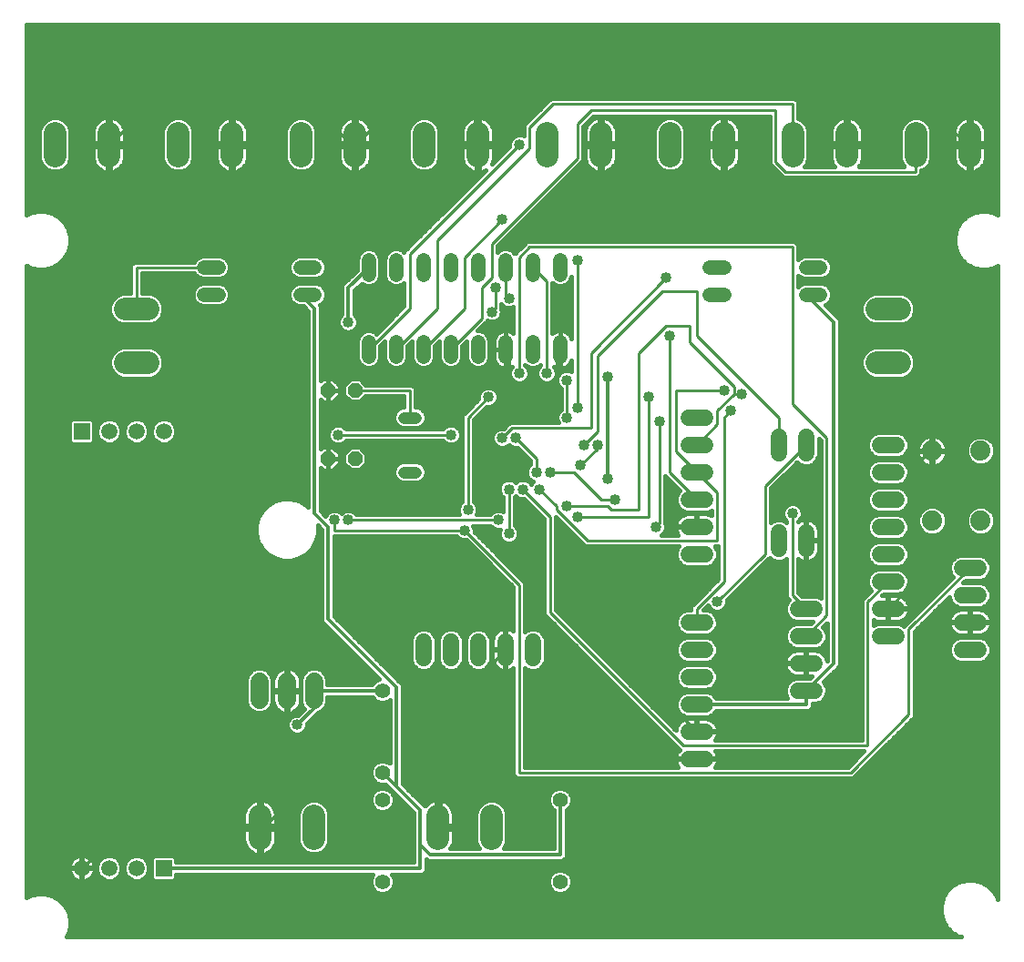
<source format=gbl>
G75*
%MOIN*%
%OFA0B0*%
%FSLAX25Y25*%
%IPPOS*%
%LPD*%
%AMOC8*
5,1,8,0,0,1.08239X$1,22.5*
%
%ADD10C,0.04400*%
%ADD11OC8,0.05200*%
%ADD12C,0.07400*%
%ADD13C,0.06000*%
%ADD14C,0.05200*%
%ADD15C,0.08250*%
%ADD16R,0.05937X0.05937*%
%ADD17C,0.05937*%
%ADD18C,0.06600*%
%ADD19C,0.05543*%
%ADD20C,0.01000*%
%ADD21C,0.04000*%
%ADD22C,0.01600*%
%ADD23C,0.01410*%
D10*
X0164600Y0201800D02*
X0169000Y0201800D01*
X0169000Y0221800D02*
X0164600Y0221800D01*
D11*
X0146800Y0231800D03*
X0136800Y0231800D03*
X0136800Y0206800D03*
X0146800Y0206800D03*
D12*
X0357900Y0209600D03*
X0375700Y0209600D03*
X0375700Y0184000D03*
X0357900Y0184000D03*
D13*
X0344800Y0181800D02*
X0338800Y0181800D01*
X0338800Y0171800D02*
X0344800Y0171800D01*
X0344800Y0161800D02*
X0338800Y0161800D01*
X0338800Y0151800D02*
X0344800Y0151800D01*
X0344800Y0141800D02*
X0338800Y0141800D01*
X0314800Y0141800D02*
X0308800Y0141800D01*
X0308800Y0131800D02*
X0314800Y0131800D01*
X0314800Y0121800D02*
X0308800Y0121800D01*
X0308800Y0151800D02*
X0314800Y0151800D01*
X0311800Y0173800D02*
X0311800Y0179800D01*
X0301800Y0179800D02*
X0301800Y0173800D01*
X0274800Y0171800D02*
X0268800Y0171800D01*
X0268800Y0181800D02*
X0274800Y0181800D01*
X0274800Y0191800D02*
X0268800Y0191800D01*
X0268800Y0201800D02*
X0274800Y0201800D01*
X0274800Y0211800D02*
X0268800Y0211800D01*
X0268800Y0221800D02*
X0274800Y0221800D01*
X0301800Y0214800D02*
X0301800Y0208800D01*
X0311800Y0208800D02*
X0311800Y0214800D01*
X0338800Y0211800D02*
X0344800Y0211800D01*
X0344800Y0201800D02*
X0338800Y0201800D01*
X0338800Y0191800D02*
X0344800Y0191800D01*
X0368800Y0166800D02*
X0374800Y0166800D01*
X0374800Y0156800D02*
X0368800Y0156800D01*
X0368800Y0146800D02*
X0374800Y0146800D01*
X0374800Y0136800D02*
X0368800Y0136800D01*
X0274800Y0136800D02*
X0268800Y0136800D01*
X0268800Y0126800D02*
X0274800Y0126800D01*
X0274800Y0116800D02*
X0268800Y0116800D01*
X0268800Y0106800D02*
X0274800Y0106800D01*
X0274800Y0096800D02*
X0268800Y0096800D01*
X0268800Y0146800D02*
X0274800Y0146800D01*
X0211800Y0139800D02*
X0211800Y0133800D01*
X0201800Y0133800D02*
X0201800Y0139800D01*
X0191800Y0139800D02*
X0191800Y0133800D01*
X0181800Y0133800D02*
X0181800Y0139800D01*
X0171800Y0139800D02*
X0171800Y0133800D01*
D14*
X0171800Y0244200D02*
X0171800Y0249400D01*
X0181800Y0249400D02*
X0181800Y0244200D01*
X0191800Y0244200D02*
X0191800Y0249400D01*
X0201800Y0249400D02*
X0201800Y0244200D01*
X0211800Y0244200D02*
X0211800Y0249400D01*
X0221800Y0249400D02*
X0221800Y0244200D01*
X0221800Y0274200D02*
X0221800Y0279400D01*
X0211800Y0279400D02*
X0211800Y0274200D01*
X0201800Y0274200D02*
X0201800Y0279400D01*
X0191800Y0279400D02*
X0191800Y0274200D01*
X0181800Y0274200D02*
X0181800Y0279400D01*
X0171800Y0279400D02*
X0171800Y0274200D01*
X0161800Y0274200D02*
X0161800Y0279400D01*
X0151800Y0279400D02*
X0151800Y0274200D01*
X0132000Y0276800D02*
X0126800Y0276800D01*
X0126800Y0266800D02*
X0132000Y0266800D01*
X0151800Y0249400D02*
X0151800Y0244200D01*
X0161800Y0244200D02*
X0161800Y0249400D01*
X0096800Y0266800D02*
X0091600Y0266800D01*
X0091600Y0276800D02*
X0096800Y0276800D01*
X0276600Y0276800D02*
X0281800Y0276800D01*
X0281800Y0266800D02*
X0276600Y0266800D01*
X0311800Y0266800D02*
X0317000Y0266800D01*
X0317000Y0276800D02*
X0311800Y0276800D01*
D15*
X0337675Y0261643D02*
X0345925Y0261643D01*
X0345925Y0241957D02*
X0337675Y0241957D01*
X0326643Y0317675D02*
X0326643Y0325925D01*
X0306957Y0325925D02*
X0306957Y0317675D01*
X0281643Y0317675D02*
X0281643Y0325925D01*
X0261957Y0325925D02*
X0261957Y0317675D01*
X0236643Y0317675D02*
X0236643Y0325925D01*
X0216957Y0325925D02*
X0216957Y0317675D01*
X0191643Y0317675D02*
X0191643Y0325925D01*
X0171957Y0325925D02*
X0171957Y0317675D01*
X0146643Y0317675D02*
X0146643Y0325925D01*
X0126957Y0325925D02*
X0126957Y0317675D01*
X0101643Y0317675D02*
X0101643Y0325925D01*
X0081957Y0325925D02*
X0081957Y0317675D01*
X0056643Y0317675D02*
X0056643Y0325925D01*
X0036957Y0325925D02*
X0036957Y0317675D01*
X0062675Y0261643D02*
X0070925Y0261643D01*
X0070925Y0241957D02*
X0062675Y0241957D01*
X0111957Y0075925D02*
X0111957Y0067675D01*
X0131643Y0067675D02*
X0131643Y0075925D01*
X0176957Y0075925D02*
X0176957Y0067675D01*
X0196643Y0067675D02*
X0196643Y0075925D01*
X0351957Y0317675D02*
X0351957Y0325925D01*
X0371643Y0325925D02*
X0371643Y0317675D01*
D16*
X0076800Y0056800D03*
X0046800Y0216800D03*
D17*
X0056800Y0216800D03*
X0066800Y0216800D03*
X0076800Y0216800D03*
X0066800Y0056800D03*
X0056800Y0056800D03*
X0046800Y0056800D03*
D18*
X0111800Y0118500D02*
X0111800Y0125100D01*
X0121800Y0125100D02*
X0121800Y0118500D01*
X0131800Y0118500D02*
X0131800Y0125100D01*
D19*
X0156800Y0121800D03*
X0156800Y0091800D03*
X0156800Y0081800D03*
X0156800Y0051800D03*
X0221800Y0051800D03*
X0221800Y0081800D03*
D20*
X0206800Y0091800D02*
X0206800Y0160550D01*
X0186800Y0180550D01*
X0139300Y0180550D01*
X0139300Y0184300D01*
X0144300Y0184300D02*
X0199300Y0184300D01*
X0203050Y0179300D02*
X0203050Y0195550D01*
X0208050Y0195550D02*
X0218050Y0185550D01*
X0218050Y0150550D01*
X0266800Y0101800D01*
X0334300Y0101800D01*
X0334300Y0154300D01*
X0341800Y0161800D01*
X0349300Y0159300D02*
X0341800Y0151800D01*
X0349300Y0144300D02*
X0349300Y0113050D01*
X0328050Y0091800D01*
X0206800Y0091800D01*
X0178050Y0071800D02*
X0176957Y0071800D01*
X0178050Y0071800D02*
X0178050Y0113050D01*
X0201800Y0136800D01*
X0201800Y0154300D01*
X0199300Y0156800D01*
X0220550Y0188050D02*
X0231800Y0176800D01*
X0279300Y0176800D01*
X0279300Y0194300D01*
X0271800Y0201800D01*
X0264300Y0209300D01*
X0264300Y0231800D01*
X0281800Y0231800D01*
X0285550Y0230550D02*
X0288050Y0230550D01*
X0285550Y0230550D02*
X0279300Y0224300D01*
X0279300Y0219300D01*
X0271800Y0211800D01*
X0281800Y0221800D02*
X0281800Y0161800D01*
X0271800Y0151800D01*
X0271800Y0146800D01*
X0279300Y0154300D02*
X0296800Y0171800D01*
X0296800Y0196800D01*
X0311800Y0211800D01*
X0319300Y0214300D02*
X0319300Y0149300D01*
X0311800Y0141800D01*
X0311800Y0131800D02*
X0266800Y0131800D01*
X0264300Y0129300D01*
X0264300Y0114300D01*
X0271800Y0106800D01*
X0311800Y0151800D02*
X0306800Y0156800D01*
X0306800Y0186800D01*
X0301800Y0211800D02*
X0301800Y0221800D01*
X0271800Y0251800D01*
X0271800Y0268050D01*
X0259300Y0268050D01*
X0235550Y0244300D01*
X0235550Y0216800D01*
X0230550Y0211800D01*
X0235550Y0211800D02*
X0235550Y0210550D01*
X0229300Y0204300D01*
X0226800Y0201800D02*
X0236800Y0191800D01*
X0241800Y0191800D01*
X0239300Y0189300D02*
X0240550Y0188050D01*
X0250550Y0188050D01*
X0250550Y0245550D01*
X0260550Y0255550D01*
X0269300Y0255550D01*
X0269300Y0249300D01*
X0285550Y0233050D01*
X0285550Y0230550D01*
X0284300Y0224300D02*
X0281800Y0221800D01*
X0258050Y0220550D02*
X0258050Y0183050D01*
X0256800Y0181800D01*
X0254300Y0185550D02*
X0254300Y0229300D01*
X0233050Y0218050D02*
X0233050Y0245550D01*
X0260550Y0273050D01*
X0261800Y0251800D02*
X0261800Y0201800D01*
X0271800Y0191800D01*
X0254300Y0185550D02*
X0228050Y0185550D01*
X0224300Y0189300D02*
X0239300Y0189300D01*
X0226800Y0201800D02*
X0218050Y0201800D01*
X0213050Y0201800D02*
X0213050Y0206800D01*
X0205550Y0214300D01*
X0204300Y0218050D02*
X0233050Y0218050D01*
X0228050Y0225550D02*
X0228050Y0279300D01*
X0216800Y0271800D02*
X0211800Y0276800D01*
X0206800Y0280550D02*
X0210550Y0284300D01*
X0306800Y0284300D01*
X0306800Y0226800D01*
X0319300Y0214300D01*
X0349300Y0201800D02*
X0349300Y0159300D01*
X0349300Y0144300D02*
X0371800Y0166800D01*
X0349300Y0201800D02*
X0356800Y0209300D01*
X0357900Y0209600D01*
X0351800Y0311800D02*
X0304300Y0311800D01*
X0300550Y0315550D01*
X0300550Y0334300D01*
X0233050Y0334300D01*
X0228050Y0329300D01*
X0228050Y0316800D01*
X0196800Y0285550D01*
X0196800Y0273050D01*
X0193050Y0269300D01*
X0193050Y0258050D01*
X0181800Y0246800D01*
X0171800Y0246800D02*
X0186800Y0261800D01*
X0186800Y0280550D01*
X0200550Y0294300D01*
X0206800Y0280550D02*
X0206800Y0238050D01*
X0203050Y0236800D02*
X0140550Y0236800D01*
X0140550Y0326800D01*
X0145550Y0321800D01*
X0146643Y0321800D01*
X0146800Y0321800D01*
X0165550Y0340550D01*
X0190550Y0340550D01*
X0190550Y0321800D01*
X0191643Y0321800D01*
X0206800Y0321800D02*
X0166800Y0281800D01*
X0166800Y0261800D01*
X0151800Y0246800D01*
X0161800Y0246800D02*
X0176800Y0261800D01*
X0176800Y0286800D01*
X0210550Y0320550D01*
X0210550Y0328050D01*
X0219300Y0336800D01*
X0306800Y0336800D01*
X0306800Y0321800D01*
X0306957Y0321800D01*
X0326643Y0321800D02*
X0326800Y0321800D01*
X0326800Y0334300D01*
X0358050Y0334300D01*
X0370550Y0321800D01*
X0371643Y0321800D01*
X0351957Y0321800D02*
X0351800Y0321800D01*
X0351800Y0311800D01*
X0221800Y0246800D02*
X0220550Y0245550D01*
X0220550Y0234300D01*
X0205550Y0234300D01*
X0203050Y0236800D01*
X0203050Y0245550D01*
X0201800Y0246800D01*
X0196800Y0260550D02*
X0198050Y0261800D01*
X0198050Y0269300D01*
X0201800Y0266800D02*
X0201800Y0276800D01*
X0201800Y0266800D02*
X0203050Y0265550D01*
X0216800Y0271800D02*
X0216800Y0238050D01*
X0224300Y0235550D02*
X0224300Y0221800D01*
X0204300Y0218050D02*
X0200550Y0214300D01*
X0188050Y0221800D02*
X0188050Y0188050D01*
X0214300Y0195550D02*
X0220550Y0189300D01*
X0220550Y0188050D01*
X0188050Y0221800D02*
X0195550Y0229300D01*
X0181800Y0215550D02*
X0140550Y0215550D01*
X0136800Y0206800D02*
X0136800Y0231800D01*
X0136800Y0236800D01*
X0140550Y0236800D01*
X0146800Y0231800D02*
X0166800Y0231800D01*
X0166800Y0221800D01*
X0096800Y0276800D02*
X0066800Y0276800D01*
X0066800Y0261643D01*
X0056800Y0321800D02*
X0056643Y0321800D01*
X0056800Y0321800D02*
X0075550Y0340550D01*
X0101800Y0340550D01*
X0101800Y0334300D01*
X0101800Y0321800D01*
X0101643Y0321800D01*
X0101800Y0334300D02*
X0133050Y0334300D01*
X0140550Y0326800D01*
X0121800Y0121800D02*
X0121800Y0080550D01*
X0113050Y0071800D01*
X0111957Y0071800D01*
X0061800Y0071800D01*
X0046800Y0056800D01*
D21*
X0125550Y0109300D03*
X0199300Y0156800D03*
X0203050Y0179300D03*
X0199300Y0184300D03*
X0203050Y0195550D03*
X0208050Y0195550D03*
X0214300Y0195550D03*
X0213050Y0201800D03*
X0218050Y0201800D03*
X0229300Y0204300D03*
X0230550Y0211800D03*
X0235550Y0211800D03*
X0224300Y0221800D03*
X0228050Y0225550D03*
X0224300Y0235550D03*
X0216800Y0238050D03*
X0206800Y0238050D03*
X0195550Y0229300D03*
X0181800Y0215550D03*
X0200550Y0214300D03*
X0205550Y0214300D03*
X0224300Y0189300D03*
X0228050Y0185550D03*
X0239300Y0199300D03*
X0241800Y0191800D03*
X0256800Y0181800D03*
X0279300Y0154300D03*
X0306800Y0186800D03*
X0284300Y0224300D03*
X0288050Y0230550D03*
X0281800Y0231800D03*
X0258050Y0220550D03*
X0254300Y0229300D03*
X0239300Y0236800D03*
X0261800Y0251800D03*
X0260550Y0273050D03*
X0228050Y0279300D03*
X0203050Y0265550D03*
X0198050Y0269300D03*
X0196800Y0260550D03*
X0200550Y0294300D03*
X0206800Y0321800D03*
X0144300Y0256800D03*
X0140550Y0215550D03*
X0139300Y0184300D03*
X0144300Y0184300D03*
X0186800Y0180550D03*
X0188050Y0188050D03*
D22*
X0041776Y0032668D02*
X0041159Y0031600D01*
X0368504Y0031600D01*
X0367668Y0031824D01*
X0365227Y0033233D01*
X0363233Y0035227D01*
X0361824Y0037668D01*
X0361094Y0040391D01*
X0361094Y0043209D01*
X0361824Y0045932D01*
X0363233Y0048373D01*
X0365227Y0050367D01*
X0367668Y0051776D01*
X0370391Y0052505D01*
X0373209Y0052505D01*
X0375932Y0051776D01*
X0378373Y0050367D01*
X0380367Y0048373D01*
X0381776Y0045932D01*
X0381921Y0045390D01*
X0381921Y0277395D01*
X0380932Y0276824D01*
X0378209Y0276094D01*
X0375391Y0276094D01*
X0372668Y0276824D01*
X0370227Y0278233D01*
X0368233Y0280227D01*
X0366824Y0282668D01*
X0366094Y0285391D01*
X0366094Y0288209D01*
X0366824Y0290932D01*
X0368233Y0293373D01*
X0370227Y0295367D01*
X0372668Y0296776D01*
X0375391Y0297505D01*
X0378209Y0297505D01*
X0380932Y0296776D01*
X0381921Y0296205D01*
X0381921Y0365701D01*
X0026600Y0365701D01*
X0026600Y0296159D01*
X0027668Y0296776D01*
X0030391Y0297505D01*
X0033209Y0297505D01*
X0035932Y0296776D01*
X0038373Y0295367D01*
X0040367Y0293373D01*
X0041776Y0290932D01*
X0042505Y0288209D01*
X0042505Y0285391D01*
X0041776Y0282668D01*
X0040367Y0280227D01*
X0038373Y0278233D01*
X0035932Y0276824D01*
X0033209Y0276094D01*
X0030391Y0276094D01*
X0027668Y0276824D01*
X0026600Y0277441D01*
X0026600Y0046159D01*
X0027668Y0046776D01*
X0030391Y0047505D01*
X0033209Y0047505D01*
X0035932Y0046776D01*
X0038373Y0045367D01*
X0040367Y0043373D01*
X0041776Y0040932D01*
X0042505Y0038209D01*
X0042505Y0035391D01*
X0041776Y0032668D01*
X0041797Y0032748D02*
X0366068Y0032748D01*
X0364114Y0034346D02*
X0042226Y0034346D01*
X0042505Y0035945D02*
X0362819Y0035945D01*
X0361896Y0037543D02*
X0042505Y0037543D01*
X0042256Y0039142D02*
X0361429Y0039142D01*
X0361094Y0040740D02*
X0041827Y0040740D01*
X0040964Y0042339D02*
X0361094Y0042339D01*
X0361290Y0043937D02*
X0039802Y0043937D01*
X0038080Y0045536D02*
X0361718Y0045536D01*
X0362518Y0047134D02*
X0034594Y0047134D01*
X0029006Y0047134D02*
X0026600Y0047134D01*
X0026600Y0048733D02*
X0153685Y0048733D01*
X0153094Y0049324D02*
X0154324Y0048094D01*
X0155930Y0047428D01*
X0157670Y0047428D01*
X0159276Y0048094D01*
X0160506Y0049324D01*
X0161172Y0050930D01*
X0161172Y0052670D01*
X0160506Y0054276D01*
X0160287Y0054495D01*
X0169595Y0054495D01*
X0169595Y0054495D01*
X0171505Y0054495D01*
X0172855Y0055845D01*
X0172855Y0059985D01*
X0173345Y0059495D01*
X0175255Y0059495D01*
X0220845Y0059495D01*
X0220845Y0059495D01*
X0222755Y0059495D01*
X0224105Y0060845D01*
X0224105Y0078023D01*
X0224276Y0078094D01*
X0225506Y0079324D01*
X0226172Y0080930D01*
X0226172Y0082670D01*
X0225506Y0084276D01*
X0224276Y0085506D01*
X0222670Y0086172D01*
X0220930Y0086172D01*
X0219324Y0085506D01*
X0218094Y0084276D01*
X0217428Y0082670D01*
X0217428Y0080930D01*
X0218094Y0079324D01*
X0219324Y0078094D01*
X0219495Y0078023D01*
X0219495Y0064105D01*
X0201169Y0064105D01*
X0201496Y0064432D01*
X0202368Y0066536D01*
X0202368Y0077064D01*
X0201496Y0079168D01*
X0199885Y0080778D01*
X0197781Y0081650D01*
X0195504Y0081650D01*
X0193400Y0080778D01*
X0191789Y0079168D01*
X0190918Y0077064D01*
X0190918Y0066536D01*
X0191789Y0064432D01*
X0192116Y0064105D01*
X0181687Y0064105D01*
X0182025Y0064570D01*
X0182448Y0065401D01*
X0182737Y0066288D01*
X0182882Y0067209D01*
X0182882Y0071225D01*
X0177533Y0071225D01*
X0177533Y0072375D01*
X0182882Y0072375D01*
X0182882Y0076391D01*
X0182737Y0077312D01*
X0182448Y0078199D01*
X0182025Y0079030D01*
X0181477Y0079785D01*
X0180817Y0080444D01*
X0180063Y0080993D01*
X0179232Y0081416D01*
X0178345Y0081704D01*
X0177532Y0081833D01*
X0177532Y0072375D01*
X0176382Y0072375D01*
X0176382Y0081833D01*
X0175570Y0081704D01*
X0174683Y0081416D01*
X0173852Y0080993D01*
X0173098Y0080444D01*
X0172438Y0079785D01*
X0172285Y0079574D01*
X0164105Y0087755D01*
X0164105Y0124005D01*
X0164084Y0124025D01*
X0139105Y0149005D01*
X0139105Y0178450D01*
X0183809Y0178450D01*
X0184761Y0177498D01*
X0186084Y0176950D01*
X0187430Y0176950D01*
X0204700Y0159680D01*
X0204700Y0143626D01*
X0204316Y0143905D01*
X0203643Y0144248D01*
X0202924Y0144482D01*
X0202178Y0144600D01*
X0202000Y0144600D01*
X0202000Y0137000D01*
X0201600Y0137000D01*
X0201600Y0144600D01*
X0201422Y0144600D01*
X0200676Y0144482D01*
X0199957Y0144248D01*
X0199284Y0143905D01*
X0198673Y0143461D01*
X0198139Y0142927D01*
X0197695Y0142316D01*
X0197352Y0141643D01*
X0197118Y0140924D01*
X0197000Y0140178D01*
X0197000Y0137000D01*
X0201600Y0137000D01*
X0201600Y0136600D01*
X0202000Y0136600D01*
X0202000Y0129000D01*
X0202178Y0129000D01*
X0202924Y0129118D01*
X0203643Y0129352D01*
X0204316Y0129695D01*
X0204700Y0129974D01*
X0204700Y0090930D01*
X0205930Y0089700D01*
X0328920Y0089700D01*
X0330150Y0090930D01*
X0351400Y0112180D01*
X0351400Y0143430D01*
X0364200Y0156230D01*
X0364200Y0155885D01*
X0364900Y0154194D01*
X0366194Y0152900D01*
X0367885Y0152200D01*
X0375715Y0152200D01*
X0377406Y0152900D01*
X0378700Y0154194D01*
X0379400Y0155885D01*
X0379400Y0157715D01*
X0378700Y0159406D01*
X0377406Y0160700D01*
X0375715Y0161400D01*
X0369370Y0161400D01*
X0370170Y0162200D01*
X0375715Y0162200D01*
X0377406Y0162900D01*
X0378700Y0164194D01*
X0379400Y0165885D01*
X0379400Y0167715D01*
X0378700Y0169406D01*
X0377406Y0170700D01*
X0375715Y0171400D01*
X0367885Y0171400D01*
X0366194Y0170700D01*
X0364900Y0169406D01*
X0364200Y0167715D01*
X0364200Y0165885D01*
X0364900Y0164194D01*
X0365562Y0163532D01*
X0348430Y0146400D01*
X0347568Y0145538D01*
X0347406Y0145700D01*
X0345715Y0146400D01*
X0337885Y0146400D01*
X0336400Y0145785D01*
X0336400Y0147636D01*
X0336957Y0147352D01*
X0337676Y0147118D01*
X0338422Y0147000D01*
X0341600Y0147000D01*
X0341600Y0151600D01*
X0342000Y0151600D01*
X0342000Y0152000D01*
X0341600Y0152000D01*
X0341600Y0156600D01*
X0339570Y0156600D01*
X0340170Y0157200D01*
X0345715Y0157200D01*
X0347406Y0157900D01*
X0348700Y0159194D01*
X0349400Y0160885D01*
X0349400Y0162715D01*
X0348700Y0164406D01*
X0347406Y0165700D01*
X0345715Y0166400D01*
X0337885Y0166400D01*
X0336194Y0165700D01*
X0334900Y0164406D01*
X0334200Y0162715D01*
X0334200Y0160885D01*
X0334900Y0159194D01*
X0335562Y0158532D01*
X0332200Y0155170D01*
X0332200Y0103900D01*
X0278626Y0103900D01*
X0278905Y0104284D01*
X0279248Y0104957D01*
X0279482Y0105676D01*
X0279600Y0106422D01*
X0279600Y0106600D01*
X0272000Y0106600D01*
X0272000Y0107000D01*
X0271600Y0107000D01*
X0271600Y0111600D01*
X0268422Y0111600D01*
X0267676Y0111482D01*
X0266957Y0111248D01*
X0266284Y0110905D01*
X0265673Y0110461D01*
X0265139Y0109927D01*
X0264695Y0109316D01*
X0264352Y0108643D01*
X0264118Y0107924D01*
X0264054Y0107516D01*
X0220150Y0151420D01*
X0220150Y0185480D01*
X0229700Y0175930D01*
X0230930Y0174700D01*
X0265195Y0174700D01*
X0264900Y0174406D01*
X0264200Y0172715D01*
X0264200Y0170885D01*
X0264900Y0169194D01*
X0266194Y0167900D01*
X0267885Y0167200D01*
X0275715Y0167200D01*
X0277406Y0167900D01*
X0278700Y0169194D01*
X0279400Y0170885D01*
X0279400Y0172715D01*
X0278700Y0174406D01*
X0278405Y0174700D01*
X0279700Y0174700D01*
X0279700Y0162670D01*
X0270930Y0153900D01*
X0269700Y0152670D01*
X0269700Y0151400D01*
X0267885Y0151400D01*
X0266194Y0150700D01*
X0264900Y0149406D01*
X0264200Y0147715D01*
X0264200Y0145885D01*
X0264900Y0144194D01*
X0266194Y0142900D01*
X0267885Y0142200D01*
X0275715Y0142200D01*
X0277406Y0142900D01*
X0278700Y0144194D01*
X0279400Y0145885D01*
X0279400Y0147715D01*
X0278700Y0149406D01*
X0277406Y0150700D01*
X0275715Y0151400D01*
X0274370Y0151400D01*
X0275950Y0152980D01*
X0276248Y0152261D01*
X0277261Y0151248D01*
X0278584Y0150700D01*
X0280016Y0150700D01*
X0281339Y0151248D01*
X0282352Y0152261D01*
X0282900Y0153584D01*
X0282900Y0154930D01*
X0297670Y0169700D01*
X0298532Y0170562D01*
X0299194Y0169900D01*
X0300885Y0169200D01*
X0302715Y0169200D01*
X0304406Y0169900D01*
X0304700Y0170195D01*
X0304700Y0155930D01*
X0305562Y0155068D01*
X0304900Y0154406D01*
X0304200Y0152715D01*
X0304200Y0150885D01*
X0304900Y0149194D01*
X0306194Y0147900D01*
X0307885Y0147200D01*
X0314230Y0147200D01*
X0313430Y0146400D01*
X0307885Y0146400D01*
X0306194Y0145700D01*
X0304900Y0144406D01*
X0304200Y0142715D01*
X0304200Y0140885D01*
X0304900Y0139194D01*
X0306194Y0137900D01*
X0307885Y0137200D01*
X0315715Y0137200D01*
X0317406Y0137900D01*
X0318700Y0139194D01*
X0319400Y0140885D01*
X0319400Y0142715D01*
X0318700Y0144406D01*
X0318038Y0145068D01*
X0319495Y0146525D01*
X0319495Y0132841D01*
X0319482Y0132924D01*
X0319248Y0133643D01*
X0318905Y0134316D01*
X0318461Y0134927D01*
X0317927Y0135461D01*
X0317316Y0135905D01*
X0316643Y0136248D01*
X0315924Y0136482D01*
X0315178Y0136600D01*
X0312000Y0136600D01*
X0312000Y0132000D01*
X0311600Y0132000D01*
X0311600Y0136600D01*
X0308422Y0136600D01*
X0307676Y0136482D01*
X0306957Y0136248D01*
X0306284Y0135905D01*
X0305673Y0135461D01*
X0305139Y0134927D01*
X0304695Y0134316D01*
X0304352Y0133643D01*
X0304118Y0132924D01*
X0304000Y0132178D01*
X0304000Y0132000D01*
X0311600Y0132000D01*
X0311600Y0131600D01*
X0312000Y0131600D01*
X0312000Y0127000D01*
X0313740Y0127000D01*
X0313140Y0126400D01*
X0307885Y0126400D01*
X0306194Y0125700D01*
X0304900Y0124406D01*
X0304200Y0122715D01*
X0304200Y0120885D01*
X0304900Y0119194D01*
X0304990Y0119105D01*
X0278824Y0119105D01*
X0278700Y0119406D01*
X0277406Y0120700D01*
X0275715Y0121400D01*
X0267885Y0121400D01*
X0266194Y0120700D01*
X0264900Y0119406D01*
X0264200Y0117715D01*
X0264200Y0115885D01*
X0264900Y0114194D01*
X0266194Y0112900D01*
X0267885Y0112200D01*
X0275715Y0112200D01*
X0277406Y0112900D01*
X0278700Y0114194D01*
X0278824Y0114495D01*
X0310845Y0114495D01*
X0310845Y0114495D01*
X0312755Y0114495D01*
X0314105Y0115845D01*
X0314105Y0117200D01*
X0315715Y0117200D01*
X0317406Y0117900D01*
X0318700Y0119194D01*
X0319400Y0120885D01*
X0319400Y0122715D01*
X0318700Y0124406D01*
X0318183Y0124923D01*
X0324105Y0130845D01*
X0324105Y0132755D01*
X0324105Y0257755D01*
X0324083Y0257777D01*
X0318843Y0263017D01*
X0319379Y0263239D01*
X0320561Y0264421D01*
X0321200Y0265965D01*
X0321200Y0267635D01*
X0320561Y0269179D01*
X0319379Y0270361D01*
X0317835Y0271000D01*
X0310965Y0271000D01*
X0309421Y0270361D01*
X0308900Y0269840D01*
X0308900Y0273760D01*
X0309421Y0273239D01*
X0310965Y0272600D01*
X0317835Y0272600D01*
X0319379Y0273239D01*
X0320561Y0274421D01*
X0321200Y0275965D01*
X0321200Y0277635D01*
X0320561Y0279179D01*
X0319379Y0280361D01*
X0317835Y0281000D01*
X0310965Y0281000D01*
X0309421Y0280361D01*
X0308900Y0279840D01*
X0308900Y0285170D01*
X0307670Y0286400D01*
X0209680Y0286400D01*
X0208450Y0285170D01*
X0205210Y0281930D01*
X0204179Y0282961D01*
X0202635Y0283600D01*
X0200965Y0283600D01*
X0199421Y0282961D01*
X0198900Y0282440D01*
X0198900Y0284680D01*
X0228920Y0314700D01*
X0230150Y0315930D01*
X0230150Y0328430D01*
X0233920Y0332200D01*
X0298450Y0332200D01*
X0298450Y0314680D01*
X0302200Y0310930D01*
X0303430Y0309700D01*
X0352670Y0309700D01*
X0353900Y0310930D01*
X0353900Y0312283D01*
X0355200Y0312822D01*
X0356811Y0314432D01*
X0357682Y0316536D01*
X0357682Y0327064D01*
X0356811Y0329168D01*
X0355200Y0330778D01*
X0353096Y0331650D01*
X0350819Y0331650D01*
X0348715Y0330778D01*
X0347104Y0329168D01*
X0346232Y0327064D01*
X0346232Y0316536D01*
X0347104Y0314432D01*
X0347636Y0313900D01*
X0331223Y0313900D01*
X0331710Y0314570D01*
X0332133Y0315401D01*
X0332422Y0316288D01*
X0332568Y0317209D01*
X0332568Y0321225D01*
X0327218Y0321225D01*
X0327218Y0322375D01*
X0332568Y0322375D01*
X0332568Y0326391D01*
X0332422Y0327312D01*
X0332133Y0328199D01*
X0331710Y0329030D01*
X0331162Y0329785D01*
X0330502Y0330444D01*
X0329748Y0330993D01*
X0328917Y0331416D01*
X0328030Y0331704D01*
X0327218Y0331833D01*
X0327218Y0322375D01*
X0326067Y0322375D01*
X0326067Y0321225D01*
X0320718Y0321225D01*
X0320718Y0317209D01*
X0320863Y0316288D01*
X0321152Y0315401D01*
X0321575Y0314570D01*
X0322062Y0313900D01*
X0311279Y0313900D01*
X0311811Y0314432D01*
X0312682Y0316536D01*
X0312682Y0327064D01*
X0311811Y0329168D01*
X0310200Y0330778D01*
X0308900Y0331317D01*
X0308900Y0337670D01*
X0307670Y0338900D01*
X0218430Y0338900D01*
X0217200Y0337670D01*
X0208450Y0328920D01*
X0208450Y0325013D01*
X0207516Y0325400D01*
X0206084Y0325400D01*
X0204761Y0324852D01*
X0203748Y0323839D01*
X0203200Y0322516D01*
X0203200Y0321170D01*
X0196825Y0314794D01*
X0197133Y0315401D01*
X0197422Y0316288D01*
X0197568Y0317209D01*
X0197568Y0321225D01*
X0192218Y0321225D01*
X0192218Y0322375D01*
X0197568Y0322375D01*
X0197568Y0326391D01*
X0197422Y0327312D01*
X0197133Y0328199D01*
X0196710Y0329030D01*
X0196162Y0329785D01*
X0195502Y0330444D01*
X0194748Y0330993D01*
X0193917Y0331416D01*
X0193030Y0331704D01*
X0192218Y0331833D01*
X0192218Y0322375D01*
X0191067Y0322375D01*
X0191067Y0321225D01*
X0185718Y0321225D01*
X0185718Y0317209D01*
X0185863Y0316288D01*
X0186152Y0315401D01*
X0186575Y0314570D01*
X0187123Y0313815D01*
X0187783Y0313156D01*
X0188537Y0312607D01*
X0189368Y0312184D01*
X0190255Y0311896D01*
X0191067Y0311767D01*
X0191067Y0321225D01*
X0192218Y0321225D01*
X0192218Y0311767D01*
X0193030Y0311896D01*
X0193917Y0312184D01*
X0194523Y0312493D01*
X0164700Y0282670D01*
X0164700Y0282440D01*
X0164179Y0282961D01*
X0162635Y0283600D01*
X0160965Y0283600D01*
X0159421Y0282961D01*
X0158239Y0281779D01*
X0157600Y0280235D01*
X0157600Y0273365D01*
X0158239Y0271821D01*
X0159421Y0270639D01*
X0160965Y0270000D01*
X0162635Y0270000D01*
X0164179Y0270639D01*
X0164700Y0271160D01*
X0164700Y0262670D01*
X0154585Y0252555D01*
X0154179Y0252961D01*
X0152635Y0253600D01*
X0150965Y0253600D01*
X0149421Y0252961D01*
X0148239Y0251779D01*
X0147600Y0250235D01*
X0147600Y0243365D01*
X0148239Y0241821D01*
X0149421Y0240639D01*
X0150965Y0240000D01*
X0152635Y0240000D01*
X0154179Y0240639D01*
X0155361Y0241821D01*
X0156000Y0243365D01*
X0156000Y0248030D01*
X0157600Y0249630D01*
X0157600Y0243365D01*
X0158239Y0241821D01*
X0159421Y0240639D01*
X0160965Y0240000D01*
X0162635Y0240000D01*
X0164179Y0240639D01*
X0165361Y0241821D01*
X0166000Y0243365D01*
X0166000Y0248030D01*
X0167600Y0249630D01*
X0167600Y0243365D01*
X0168239Y0241821D01*
X0169421Y0240639D01*
X0170965Y0240000D01*
X0172635Y0240000D01*
X0174179Y0240639D01*
X0175361Y0241821D01*
X0176000Y0243365D01*
X0176000Y0248030D01*
X0177600Y0249630D01*
X0177600Y0243365D01*
X0178239Y0241821D01*
X0179421Y0240639D01*
X0180965Y0240000D01*
X0182635Y0240000D01*
X0184179Y0240639D01*
X0185361Y0241821D01*
X0186000Y0243365D01*
X0186000Y0248030D01*
X0187600Y0249630D01*
X0187600Y0243365D01*
X0188239Y0241821D01*
X0189421Y0240639D01*
X0190965Y0240000D01*
X0192635Y0240000D01*
X0194179Y0240639D01*
X0195361Y0241821D01*
X0196000Y0243365D01*
X0196000Y0250235D01*
X0195361Y0251779D01*
X0194179Y0252961D01*
X0192635Y0253600D01*
X0191570Y0253600D01*
X0193920Y0255950D01*
X0195150Y0257180D01*
X0195150Y0257337D01*
X0196084Y0256950D01*
X0197516Y0256950D01*
X0198839Y0257498D01*
X0199852Y0258511D01*
X0200400Y0259834D01*
X0200400Y0261266D01*
X0200150Y0261870D01*
X0200150Y0263359D01*
X0201011Y0262498D01*
X0202334Y0261950D01*
X0203766Y0261950D01*
X0204700Y0262337D01*
X0204700Y0252723D01*
X0204666Y0252756D01*
X0204106Y0253163D01*
X0203489Y0253478D01*
X0202830Y0253692D01*
X0202146Y0253800D01*
X0201800Y0253800D01*
X0201800Y0246800D01*
X0201800Y0246800D01*
X0201800Y0239800D01*
X0202146Y0239800D01*
X0202830Y0239908D01*
X0203489Y0240122D01*
X0204085Y0240426D01*
X0203748Y0240089D01*
X0203200Y0238766D01*
X0203200Y0237334D01*
X0203748Y0236011D01*
X0204761Y0234998D01*
X0206084Y0234450D01*
X0207516Y0234450D01*
X0208839Y0234998D01*
X0209852Y0236011D01*
X0210400Y0237334D01*
X0210400Y0238766D01*
X0209852Y0240089D01*
X0208900Y0241041D01*
X0208900Y0241160D01*
X0209421Y0240639D01*
X0210965Y0240000D01*
X0212635Y0240000D01*
X0214179Y0240639D01*
X0214700Y0241160D01*
X0214700Y0241041D01*
X0213748Y0240089D01*
X0213200Y0238766D01*
X0213200Y0237334D01*
X0213748Y0236011D01*
X0214761Y0234998D01*
X0216084Y0234450D01*
X0217516Y0234450D01*
X0218839Y0234998D01*
X0219852Y0236011D01*
X0220400Y0237334D01*
X0220400Y0238766D01*
X0219852Y0240089D01*
X0219515Y0240426D01*
X0220111Y0240122D01*
X0220770Y0239908D01*
X0221454Y0239800D01*
X0221800Y0239800D01*
X0222146Y0239800D01*
X0222830Y0239908D01*
X0223489Y0240122D01*
X0224106Y0240437D01*
X0224666Y0240844D01*
X0225156Y0241334D01*
X0225563Y0241894D01*
X0225878Y0242511D01*
X0225950Y0242734D01*
X0225950Y0238763D01*
X0225016Y0239150D01*
X0223584Y0239150D01*
X0222261Y0238602D01*
X0221248Y0237589D01*
X0220700Y0236266D01*
X0220700Y0234834D01*
X0221248Y0233511D01*
X0222200Y0232559D01*
X0222200Y0224791D01*
X0221248Y0223839D01*
X0220700Y0222516D01*
X0220700Y0221084D01*
X0221087Y0220150D01*
X0203430Y0220150D01*
X0202200Y0218920D01*
X0201180Y0217900D01*
X0199834Y0217900D01*
X0198511Y0217352D01*
X0197498Y0216339D01*
X0196950Y0215016D01*
X0196950Y0213584D01*
X0197498Y0212261D01*
X0198511Y0211248D01*
X0199834Y0210700D01*
X0201266Y0210700D01*
X0202589Y0211248D01*
X0203050Y0211709D01*
X0203511Y0211248D01*
X0204834Y0210700D01*
X0206180Y0210700D01*
X0210950Y0205930D01*
X0210950Y0204791D01*
X0209998Y0203839D01*
X0209450Y0202516D01*
X0209450Y0201084D01*
X0209998Y0199761D01*
X0211011Y0198748D01*
X0211998Y0198339D01*
X0211248Y0197589D01*
X0211175Y0197413D01*
X0211102Y0197589D01*
X0210089Y0198602D01*
X0208766Y0199150D01*
X0207334Y0199150D01*
X0206011Y0198602D01*
X0205550Y0198141D01*
X0205089Y0198602D01*
X0203766Y0199150D01*
X0202334Y0199150D01*
X0201011Y0198602D01*
X0199998Y0197589D01*
X0199450Y0196266D01*
X0199450Y0194834D01*
X0199998Y0193511D01*
X0200950Y0192559D01*
X0200950Y0187513D01*
X0200016Y0187900D01*
X0198584Y0187900D01*
X0197261Y0187352D01*
X0196309Y0186400D01*
X0191263Y0186400D01*
X0191650Y0187334D01*
X0191650Y0188766D01*
X0191102Y0190089D01*
X0190150Y0191041D01*
X0190150Y0220930D01*
X0194920Y0225700D01*
X0196266Y0225700D01*
X0197589Y0226248D01*
X0198602Y0227261D01*
X0199150Y0228584D01*
X0199150Y0230016D01*
X0198602Y0231339D01*
X0197589Y0232352D01*
X0196266Y0232900D01*
X0194834Y0232900D01*
X0193511Y0232352D01*
X0192498Y0231339D01*
X0191950Y0230016D01*
X0191950Y0228670D01*
X0187180Y0223900D01*
X0185950Y0222670D01*
X0185950Y0191041D01*
X0184998Y0190089D01*
X0184450Y0188766D01*
X0184450Y0187334D01*
X0184837Y0186400D01*
X0147291Y0186400D01*
X0146339Y0187352D01*
X0145016Y0187900D01*
X0143584Y0187900D01*
X0142261Y0187352D01*
X0141800Y0186891D01*
X0141339Y0187352D01*
X0140016Y0187900D01*
X0138584Y0187900D01*
X0137261Y0187352D01*
X0136248Y0186339D01*
X0136035Y0185825D01*
X0134105Y0187755D01*
X0134105Y0203272D01*
X0134977Y0202400D01*
X0136800Y0202400D01*
X0138623Y0202400D01*
X0141200Y0204977D01*
X0141200Y0206800D01*
X0141200Y0208623D01*
X0138623Y0211200D01*
X0136800Y0211200D01*
X0136800Y0206800D01*
X0136800Y0206800D01*
X0141200Y0206800D01*
X0136800Y0206800D01*
X0136800Y0206800D01*
X0136800Y0211200D01*
X0134977Y0211200D01*
X0134105Y0210327D01*
X0134105Y0228272D01*
X0134977Y0227400D01*
X0136800Y0227400D01*
X0138623Y0227400D01*
X0141200Y0229977D01*
X0141200Y0231800D01*
X0141200Y0233623D01*
X0138623Y0236200D01*
X0136800Y0236200D01*
X0136800Y0231800D01*
X0136800Y0231800D01*
X0141200Y0231800D01*
X0136800Y0231800D01*
X0136800Y0231800D01*
X0136800Y0236200D01*
X0134977Y0236200D01*
X0134105Y0235328D01*
X0134105Y0262755D01*
X0134080Y0262780D01*
X0133843Y0263017D01*
X0134379Y0263239D01*
X0135561Y0264421D01*
X0136200Y0265965D01*
X0136200Y0267635D01*
X0135561Y0269179D01*
X0134379Y0270361D01*
X0132835Y0271000D01*
X0125965Y0271000D01*
X0124421Y0270361D01*
X0123239Y0269179D01*
X0122600Y0267635D01*
X0122600Y0265965D01*
X0123239Y0264421D01*
X0124421Y0263239D01*
X0125965Y0262600D01*
X0127740Y0262600D01*
X0129495Y0260845D01*
X0129495Y0189086D01*
X0128738Y0189842D01*
X0126162Y0191330D01*
X0123288Y0192100D01*
X0120312Y0192100D01*
X0117438Y0191330D01*
X0114862Y0189842D01*
X0112758Y0187738D01*
X0111270Y0185162D01*
X0110500Y0182288D01*
X0110500Y0179312D01*
X0111270Y0176438D01*
X0112758Y0173862D01*
X0114862Y0171758D01*
X0117438Y0170270D01*
X0120312Y0169500D01*
X0123288Y0169500D01*
X0126162Y0170270D01*
X0128738Y0171758D01*
X0130842Y0173862D01*
X0132330Y0176438D01*
X0133100Y0179312D01*
X0133100Y0182240D01*
X0134495Y0180845D01*
X0134495Y0147116D01*
X0134495Y0147095D01*
X0155569Y0126022D01*
X0154324Y0125506D01*
X0153094Y0124276D01*
X0153023Y0124105D01*
X0136700Y0124105D01*
X0136700Y0126075D01*
X0135954Y0127876D01*
X0134576Y0129254D01*
X0132775Y0130000D01*
X0130825Y0130000D01*
X0129024Y0129254D01*
X0127646Y0127876D01*
X0126900Y0126075D01*
X0126900Y0117525D01*
X0127646Y0115724D01*
X0128180Y0115190D01*
X0125890Y0112900D01*
X0124834Y0112900D01*
X0123511Y0112352D01*
X0122498Y0111339D01*
X0121950Y0110016D01*
X0121950Y0108584D01*
X0122498Y0107261D01*
X0123511Y0106248D01*
X0124834Y0105700D01*
X0126266Y0105700D01*
X0127589Y0106248D01*
X0128602Y0107261D01*
X0129150Y0108584D01*
X0129150Y0109640D01*
X0132755Y0113245D01*
X0133347Y0113837D01*
X0134576Y0114346D01*
X0135954Y0115724D01*
X0136700Y0117525D01*
X0136700Y0119495D01*
X0153023Y0119495D01*
X0153094Y0119324D01*
X0154324Y0118094D01*
X0155930Y0117428D01*
X0157670Y0117428D01*
X0159276Y0118094D01*
X0159495Y0118313D01*
X0159495Y0095287D01*
X0159276Y0095506D01*
X0157670Y0096172D01*
X0155930Y0096172D01*
X0154324Y0095506D01*
X0153094Y0094276D01*
X0152428Y0092670D01*
X0152428Y0090930D01*
X0153094Y0089324D01*
X0154324Y0088094D01*
X0155930Y0087428D01*
X0157670Y0087428D01*
X0157841Y0087499D01*
X0159495Y0085845D01*
X0159789Y0085551D01*
X0168245Y0077095D01*
X0168245Y0066505D01*
X0168245Y0059105D01*
X0081368Y0059105D01*
X0081368Y0060431D01*
X0080431Y0061368D01*
X0073169Y0061368D01*
X0072231Y0060431D01*
X0072231Y0053169D01*
X0073169Y0052231D01*
X0080431Y0052231D01*
X0081368Y0053169D01*
X0081368Y0054495D01*
X0153313Y0054495D01*
X0153094Y0054276D01*
X0152428Y0052670D01*
X0152428Y0050930D01*
X0153094Y0049324D01*
X0152676Y0050332D02*
X0026600Y0050332D01*
X0026600Y0051930D02*
X0152428Y0051930D01*
X0152784Y0053529D02*
X0081368Y0053529D01*
X0081368Y0059923D02*
X0168245Y0059923D01*
X0168245Y0061521D02*
X0047474Y0061521D01*
X0047175Y0061568D02*
X0046984Y0061568D01*
X0046984Y0056984D01*
X0046616Y0056984D01*
X0046616Y0056616D01*
X0042031Y0056616D01*
X0042031Y0056425D01*
X0042149Y0055683D01*
X0042381Y0054970D01*
X0042722Y0054301D01*
X0043163Y0053694D01*
X0043694Y0053163D01*
X0044301Y0052722D01*
X0044970Y0052381D01*
X0045683Y0052149D01*
X0046425Y0052031D01*
X0046616Y0052031D01*
X0046616Y0056616D01*
X0046984Y0056616D01*
X0046984Y0052031D01*
X0047175Y0052031D01*
X0047917Y0052149D01*
X0048630Y0052381D01*
X0049299Y0052722D01*
X0049906Y0053163D01*
X0050437Y0053694D01*
X0050878Y0054301D01*
X0051219Y0054970D01*
X0051451Y0055683D01*
X0051568Y0056425D01*
X0051568Y0056616D01*
X0046984Y0056616D01*
X0046984Y0056984D01*
X0051568Y0056984D01*
X0051568Y0057175D01*
X0051451Y0057917D01*
X0051219Y0058630D01*
X0050878Y0059299D01*
X0050437Y0059906D01*
X0049906Y0060437D01*
X0049299Y0060878D01*
X0048630Y0061219D01*
X0047917Y0061451D01*
X0047175Y0061568D01*
X0046984Y0061521D02*
X0046616Y0061521D01*
X0046616Y0061568D02*
X0046425Y0061568D01*
X0045683Y0061451D01*
X0044970Y0061219D01*
X0044301Y0060878D01*
X0043694Y0060437D01*
X0043163Y0059906D01*
X0042722Y0059299D01*
X0042381Y0058630D01*
X0042149Y0057917D01*
X0042031Y0057175D01*
X0042031Y0056984D01*
X0046616Y0056984D01*
X0046616Y0061568D01*
X0046126Y0061521D02*
X0026600Y0061521D01*
X0026600Y0059923D02*
X0043179Y0059923D01*
X0042281Y0058324D02*
X0026600Y0058324D01*
X0026600Y0056726D02*
X0046616Y0056726D01*
X0046984Y0056726D02*
X0052231Y0056726D01*
X0052231Y0055891D02*
X0052927Y0054212D01*
X0054212Y0052927D01*
X0055891Y0052231D01*
X0057709Y0052231D01*
X0059388Y0052927D01*
X0060673Y0054212D01*
X0061368Y0055891D01*
X0061368Y0057709D01*
X0060673Y0059388D01*
X0059388Y0060673D01*
X0057709Y0061368D01*
X0055891Y0061368D01*
X0054212Y0060673D01*
X0052927Y0059388D01*
X0052231Y0057709D01*
X0052231Y0055891D01*
X0052548Y0055127D02*
X0051270Y0055127D01*
X0050272Y0053529D02*
X0053611Y0053529D01*
X0059989Y0053529D02*
X0063611Y0053529D01*
X0064212Y0052927D02*
X0065891Y0052231D01*
X0067709Y0052231D01*
X0069388Y0052927D01*
X0070673Y0054212D01*
X0071368Y0055891D01*
X0071368Y0057709D01*
X0070673Y0059388D01*
X0069388Y0060673D01*
X0067709Y0061368D01*
X0065891Y0061368D01*
X0064212Y0060673D01*
X0062927Y0059388D01*
X0062231Y0057709D01*
X0062231Y0055891D01*
X0062927Y0054212D01*
X0064212Y0052927D01*
X0062548Y0055127D02*
X0061052Y0055127D01*
X0061368Y0056726D02*
X0062231Y0056726D01*
X0062486Y0058324D02*
X0061114Y0058324D01*
X0060138Y0059923D02*
X0063462Y0059923D01*
X0070138Y0059923D02*
X0072231Y0059923D01*
X0072231Y0058324D02*
X0071114Y0058324D01*
X0071368Y0056726D02*
X0072231Y0056726D01*
X0072231Y0055127D02*
X0071052Y0055127D01*
X0069989Y0053529D02*
X0072231Y0053529D01*
X0053462Y0059923D02*
X0050421Y0059923D01*
X0051319Y0058324D02*
X0052486Y0058324D01*
X0046984Y0058324D02*
X0046616Y0058324D01*
X0046616Y0059923D02*
X0046984Y0059923D01*
X0046984Y0055127D02*
X0046616Y0055127D01*
X0046616Y0053529D02*
X0046984Y0053529D01*
X0043328Y0053529D02*
X0026600Y0053529D01*
X0026600Y0055127D02*
X0042330Y0055127D01*
X0026600Y0063120D02*
X0108147Y0063120D01*
X0108098Y0063156D02*
X0108852Y0062607D01*
X0109683Y0062184D01*
X0110570Y0061896D01*
X0111382Y0061767D01*
X0111382Y0071225D01*
X0106032Y0071225D01*
X0106032Y0067209D01*
X0106178Y0066288D01*
X0106467Y0065401D01*
X0106890Y0064570D01*
X0107438Y0063815D01*
X0108098Y0063156D01*
X0106814Y0064718D02*
X0026600Y0064718D01*
X0026600Y0066317D02*
X0106174Y0066317D01*
X0106032Y0067915D02*
X0026600Y0067915D01*
X0026600Y0069514D02*
X0106032Y0069514D01*
X0106032Y0071112D02*
X0026600Y0071112D01*
X0026600Y0072711D02*
X0106032Y0072711D01*
X0106032Y0072375D02*
X0111382Y0072375D01*
X0111382Y0071225D01*
X0112532Y0071225D01*
X0112532Y0061767D01*
X0113345Y0061896D01*
X0114232Y0062184D01*
X0115063Y0062607D01*
X0115817Y0063156D01*
X0116477Y0063815D01*
X0117025Y0064570D01*
X0117448Y0065401D01*
X0117737Y0066288D01*
X0117882Y0067209D01*
X0117882Y0071225D01*
X0112533Y0071225D01*
X0112533Y0072375D01*
X0117882Y0072375D01*
X0117882Y0076391D01*
X0117737Y0077312D01*
X0117448Y0078199D01*
X0117025Y0079030D01*
X0116477Y0079785D01*
X0115817Y0080444D01*
X0115063Y0080993D01*
X0114232Y0081416D01*
X0113345Y0081704D01*
X0112532Y0081833D01*
X0112532Y0072375D01*
X0111382Y0072375D01*
X0111382Y0081833D01*
X0110570Y0081704D01*
X0109683Y0081416D01*
X0108852Y0080993D01*
X0108098Y0080444D01*
X0107438Y0079785D01*
X0106890Y0079030D01*
X0106467Y0078199D01*
X0106178Y0077312D01*
X0106032Y0076391D01*
X0106032Y0072375D01*
X0106032Y0074309D02*
X0026600Y0074309D01*
X0026600Y0075908D02*
X0106032Y0075908D01*
X0106241Y0077506D02*
X0026600Y0077506D01*
X0026600Y0079105D02*
X0106944Y0079105D01*
X0108454Y0080703D02*
X0026600Y0080703D01*
X0026600Y0082302D02*
X0152428Y0082302D01*
X0152428Y0082670D02*
X0152428Y0080930D01*
X0153094Y0079324D01*
X0154324Y0078094D01*
X0155930Y0077428D01*
X0157670Y0077428D01*
X0159276Y0078094D01*
X0160506Y0079324D01*
X0161172Y0080930D01*
X0161172Y0082670D01*
X0160506Y0084276D01*
X0159276Y0085506D01*
X0157670Y0086172D01*
X0155930Y0086172D01*
X0154324Y0085506D01*
X0153094Y0084276D01*
X0152428Y0082670D01*
X0152938Y0083900D02*
X0026600Y0083900D01*
X0026600Y0085499D02*
X0154316Y0085499D01*
X0153722Y0088696D02*
X0026600Y0088696D01*
X0026600Y0090294D02*
X0152692Y0090294D01*
X0152428Y0091893D02*
X0026600Y0091893D01*
X0026600Y0093491D02*
X0152769Y0093491D01*
X0153907Y0095090D02*
X0026600Y0095090D01*
X0026600Y0096688D02*
X0159495Y0096688D01*
X0159495Y0098287D02*
X0026600Y0098287D01*
X0026600Y0099885D02*
X0159495Y0099885D01*
X0159495Y0101484D02*
X0026600Y0101484D01*
X0026600Y0103082D02*
X0159495Y0103082D01*
X0159495Y0104681D02*
X0026600Y0104681D01*
X0026600Y0106279D02*
X0123479Y0106279D01*
X0122242Y0107878D02*
X0026600Y0107878D01*
X0026600Y0109476D02*
X0121950Y0109476D01*
X0122389Y0111075D02*
X0026600Y0111075D01*
X0026600Y0112673D02*
X0124287Y0112673D01*
X0123758Y0113774D02*
X0124473Y0114138D01*
X0125122Y0114610D01*
X0125690Y0115178D01*
X0126162Y0115827D01*
X0126526Y0116542D01*
X0126774Y0117306D01*
X0126900Y0118099D01*
X0126900Y0121500D01*
X0122100Y0121500D01*
X0122100Y0122100D01*
X0126900Y0122100D01*
X0126900Y0125501D01*
X0126774Y0126294D01*
X0126526Y0127058D01*
X0126162Y0127773D01*
X0125690Y0128422D01*
X0125122Y0128990D01*
X0124473Y0129462D01*
X0123758Y0129826D01*
X0122994Y0130074D01*
X0122201Y0130200D01*
X0122100Y0130200D01*
X0122100Y0122100D01*
X0121500Y0122100D01*
X0121500Y0130200D01*
X0121399Y0130200D01*
X0120606Y0130074D01*
X0119842Y0129826D01*
X0119127Y0129462D01*
X0118478Y0128990D01*
X0117910Y0128422D01*
X0117438Y0127773D01*
X0117074Y0127058D01*
X0116826Y0126294D01*
X0116700Y0125501D01*
X0116700Y0122100D01*
X0121500Y0122100D01*
X0121500Y0121500D01*
X0122100Y0121500D01*
X0122100Y0113400D01*
X0122201Y0113400D01*
X0122994Y0113526D01*
X0123758Y0113774D01*
X0124657Y0114272D02*
X0127262Y0114272D01*
X0127585Y0115870D02*
X0126184Y0115870D01*
X0126800Y0117469D02*
X0126923Y0117469D01*
X0126900Y0119068D02*
X0126900Y0119068D01*
X0126900Y0120666D02*
X0126900Y0120666D01*
X0126900Y0122265D02*
X0126900Y0122265D01*
X0126900Y0123863D02*
X0126900Y0123863D01*
X0126900Y0125462D02*
X0126900Y0125462D01*
X0126525Y0127060D02*
X0127308Y0127060D01*
X0128429Y0128659D02*
X0125454Y0128659D01*
X0122100Y0128659D02*
X0121500Y0128659D01*
X0121500Y0127060D02*
X0122100Y0127060D01*
X0122100Y0125462D02*
X0121500Y0125462D01*
X0121500Y0123863D02*
X0122100Y0123863D01*
X0122100Y0122265D02*
X0121500Y0122265D01*
X0121500Y0121500D02*
X0116700Y0121500D01*
X0116700Y0118099D01*
X0116826Y0117306D01*
X0117074Y0116542D01*
X0117438Y0115827D01*
X0117910Y0115178D01*
X0118478Y0114610D01*
X0119127Y0114138D01*
X0119842Y0113774D01*
X0120606Y0113526D01*
X0121399Y0113400D01*
X0121500Y0113400D01*
X0121500Y0121500D01*
X0121500Y0120666D02*
X0122100Y0120666D01*
X0122100Y0119068D02*
X0121500Y0119068D01*
X0121500Y0117469D02*
X0122100Y0117469D01*
X0122100Y0115870D02*
X0121500Y0115870D01*
X0121500Y0114272D02*
X0122100Y0114272D01*
X0118943Y0114272D02*
X0114397Y0114272D01*
X0114576Y0114346D02*
X0112775Y0113600D01*
X0110825Y0113600D01*
X0109024Y0114346D01*
X0107646Y0115724D01*
X0106900Y0117525D01*
X0106900Y0126075D01*
X0107646Y0127876D01*
X0109024Y0129254D01*
X0110825Y0130000D01*
X0112775Y0130000D01*
X0114576Y0129254D01*
X0115954Y0127876D01*
X0116700Y0126075D01*
X0116700Y0117525D01*
X0115954Y0115724D01*
X0114576Y0114346D01*
X0116015Y0115870D02*
X0117416Y0115870D01*
X0116800Y0117469D02*
X0116677Y0117469D01*
X0116700Y0119068D02*
X0116700Y0119068D01*
X0116700Y0120666D02*
X0116700Y0120666D01*
X0116700Y0122265D02*
X0116700Y0122265D01*
X0116700Y0123863D02*
X0116700Y0123863D01*
X0116700Y0125462D02*
X0116700Y0125462D01*
X0117075Y0127060D02*
X0116292Y0127060D01*
X0115171Y0128659D02*
X0118146Y0128659D01*
X0108429Y0128659D02*
X0026600Y0128659D01*
X0026600Y0130257D02*
X0151333Y0130257D01*
X0149735Y0131856D02*
X0026600Y0131856D01*
X0026600Y0133454D02*
X0148136Y0133454D01*
X0146538Y0135053D02*
X0026600Y0135053D01*
X0026600Y0136651D02*
X0144939Y0136651D01*
X0143341Y0138250D02*
X0026600Y0138250D01*
X0026600Y0139848D02*
X0141742Y0139848D01*
X0140144Y0141447D02*
X0026600Y0141447D01*
X0026600Y0143045D02*
X0138545Y0143045D01*
X0136947Y0144644D02*
X0026600Y0144644D01*
X0026600Y0146242D02*
X0135348Y0146242D01*
X0134495Y0147841D02*
X0026600Y0147841D01*
X0026600Y0149439D02*
X0134495Y0149439D01*
X0134495Y0151038D02*
X0026600Y0151038D01*
X0026600Y0152636D02*
X0134495Y0152636D01*
X0134495Y0154235D02*
X0026600Y0154235D01*
X0026600Y0155833D02*
X0134495Y0155833D01*
X0134495Y0157432D02*
X0026600Y0157432D01*
X0026600Y0159030D02*
X0134495Y0159030D01*
X0134495Y0160629D02*
X0026600Y0160629D01*
X0026600Y0162227D02*
X0134495Y0162227D01*
X0134495Y0163826D02*
X0026600Y0163826D01*
X0026600Y0165424D02*
X0134495Y0165424D01*
X0134495Y0167023D02*
X0026600Y0167023D01*
X0026600Y0168621D02*
X0134495Y0168621D01*
X0134495Y0170220D02*
X0125974Y0170220D01*
X0128799Y0171818D02*
X0134495Y0171818D01*
X0134495Y0173417D02*
X0130398Y0173417D01*
X0131508Y0175015D02*
X0134495Y0175015D01*
X0134495Y0176614D02*
X0132377Y0176614D01*
X0132805Y0178212D02*
X0134495Y0178212D01*
X0134495Y0179811D02*
X0133100Y0179811D01*
X0133100Y0181409D02*
X0133931Y0181409D01*
X0135655Y0186205D02*
X0136192Y0186205D01*
X0134105Y0187803D02*
X0138351Y0187803D01*
X0140249Y0187803D02*
X0143351Y0187803D01*
X0145249Y0187803D02*
X0184450Y0187803D01*
X0184713Y0189402D02*
X0134105Y0189402D01*
X0134105Y0191001D02*
X0185909Y0191001D01*
X0185950Y0192599D02*
X0134105Y0192599D01*
X0134105Y0194198D02*
X0185950Y0194198D01*
X0185950Y0195796D02*
X0134105Y0195796D01*
X0134105Y0197395D02*
X0185950Y0197395D01*
X0185950Y0198993D02*
X0171567Y0198993D01*
X0171153Y0198579D02*
X0172221Y0199647D01*
X0172800Y0201044D01*
X0172800Y0202556D01*
X0172221Y0203953D01*
X0171153Y0205021D01*
X0169756Y0205600D01*
X0163844Y0205600D01*
X0162447Y0205021D01*
X0161379Y0203953D01*
X0160800Y0202556D01*
X0160800Y0201044D01*
X0161379Y0199647D01*
X0162447Y0198579D01*
X0163844Y0198000D01*
X0169756Y0198000D01*
X0171153Y0198579D01*
X0172613Y0200592D02*
X0185950Y0200592D01*
X0185950Y0202190D02*
X0172800Y0202190D01*
X0172289Y0203789D02*
X0185950Y0203789D01*
X0185950Y0205387D02*
X0170270Y0205387D01*
X0163330Y0205387D02*
X0151000Y0205387D01*
X0151000Y0205060D02*
X0148540Y0202600D01*
X0145060Y0202600D01*
X0142600Y0205060D01*
X0142600Y0208540D01*
X0145060Y0211000D01*
X0148540Y0211000D01*
X0151000Y0208540D01*
X0151000Y0205060D01*
X0149728Y0203789D02*
X0161311Y0203789D01*
X0160800Y0202190D02*
X0134105Y0202190D01*
X0134105Y0200592D02*
X0160987Y0200592D01*
X0162033Y0198993D02*
X0134105Y0198993D01*
X0136800Y0202400D02*
X0136800Y0206800D01*
X0136800Y0202400D01*
X0136800Y0203789D02*
X0136800Y0203789D01*
X0136800Y0205387D02*
X0136800Y0205387D01*
X0136800Y0206800D02*
X0136800Y0206800D01*
X0136800Y0206986D02*
X0136800Y0206986D01*
X0136800Y0208584D02*
X0136800Y0208584D01*
X0136800Y0210183D02*
X0136800Y0210183D01*
X0139640Y0210183D02*
X0144243Y0210183D01*
X0142644Y0208584D02*
X0141200Y0208584D01*
X0141200Y0206986D02*
X0142600Y0206986D01*
X0142600Y0205387D02*
X0141200Y0205387D01*
X0140011Y0203789D02*
X0143872Y0203789D01*
X0151000Y0206986D02*
X0185950Y0206986D01*
X0185950Y0208584D02*
X0150956Y0208584D01*
X0149357Y0210183D02*
X0185950Y0210183D01*
X0185950Y0211781D02*
X0134105Y0211781D01*
X0134105Y0213380D02*
X0137629Y0213380D01*
X0137498Y0213511D02*
X0138511Y0212498D01*
X0139834Y0211950D01*
X0141266Y0211950D01*
X0142589Y0212498D01*
X0143541Y0213450D01*
X0178809Y0213450D01*
X0179761Y0212498D01*
X0181084Y0211950D01*
X0182516Y0211950D01*
X0183839Y0212498D01*
X0184852Y0213511D01*
X0185400Y0214834D01*
X0185400Y0216266D01*
X0184852Y0217589D01*
X0183839Y0218602D01*
X0182516Y0219150D01*
X0181084Y0219150D01*
X0179761Y0218602D01*
X0178809Y0217650D01*
X0143541Y0217650D01*
X0142589Y0218602D01*
X0141266Y0219150D01*
X0139834Y0219150D01*
X0138511Y0218602D01*
X0137498Y0217589D01*
X0136950Y0216266D01*
X0136950Y0214834D01*
X0137498Y0213511D01*
X0136950Y0214978D02*
X0134105Y0214978D01*
X0134105Y0216577D02*
X0137079Y0216577D01*
X0138084Y0218175D02*
X0134105Y0218175D01*
X0134105Y0219774D02*
X0161326Y0219774D01*
X0161379Y0219647D02*
X0162447Y0218579D01*
X0163844Y0218000D01*
X0169756Y0218000D01*
X0171153Y0218579D01*
X0172221Y0219647D01*
X0172800Y0221044D01*
X0172800Y0222556D01*
X0172221Y0223953D01*
X0171153Y0225021D01*
X0169756Y0225600D01*
X0168900Y0225600D01*
X0168900Y0232670D01*
X0167670Y0233900D01*
X0150640Y0233900D01*
X0148540Y0236000D01*
X0145060Y0236000D01*
X0142600Y0233540D01*
X0142600Y0230060D01*
X0145060Y0227600D01*
X0148540Y0227600D01*
X0150640Y0229700D01*
X0164700Y0229700D01*
X0164700Y0225600D01*
X0163844Y0225600D01*
X0162447Y0225021D01*
X0161379Y0223953D01*
X0160800Y0222556D01*
X0160800Y0221044D01*
X0161379Y0219647D01*
X0160800Y0221372D02*
X0134105Y0221372D01*
X0134105Y0222971D02*
X0160972Y0222971D01*
X0161995Y0224569D02*
X0134105Y0224569D01*
X0134105Y0226168D02*
X0164700Y0226168D01*
X0164700Y0227766D02*
X0148706Y0227766D01*
X0150304Y0229365D02*
X0164700Y0229365D01*
X0168900Y0229365D02*
X0191950Y0229365D01*
X0192342Y0230963D02*
X0168900Y0230963D01*
X0168900Y0232562D02*
X0194017Y0232562D01*
X0197083Y0232562D02*
X0222197Y0232562D01*
X0222200Y0230963D02*
X0198758Y0230963D01*
X0199150Y0229365D02*
X0222200Y0229365D01*
X0222200Y0227766D02*
X0198811Y0227766D01*
X0197395Y0226168D02*
X0222200Y0226168D01*
X0221978Y0224569D02*
X0193789Y0224569D01*
X0192191Y0222971D02*
X0220888Y0222971D01*
X0220700Y0221372D02*
X0190592Y0221372D01*
X0190150Y0219774D02*
X0203054Y0219774D01*
X0201455Y0218175D02*
X0190150Y0218175D01*
X0190150Y0216577D02*
X0197736Y0216577D01*
X0196950Y0214978D02*
X0190150Y0214978D01*
X0190150Y0213380D02*
X0197035Y0213380D01*
X0197978Y0211781D02*
X0190150Y0211781D01*
X0190150Y0210183D02*
X0206697Y0210183D01*
X0208296Y0208584D02*
X0190150Y0208584D01*
X0190150Y0206986D02*
X0209895Y0206986D01*
X0210950Y0205387D02*
X0190150Y0205387D01*
X0190150Y0203789D02*
X0209977Y0203789D01*
X0209450Y0202190D02*
X0190150Y0202190D01*
X0190150Y0200592D02*
X0209654Y0200592D01*
X0209145Y0198993D02*
X0210766Y0198993D01*
X0206955Y0198993D02*
X0204145Y0198993D01*
X0201955Y0198993D02*
X0190150Y0198993D01*
X0190150Y0197395D02*
X0199917Y0197395D01*
X0199450Y0195796D02*
X0190150Y0195796D01*
X0190150Y0194198D02*
X0199714Y0194198D01*
X0200910Y0192599D02*
X0190150Y0192599D01*
X0190191Y0191001D02*
X0200950Y0191001D01*
X0200950Y0189402D02*
X0191387Y0189402D01*
X0191650Y0187803D02*
X0198351Y0187803D01*
X0200249Y0187803D02*
X0200950Y0187803D01*
X0205150Y0187803D02*
X0212827Y0187803D01*
X0214425Y0186205D02*
X0205150Y0186205D01*
X0205150Y0184606D02*
X0215950Y0184606D01*
X0215950Y0184680D02*
X0215950Y0149680D01*
X0265421Y0100209D01*
X0265139Y0099927D01*
X0264695Y0099316D01*
X0264352Y0098643D01*
X0264118Y0097924D01*
X0264000Y0097178D01*
X0264000Y0097000D01*
X0271600Y0097000D01*
X0271600Y0096600D01*
X0264000Y0096600D01*
X0264000Y0096422D01*
X0264118Y0095676D01*
X0264352Y0094957D01*
X0264695Y0094284D01*
X0264974Y0093900D01*
X0208900Y0093900D01*
X0208900Y0130195D01*
X0209194Y0129900D01*
X0210885Y0129200D01*
X0212715Y0129200D01*
X0214406Y0129900D01*
X0215700Y0131194D01*
X0216400Y0132885D01*
X0216400Y0140715D01*
X0215700Y0142406D01*
X0214406Y0143700D01*
X0212715Y0144400D01*
X0210885Y0144400D01*
X0209194Y0143700D01*
X0208900Y0143405D01*
X0208900Y0161420D01*
X0190400Y0179920D01*
X0190400Y0181266D01*
X0190013Y0182200D01*
X0196309Y0182200D01*
X0197261Y0181248D01*
X0198584Y0180700D01*
X0199733Y0180700D01*
X0199450Y0180016D01*
X0199450Y0178584D01*
X0199998Y0177261D01*
X0201011Y0176248D01*
X0202334Y0175700D01*
X0203766Y0175700D01*
X0205089Y0176248D01*
X0206102Y0177261D01*
X0206650Y0178584D01*
X0206650Y0180016D01*
X0206102Y0181339D01*
X0205150Y0182291D01*
X0205150Y0192559D01*
X0205550Y0192959D01*
X0206011Y0192498D01*
X0207334Y0191950D01*
X0208680Y0191950D01*
X0215950Y0184680D01*
X0215950Y0183008D02*
X0205150Y0183008D01*
X0206032Y0181409D02*
X0215950Y0181409D01*
X0215950Y0179811D02*
X0206650Y0179811D01*
X0206496Y0178212D02*
X0215950Y0178212D01*
X0215950Y0176614D02*
X0205455Y0176614D01*
X0200645Y0176614D02*
X0193706Y0176614D01*
X0192107Y0178212D02*
X0199604Y0178212D01*
X0199450Y0179811D02*
X0190509Y0179811D01*
X0190341Y0181409D02*
X0197099Y0181409D01*
X0195304Y0175015D02*
X0215950Y0175015D01*
X0215950Y0173417D02*
X0196903Y0173417D01*
X0198501Y0171818D02*
X0215950Y0171818D01*
X0215950Y0170220D02*
X0200100Y0170220D01*
X0201698Y0168621D02*
X0215950Y0168621D01*
X0215950Y0167023D02*
X0203297Y0167023D01*
X0204895Y0165424D02*
X0215950Y0165424D01*
X0215950Y0163826D02*
X0206494Y0163826D01*
X0208093Y0162227D02*
X0215950Y0162227D01*
X0215950Y0160629D02*
X0208900Y0160629D01*
X0208900Y0159030D02*
X0215950Y0159030D01*
X0215950Y0157432D02*
X0208900Y0157432D01*
X0208900Y0155833D02*
X0215950Y0155833D01*
X0215950Y0154235D02*
X0208900Y0154235D01*
X0208900Y0152636D02*
X0215950Y0152636D01*
X0215950Y0151038D02*
X0208900Y0151038D01*
X0208900Y0149439D02*
X0216191Y0149439D01*
X0217789Y0147841D02*
X0208900Y0147841D01*
X0208900Y0146242D02*
X0219388Y0146242D01*
X0220986Y0144644D02*
X0208900Y0144644D01*
X0204700Y0144644D02*
X0143466Y0144644D01*
X0141868Y0146242D02*
X0204700Y0146242D01*
X0204700Y0147841D02*
X0140269Y0147841D01*
X0139105Y0149439D02*
X0204700Y0149439D01*
X0204700Y0151038D02*
X0139105Y0151038D01*
X0139105Y0152636D02*
X0204700Y0152636D01*
X0204700Y0154235D02*
X0139105Y0154235D01*
X0139105Y0155833D02*
X0204700Y0155833D01*
X0204700Y0157432D02*
X0139105Y0157432D01*
X0139105Y0159030D02*
X0204700Y0159030D01*
X0203751Y0160629D02*
X0139105Y0160629D01*
X0139105Y0162227D02*
X0202153Y0162227D01*
X0200554Y0163826D02*
X0139105Y0163826D01*
X0139105Y0165424D02*
X0198956Y0165424D01*
X0197357Y0167023D02*
X0139105Y0167023D01*
X0139105Y0168621D02*
X0195759Y0168621D01*
X0194160Y0170220D02*
X0139105Y0170220D01*
X0139105Y0171818D02*
X0192562Y0171818D01*
X0190963Y0173417D02*
X0139105Y0173417D01*
X0139105Y0175015D02*
X0189365Y0175015D01*
X0187766Y0176614D02*
X0139105Y0176614D01*
X0139105Y0178212D02*
X0184046Y0178212D01*
X0205150Y0189402D02*
X0211228Y0189402D01*
X0209630Y0191001D02*
X0205150Y0191001D01*
X0205190Y0192599D02*
X0205910Y0192599D01*
X0220150Y0184606D02*
X0221024Y0184606D01*
X0220150Y0183008D02*
X0222622Y0183008D01*
X0224221Y0181409D02*
X0220150Y0181409D01*
X0220150Y0179811D02*
X0225819Y0179811D01*
X0227418Y0178212D02*
X0220150Y0178212D01*
X0220150Y0176614D02*
X0229016Y0176614D01*
X0230615Y0175015D02*
X0220150Y0175015D01*
X0220150Y0173417D02*
X0264491Y0173417D01*
X0264200Y0171818D02*
X0220150Y0171818D01*
X0220150Y0170220D02*
X0264475Y0170220D01*
X0265473Y0168621D02*
X0220150Y0168621D01*
X0220150Y0167023D02*
X0279700Y0167023D01*
X0279700Y0168621D02*
X0278127Y0168621D01*
X0279124Y0170220D02*
X0279700Y0170220D01*
X0279700Y0171818D02*
X0279400Y0171818D01*
X0279109Y0173417D02*
X0279700Y0173417D01*
X0279700Y0165424D02*
X0220150Y0165424D01*
X0220150Y0163826D02*
X0279700Y0163826D01*
X0279257Y0162227D02*
X0220150Y0162227D01*
X0220150Y0160629D02*
X0277659Y0160629D01*
X0276060Y0159030D02*
X0220150Y0159030D01*
X0220150Y0157432D02*
X0274462Y0157432D01*
X0272863Y0155833D02*
X0220150Y0155833D01*
X0220150Y0154235D02*
X0271265Y0154235D01*
X0269700Y0152636D02*
X0220150Y0152636D01*
X0220532Y0151038D02*
X0267010Y0151038D01*
X0264934Y0149439D02*
X0222131Y0149439D01*
X0223729Y0147841D02*
X0264252Y0147841D01*
X0264200Y0146242D02*
X0225328Y0146242D01*
X0226926Y0144644D02*
X0264714Y0144644D01*
X0266049Y0143045D02*
X0228525Y0143045D01*
X0230123Y0141447D02*
X0304200Y0141447D01*
X0304337Y0143045D02*
X0277551Y0143045D01*
X0278886Y0144644D02*
X0305138Y0144644D01*
X0307504Y0146242D02*
X0279400Y0146242D01*
X0279348Y0147841D02*
X0306338Y0147841D01*
X0304799Y0149439D02*
X0278666Y0149439D01*
X0277769Y0151038D02*
X0276590Y0151038D01*
X0276093Y0152636D02*
X0275606Y0152636D01*
X0280831Y0151038D02*
X0304200Y0151038D01*
X0304200Y0152636D02*
X0282507Y0152636D01*
X0282900Y0154235D02*
X0304830Y0154235D01*
X0304797Y0155833D02*
X0283803Y0155833D01*
X0285402Y0157432D02*
X0304700Y0157432D01*
X0304700Y0159030D02*
X0287000Y0159030D01*
X0288599Y0160629D02*
X0304700Y0160629D01*
X0304700Y0162227D02*
X0290197Y0162227D01*
X0291796Y0163826D02*
X0304700Y0163826D01*
X0304700Y0165424D02*
X0293394Y0165424D01*
X0294993Y0167023D02*
X0304700Y0167023D01*
X0304700Y0168621D02*
X0296591Y0168621D01*
X0298190Y0170220D02*
X0298875Y0170220D01*
X0308900Y0169974D02*
X0309284Y0169695D01*
X0309957Y0169352D01*
X0310676Y0169118D01*
X0311422Y0169000D01*
X0311600Y0169000D01*
X0311600Y0176600D01*
X0312000Y0176600D01*
X0312000Y0177000D01*
X0311600Y0177000D01*
X0311600Y0184600D01*
X0311422Y0184600D01*
X0310676Y0184482D01*
X0309957Y0184248D01*
X0309284Y0183905D01*
X0308900Y0183626D01*
X0308900Y0183809D01*
X0309852Y0184761D01*
X0310400Y0186084D01*
X0310400Y0187516D01*
X0309852Y0188839D01*
X0308839Y0189852D01*
X0307516Y0190400D01*
X0306084Y0190400D01*
X0304761Y0189852D01*
X0303748Y0188839D01*
X0303200Y0187516D01*
X0303200Y0186084D01*
X0303748Y0184761D01*
X0304700Y0183809D01*
X0304700Y0183405D01*
X0304406Y0183700D01*
X0302715Y0184400D01*
X0300885Y0184400D01*
X0299194Y0183700D01*
X0298900Y0183405D01*
X0298900Y0195930D01*
X0308532Y0205562D01*
X0309194Y0204900D01*
X0310885Y0204200D01*
X0312715Y0204200D01*
X0314406Y0204900D01*
X0315700Y0206194D01*
X0316400Y0207885D01*
X0316400Y0214230D01*
X0317200Y0213430D01*
X0317200Y0155785D01*
X0315715Y0156400D01*
X0310170Y0156400D01*
X0308900Y0157670D01*
X0308900Y0169974D01*
X0308900Y0168621D02*
X0317200Y0168621D01*
X0317200Y0167023D02*
X0308900Y0167023D01*
X0308900Y0165424D02*
X0317200Y0165424D01*
X0317200Y0163826D02*
X0308900Y0163826D01*
X0308900Y0162227D02*
X0317200Y0162227D01*
X0317200Y0160629D02*
X0308900Y0160629D01*
X0308900Y0159030D02*
X0317200Y0159030D01*
X0317200Y0157432D02*
X0309138Y0157432D01*
X0317083Y0155833D02*
X0317200Y0155833D01*
X0324105Y0155833D02*
X0332863Y0155833D01*
X0332200Y0154235D02*
X0324105Y0154235D01*
X0324105Y0152636D02*
X0332200Y0152636D01*
X0332200Y0151038D02*
X0324105Y0151038D01*
X0324105Y0149439D02*
X0332200Y0149439D01*
X0332200Y0147841D02*
X0324105Y0147841D01*
X0324105Y0146242D02*
X0332200Y0146242D01*
X0332200Y0144644D02*
X0324105Y0144644D01*
X0324105Y0143045D02*
X0332200Y0143045D01*
X0332200Y0141447D02*
X0324105Y0141447D01*
X0324105Y0139848D02*
X0332200Y0139848D01*
X0332200Y0138250D02*
X0324105Y0138250D01*
X0324105Y0136651D02*
X0332200Y0136651D01*
X0332200Y0135053D02*
X0324105Y0135053D01*
X0324105Y0133454D02*
X0332200Y0133454D01*
X0332200Y0131856D02*
X0324105Y0131856D01*
X0324105Y0132755D02*
X0324105Y0132755D01*
X0323517Y0130257D02*
X0332200Y0130257D01*
X0332200Y0128659D02*
X0321918Y0128659D01*
X0320320Y0127060D02*
X0332200Y0127060D01*
X0332200Y0125462D02*
X0318721Y0125462D01*
X0318924Y0123863D02*
X0332200Y0123863D01*
X0332200Y0122265D02*
X0319400Y0122265D01*
X0319309Y0120666D02*
X0332200Y0120666D01*
X0332200Y0119068D02*
X0318573Y0119068D01*
X0316364Y0117469D02*
X0332200Y0117469D01*
X0332200Y0115870D02*
X0314105Y0115870D01*
X0304291Y0120666D02*
X0277439Y0120666D01*
X0277406Y0122900D02*
X0275715Y0122200D01*
X0267885Y0122200D01*
X0266194Y0122900D01*
X0264900Y0124194D01*
X0264200Y0125885D01*
X0264200Y0127715D01*
X0264900Y0129406D01*
X0266194Y0130700D01*
X0267885Y0131400D01*
X0275715Y0131400D01*
X0277406Y0130700D01*
X0278700Y0129406D01*
X0279400Y0127715D01*
X0279400Y0125885D01*
X0278700Y0124194D01*
X0277406Y0122900D01*
X0278368Y0123863D02*
X0304676Y0123863D01*
X0304200Y0122265D02*
X0275871Y0122265D01*
X0279225Y0125462D02*
X0305956Y0125462D01*
X0306957Y0127352D02*
X0306284Y0127695D01*
X0305673Y0128139D01*
X0305139Y0128673D01*
X0304695Y0129284D01*
X0304352Y0129957D01*
X0304118Y0130676D01*
X0304000Y0131422D01*
X0304000Y0131600D01*
X0311600Y0131600D01*
X0311600Y0127000D01*
X0308422Y0127000D01*
X0307676Y0127118D01*
X0306957Y0127352D01*
X0308043Y0127060D02*
X0279400Y0127060D01*
X0279009Y0128659D02*
X0305153Y0128659D01*
X0304254Y0130257D02*
X0277848Y0130257D01*
X0277406Y0132900D02*
X0278700Y0134194D01*
X0279400Y0135885D01*
X0279400Y0137715D01*
X0278700Y0139406D01*
X0277406Y0140700D01*
X0275715Y0141400D01*
X0267885Y0141400D01*
X0266194Y0140700D01*
X0264900Y0139406D01*
X0264200Y0137715D01*
X0264200Y0135885D01*
X0264900Y0134194D01*
X0266194Y0132900D01*
X0267885Y0132200D01*
X0275715Y0132200D01*
X0277406Y0132900D01*
X0277959Y0133454D02*
X0304290Y0133454D01*
X0305264Y0135053D02*
X0279055Y0135053D01*
X0279400Y0136651D02*
X0319495Y0136651D01*
X0319495Y0135053D02*
X0318336Y0135053D01*
X0319310Y0133454D02*
X0319495Y0133454D01*
X0319495Y0138250D02*
X0317755Y0138250D01*
X0318971Y0139848D02*
X0319495Y0139848D01*
X0319495Y0141447D02*
X0319400Y0141447D01*
X0319495Y0143045D02*
X0319263Y0143045D01*
X0319495Y0144644D02*
X0318462Y0144644D01*
X0319212Y0146242D02*
X0319495Y0146242D01*
X0324105Y0157432D02*
X0334462Y0157432D01*
X0335064Y0159030D02*
X0324105Y0159030D01*
X0324105Y0160629D02*
X0334306Y0160629D01*
X0334200Y0162227D02*
X0324105Y0162227D01*
X0324105Y0163826D02*
X0334660Y0163826D01*
X0335919Y0165424D02*
X0324105Y0165424D01*
X0324105Y0167023D02*
X0364200Y0167023D01*
X0364391Y0165424D02*
X0347681Y0165424D01*
X0348940Y0163826D02*
X0365269Y0163826D01*
X0364257Y0162227D02*
X0349400Y0162227D01*
X0349294Y0160629D02*
X0362659Y0160629D01*
X0361060Y0159030D02*
X0348536Y0159030D01*
X0346275Y0157432D02*
X0359462Y0157432D01*
X0357863Y0155833D02*
X0347415Y0155833D01*
X0347316Y0155905D02*
X0346643Y0156248D01*
X0345924Y0156482D01*
X0345178Y0156600D01*
X0342000Y0156600D01*
X0342000Y0152000D01*
X0349600Y0152000D01*
X0349600Y0152178D01*
X0349482Y0152924D01*
X0349248Y0153643D01*
X0348905Y0154316D01*
X0348461Y0154927D01*
X0347927Y0155461D01*
X0347316Y0155905D01*
X0348947Y0154235D02*
X0356265Y0154235D01*
X0354666Y0152636D02*
X0349527Y0152636D01*
X0349600Y0151600D02*
X0342000Y0151600D01*
X0342000Y0147000D01*
X0345178Y0147000D01*
X0345924Y0147118D01*
X0346643Y0147352D01*
X0347316Y0147695D01*
X0347927Y0148139D01*
X0348461Y0148673D01*
X0348905Y0149284D01*
X0349248Y0149957D01*
X0349482Y0150676D01*
X0349600Y0151422D01*
X0349600Y0151600D01*
X0349539Y0151038D02*
X0353068Y0151038D01*
X0351469Y0149439D02*
X0348984Y0149439D01*
X0349871Y0147841D02*
X0347517Y0147841D01*
X0348272Y0146242D02*
X0346096Y0146242D01*
X0342000Y0147841D02*
X0341600Y0147841D01*
X0341600Y0149439D02*
X0342000Y0149439D01*
X0342000Y0151038D02*
X0341600Y0151038D01*
X0341600Y0152636D02*
X0342000Y0152636D01*
X0342000Y0154235D02*
X0341600Y0154235D01*
X0341600Y0155833D02*
X0342000Y0155833D01*
X0337504Y0146242D02*
X0336400Y0146242D01*
X0351400Y0143045D02*
X0365802Y0143045D01*
X0365673Y0143139D02*
X0366284Y0142695D01*
X0366957Y0142352D01*
X0367676Y0142118D01*
X0368422Y0142000D01*
X0371600Y0142000D01*
X0371600Y0146600D01*
X0372000Y0146600D01*
X0372000Y0147000D01*
X0371600Y0147000D01*
X0371600Y0151600D01*
X0368422Y0151600D01*
X0367676Y0151482D01*
X0366957Y0151248D01*
X0366284Y0150905D01*
X0365673Y0150461D01*
X0365139Y0149927D01*
X0364695Y0149316D01*
X0364352Y0148643D01*
X0364118Y0147924D01*
X0364000Y0147178D01*
X0364000Y0147000D01*
X0371600Y0147000D01*
X0371600Y0146600D01*
X0364000Y0146600D01*
X0364000Y0146422D01*
X0364118Y0145676D01*
X0364352Y0144957D01*
X0364695Y0144284D01*
X0365139Y0143673D01*
X0365673Y0143139D01*
X0364512Y0144644D02*
X0352614Y0144644D01*
X0354212Y0146242D02*
X0364029Y0146242D01*
X0364105Y0147841D02*
X0355811Y0147841D01*
X0357409Y0149439D02*
X0364784Y0149439D01*
X0366544Y0151038D02*
X0359008Y0151038D01*
X0360606Y0152636D02*
X0366832Y0152636D01*
X0364884Y0154235D02*
X0362205Y0154235D01*
X0363803Y0155833D02*
X0364221Y0155833D01*
X0371600Y0151038D02*
X0372000Y0151038D01*
X0372000Y0151600D02*
X0372000Y0147000D01*
X0379600Y0147000D01*
X0379600Y0147178D01*
X0379482Y0147924D01*
X0379248Y0148643D01*
X0378905Y0149316D01*
X0378461Y0149927D01*
X0377927Y0150461D01*
X0377316Y0150905D01*
X0376643Y0151248D01*
X0375924Y0151482D01*
X0375178Y0151600D01*
X0372000Y0151600D01*
X0372000Y0149439D02*
X0371600Y0149439D01*
X0371600Y0147841D02*
X0372000Y0147841D01*
X0372000Y0146600D02*
X0379600Y0146600D01*
X0379600Y0146422D01*
X0379482Y0145676D01*
X0379248Y0144957D01*
X0378905Y0144284D01*
X0378461Y0143673D01*
X0377927Y0143139D01*
X0377316Y0142695D01*
X0376643Y0142352D01*
X0375924Y0142118D01*
X0375178Y0142000D01*
X0372000Y0142000D01*
X0372000Y0146600D01*
X0372000Y0146242D02*
X0371600Y0146242D01*
X0371600Y0144644D02*
X0372000Y0144644D01*
X0372000Y0143045D02*
X0371600Y0143045D01*
X0367885Y0141400D02*
X0366194Y0140700D01*
X0364900Y0139406D01*
X0364200Y0137715D01*
X0364200Y0135885D01*
X0364900Y0134194D01*
X0366194Y0132900D01*
X0367885Y0132200D01*
X0375715Y0132200D01*
X0377406Y0132900D01*
X0378700Y0134194D01*
X0379400Y0135885D01*
X0379400Y0137715D01*
X0378700Y0139406D01*
X0377406Y0140700D01*
X0375715Y0141400D01*
X0367885Y0141400D01*
X0365343Y0139848D02*
X0351400Y0139848D01*
X0351400Y0138250D02*
X0364421Y0138250D01*
X0364200Y0136651D02*
X0351400Y0136651D01*
X0351400Y0135053D02*
X0364545Y0135053D01*
X0365641Y0133454D02*
X0351400Y0133454D01*
X0351400Y0131856D02*
X0381921Y0131856D01*
X0381921Y0133454D02*
X0377959Y0133454D01*
X0379055Y0135053D02*
X0381921Y0135053D01*
X0381921Y0136651D02*
X0379400Y0136651D01*
X0379179Y0138250D02*
X0381921Y0138250D01*
X0381921Y0139848D02*
X0378257Y0139848D01*
X0377798Y0143045D02*
X0381921Y0143045D01*
X0381921Y0141447D02*
X0351400Y0141447D01*
X0351400Y0130257D02*
X0381921Y0130257D01*
X0381921Y0128659D02*
X0351400Y0128659D01*
X0351400Y0127060D02*
X0381921Y0127060D01*
X0381921Y0125462D02*
X0351400Y0125462D01*
X0351400Y0123863D02*
X0381921Y0123863D01*
X0381921Y0122265D02*
X0351400Y0122265D01*
X0351400Y0120666D02*
X0381921Y0120666D01*
X0381921Y0119068D02*
X0351400Y0119068D01*
X0351400Y0117469D02*
X0381921Y0117469D01*
X0381921Y0115870D02*
X0351400Y0115870D01*
X0351400Y0114272D02*
X0381921Y0114272D01*
X0381921Y0112673D02*
X0351400Y0112673D01*
X0350295Y0111075D02*
X0381921Y0111075D01*
X0381921Y0109476D02*
X0348696Y0109476D01*
X0347098Y0107878D02*
X0381921Y0107878D01*
X0381921Y0106279D02*
X0345499Y0106279D01*
X0343901Y0104681D02*
X0381921Y0104681D01*
X0381921Y0103082D02*
X0342302Y0103082D01*
X0340704Y0101484D02*
X0381921Y0101484D01*
X0381921Y0099885D02*
X0339105Y0099885D01*
X0337507Y0098287D02*
X0381921Y0098287D01*
X0381921Y0096688D02*
X0335908Y0096688D01*
X0334310Y0095090D02*
X0381921Y0095090D01*
X0381921Y0093491D02*
X0332711Y0093491D01*
X0331113Y0091893D02*
X0381921Y0091893D01*
X0381921Y0090294D02*
X0329514Y0090294D01*
X0327180Y0093900D02*
X0332980Y0099700D01*
X0278626Y0099700D01*
X0278905Y0099316D01*
X0279248Y0098643D01*
X0279482Y0097924D01*
X0279600Y0097178D01*
X0279600Y0097000D01*
X0272000Y0097000D01*
X0272000Y0096600D01*
X0279600Y0096600D01*
X0279600Y0096422D01*
X0279482Y0095676D01*
X0279248Y0094957D01*
X0278905Y0094284D01*
X0278626Y0093900D01*
X0327180Y0093900D01*
X0328370Y0095090D02*
X0279291Y0095090D01*
X0279364Y0098287D02*
X0331567Y0098287D01*
X0329969Y0096688D02*
X0272000Y0096688D01*
X0271600Y0096688D02*
X0208900Y0096688D01*
X0208900Y0095090D02*
X0264309Y0095090D01*
X0264236Y0098287D02*
X0208900Y0098287D01*
X0208900Y0099885D02*
X0265109Y0099885D01*
X0264146Y0101484D02*
X0208900Y0101484D01*
X0208900Y0103082D02*
X0262548Y0103082D01*
X0260949Y0104681D02*
X0208900Y0104681D01*
X0208900Y0106279D02*
X0259351Y0106279D01*
X0257752Y0107878D02*
X0208900Y0107878D01*
X0208900Y0109476D02*
X0256154Y0109476D01*
X0254555Y0111075D02*
X0208900Y0111075D01*
X0208900Y0112673D02*
X0252957Y0112673D01*
X0251358Y0114272D02*
X0208900Y0114272D01*
X0208900Y0115870D02*
X0249760Y0115870D01*
X0248161Y0117469D02*
X0208900Y0117469D01*
X0208900Y0119068D02*
X0246563Y0119068D01*
X0244964Y0120666D02*
X0208900Y0120666D01*
X0208900Y0122265D02*
X0243366Y0122265D01*
X0241767Y0123863D02*
X0208900Y0123863D01*
X0208900Y0125462D02*
X0240169Y0125462D01*
X0238570Y0127060D02*
X0208900Y0127060D01*
X0208900Y0128659D02*
X0236972Y0128659D01*
X0235373Y0130257D02*
X0214762Y0130257D01*
X0215974Y0131856D02*
X0233775Y0131856D01*
X0232176Y0133454D02*
X0216400Y0133454D01*
X0216400Y0135053D02*
X0230578Y0135053D01*
X0228979Y0136651D02*
X0216400Y0136651D01*
X0216400Y0138250D02*
X0227380Y0138250D01*
X0225782Y0139848D02*
X0216400Y0139848D01*
X0216097Y0141447D02*
X0224183Y0141447D01*
X0222585Y0143045D02*
X0215060Y0143045D01*
X0202000Y0143045D02*
X0201600Y0143045D01*
X0201600Y0141447D02*
X0202000Y0141447D01*
X0202000Y0139848D02*
X0201600Y0139848D01*
X0201600Y0138250D02*
X0202000Y0138250D01*
X0201600Y0136651D02*
X0196400Y0136651D01*
X0197000Y0136600D02*
X0197000Y0133422D01*
X0197118Y0132676D01*
X0197352Y0131957D01*
X0197695Y0131284D01*
X0198139Y0130673D01*
X0198673Y0130139D01*
X0199284Y0129695D01*
X0199957Y0129352D01*
X0200676Y0129118D01*
X0201422Y0129000D01*
X0201600Y0129000D01*
X0201600Y0136600D01*
X0197000Y0136600D01*
X0197000Y0135053D02*
X0196400Y0135053D01*
X0196400Y0133454D02*
X0197000Y0133454D01*
X0196400Y0132885D02*
X0195700Y0131194D01*
X0194406Y0129900D01*
X0192715Y0129200D01*
X0190885Y0129200D01*
X0189194Y0129900D01*
X0187900Y0131194D01*
X0187200Y0132885D01*
X0187200Y0140715D01*
X0187900Y0142406D01*
X0189194Y0143700D01*
X0190885Y0144400D01*
X0192715Y0144400D01*
X0194406Y0143700D01*
X0195700Y0142406D01*
X0196400Y0140715D01*
X0196400Y0132885D01*
X0195974Y0131856D02*
X0197404Y0131856D01*
X0198555Y0130257D02*
X0194762Y0130257D01*
X0188838Y0130257D02*
X0184762Y0130257D01*
X0184406Y0129900D02*
X0185700Y0131194D01*
X0186400Y0132885D01*
X0186400Y0140715D01*
X0185700Y0142406D01*
X0184406Y0143700D01*
X0182715Y0144400D01*
X0180885Y0144400D01*
X0179194Y0143700D01*
X0177900Y0142406D01*
X0177200Y0140715D01*
X0177200Y0132885D01*
X0177900Y0131194D01*
X0179194Y0129900D01*
X0180885Y0129200D01*
X0182715Y0129200D01*
X0184406Y0129900D01*
X0185974Y0131856D02*
X0187626Y0131856D01*
X0187200Y0133454D02*
X0186400Y0133454D01*
X0186400Y0135053D02*
X0187200Y0135053D01*
X0187200Y0136651D02*
X0186400Y0136651D01*
X0186400Y0138250D02*
X0187200Y0138250D01*
X0187200Y0139848D02*
X0186400Y0139848D01*
X0186097Y0141447D02*
X0187503Y0141447D01*
X0188540Y0143045D02*
X0185060Y0143045D01*
X0178540Y0143045D02*
X0175060Y0143045D01*
X0175700Y0142406D02*
X0174406Y0143700D01*
X0172715Y0144400D01*
X0170885Y0144400D01*
X0169194Y0143700D01*
X0167900Y0142406D01*
X0167200Y0140715D01*
X0167200Y0132885D01*
X0167900Y0131194D01*
X0169194Y0129900D01*
X0170885Y0129200D01*
X0172715Y0129200D01*
X0174406Y0129900D01*
X0175700Y0131194D01*
X0176400Y0132885D01*
X0176400Y0140715D01*
X0175700Y0142406D01*
X0176097Y0141447D02*
X0177503Y0141447D01*
X0177200Y0139848D02*
X0176400Y0139848D01*
X0176400Y0138250D02*
X0177200Y0138250D01*
X0177200Y0136651D02*
X0176400Y0136651D01*
X0176400Y0135053D02*
X0177200Y0135053D01*
X0177200Y0133454D02*
X0176400Y0133454D01*
X0175974Y0131856D02*
X0177626Y0131856D01*
X0178838Y0130257D02*
X0174762Y0130257D01*
X0168838Y0130257D02*
X0157853Y0130257D01*
X0159451Y0128659D02*
X0204700Y0128659D01*
X0204700Y0127060D02*
X0161050Y0127060D01*
X0162648Y0125462D02*
X0204700Y0125462D01*
X0204700Y0123863D02*
X0164105Y0123863D01*
X0164105Y0122265D02*
X0204700Y0122265D01*
X0204700Y0120666D02*
X0164105Y0120666D01*
X0164105Y0119068D02*
X0204700Y0119068D01*
X0204700Y0117469D02*
X0164105Y0117469D01*
X0164105Y0115870D02*
X0204700Y0115870D01*
X0204700Y0114272D02*
X0164105Y0114272D01*
X0164105Y0112673D02*
X0204700Y0112673D01*
X0204700Y0111075D02*
X0164105Y0111075D01*
X0164105Y0109476D02*
X0204700Y0109476D01*
X0204700Y0107878D02*
X0164105Y0107878D01*
X0164105Y0106279D02*
X0204700Y0106279D01*
X0204700Y0104681D02*
X0164105Y0104681D01*
X0164105Y0103082D02*
X0204700Y0103082D01*
X0204700Y0101484D02*
X0164105Y0101484D01*
X0164105Y0099885D02*
X0204700Y0099885D01*
X0204700Y0098287D02*
X0164105Y0098287D01*
X0164105Y0096688D02*
X0204700Y0096688D01*
X0204700Y0095090D02*
X0164105Y0095090D01*
X0164105Y0093491D02*
X0204700Y0093491D01*
X0204700Y0091893D02*
X0164105Y0091893D01*
X0164105Y0090294D02*
X0205336Y0090294D01*
X0199961Y0080703D02*
X0217522Y0080703D01*
X0217428Y0082302D02*
X0169558Y0082302D01*
X0167959Y0083900D02*
X0217938Y0083900D01*
X0219316Y0085499D02*
X0166361Y0085499D01*
X0164762Y0087097D02*
X0381921Y0087097D01*
X0381921Y0085499D02*
X0224284Y0085499D01*
X0225662Y0083900D02*
X0381921Y0083900D01*
X0381921Y0082302D02*
X0226172Y0082302D01*
X0226078Y0080703D02*
X0381921Y0080703D01*
X0381921Y0079105D02*
X0225287Y0079105D01*
X0224105Y0077506D02*
X0381921Y0077506D01*
X0381921Y0075908D02*
X0224105Y0075908D01*
X0224105Y0074309D02*
X0381921Y0074309D01*
X0381921Y0072711D02*
X0224105Y0072711D01*
X0224105Y0071112D02*
X0381921Y0071112D01*
X0381921Y0069514D02*
X0224105Y0069514D01*
X0224105Y0067915D02*
X0381921Y0067915D01*
X0381921Y0066317D02*
X0224105Y0066317D01*
X0224105Y0064718D02*
X0381921Y0064718D01*
X0381921Y0063120D02*
X0224105Y0063120D01*
X0224105Y0061521D02*
X0381921Y0061521D01*
X0381921Y0059923D02*
X0223182Y0059923D01*
X0222670Y0056172D02*
X0220930Y0056172D01*
X0219324Y0055506D01*
X0218094Y0054276D01*
X0217428Y0052670D01*
X0217428Y0050930D01*
X0218094Y0049324D01*
X0219324Y0048094D01*
X0220930Y0047428D01*
X0222670Y0047428D01*
X0224276Y0048094D01*
X0225506Y0049324D01*
X0226172Y0050930D01*
X0226172Y0052670D01*
X0225506Y0054276D01*
X0224276Y0055506D01*
X0222670Y0056172D01*
X0224655Y0055127D02*
X0381921Y0055127D01*
X0381921Y0053529D02*
X0225816Y0053529D01*
X0226172Y0051930D02*
X0368243Y0051930D01*
X0365192Y0050332D02*
X0225924Y0050332D01*
X0224915Y0048733D02*
X0363593Y0048733D01*
X0375357Y0051930D02*
X0381921Y0051930D01*
X0381921Y0050332D02*
X0378408Y0050332D01*
X0380007Y0048733D02*
X0381921Y0048733D01*
X0381921Y0047134D02*
X0381082Y0047134D01*
X0381882Y0045536D02*
X0381921Y0045536D01*
X0381921Y0056726D02*
X0172855Y0056726D01*
X0172855Y0058324D02*
X0381921Y0058324D01*
X0381921Y0088696D02*
X0164105Y0088696D01*
X0164105Y0087755D02*
X0164105Y0087755D01*
X0164105Y0087755D01*
X0161440Y0083900D02*
X0160662Y0083900D01*
X0161172Y0082302D02*
X0163038Y0082302D01*
X0164637Y0080703D02*
X0161078Y0080703D01*
X0160287Y0079105D02*
X0166236Y0079105D01*
X0167834Y0077506D02*
X0157858Y0077506D01*
X0155742Y0077506D02*
X0137184Y0077506D01*
X0137368Y0077064D02*
X0136496Y0079168D01*
X0134885Y0080778D01*
X0132781Y0081650D01*
X0130504Y0081650D01*
X0128400Y0080778D01*
X0126789Y0079168D01*
X0125918Y0077064D01*
X0125918Y0066536D01*
X0126789Y0064432D01*
X0128400Y0062822D01*
X0130504Y0061950D01*
X0132781Y0061950D01*
X0134885Y0062822D01*
X0136496Y0064432D01*
X0137368Y0066536D01*
X0137368Y0077064D01*
X0137368Y0075908D02*
X0168245Y0075908D01*
X0168245Y0074309D02*
X0137368Y0074309D01*
X0137368Y0072711D02*
X0168245Y0072711D01*
X0168245Y0071112D02*
X0137368Y0071112D01*
X0137368Y0069514D02*
X0168245Y0069514D01*
X0168245Y0067915D02*
X0137368Y0067915D01*
X0137277Y0066317D02*
X0168245Y0066317D01*
X0168245Y0064718D02*
X0136614Y0064718D01*
X0135184Y0063120D02*
X0168245Y0063120D01*
X0172855Y0059923D02*
X0172918Y0059923D01*
X0172137Y0055127D02*
X0218945Y0055127D01*
X0217784Y0053529D02*
X0160816Y0053529D01*
X0161172Y0051930D02*
X0217428Y0051930D01*
X0217676Y0050332D02*
X0160924Y0050332D01*
X0159915Y0048733D02*
X0218685Y0048733D01*
X0219495Y0064718D02*
X0201614Y0064718D01*
X0202277Y0066317D02*
X0219495Y0066317D01*
X0219495Y0067915D02*
X0202368Y0067915D01*
X0202368Y0069514D02*
X0219495Y0069514D01*
X0219495Y0071112D02*
X0202368Y0071112D01*
X0202368Y0072711D02*
X0219495Y0072711D01*
X0219495Y0074309D02*
X0202368Y0074309D01*
X0202368Y0075908D02*
X0219495Y0075908D01*
X0219495Y0077506D02*
X0202184Y0077506D01*
X0201522Y0079105D02*
X0218313Y0079105D01*
X0193324Y0080703D02*
X0180461Y0080703D01*
X0181971Y0079105D02*
X0191763Y0079105D01*
X0191101Y0077506D02*
X0182674Y0077506D01*
X0182882Y0075908D02*
X0190918Y0075908D01*
X0190918Y0074309D02*
X0182882Y0074309D01*
X0182882Y0072711D02*
X0190918Y0072711D01*
X0190918Y0071112D02*
X0182882Y0071112D01*
X0182882Y0069514D02*
X0190918Y0069514D01*
X0190918Y0067915D02*
X0182882Y0067915D01*
X0182741Y0066317D02*
X0191008Y0066317D01*
X0191671Y0064718D02*
X0182101Y0064718D01*
X0177532Y0072711D02*
X0176382Y0072711D01*
X0176382Y0074309D02*
X0177532Y0074309D01*
X0177532Y0075908D02*
X0176382Y0075908D01*
X0176382Y0077506D02*
X0177532Y0077506D01*
X0177532Y0079105D02*
X0176382Y0079105D01*
X0176382Y0080703D02*
X0177532Y0080703D01*
X0173454Y0080703D02*
X0171157Y0080703D01*
X0159841Y0085499D02*
X0159284Y0085499D01*
X0159495Y0085845D02*
X0159495Y0085845D01*
X0158243Y0087097D02*
X0026600Y0087097D01*
X0026600Y0114272D02*
X0109203Y0114272D01*
X0107585Y0115870D02*
X0026600Y0115870D01*
X0026600Y0117469D02*
X0106923Y0117469D01*
X0106900Y0119068D02*
X0026600Y0119068D01*
X0026600Y0120666D02*
X0106900Y0120666D01*
X0106900Y0122265D02*
X0026600Y0122265D01*
X0026600Y0123863D02*
X0106900Y0123863D01*
X0106900Y0125462D02*
X0026600Y0125462D01*
X0026600Y0127060D02*
X0107308Y0127060D01*
X0129150Y0109476D02*
X0159495Y0109476D01*
X0159495Y0107878D02*
X0128858Y0107878D01*
X0127621Y0106279D02*
X0159495Y0106279D01*
X0159495Y0111075D02*
X0130585Y0111075D01*
X0132183Y0112673D02*
X0159495Y0112673D01*
X0159495Y0114272D02*
X0134397Y0114272D01*
X0136015Y0115870D02*
X0159495Y0115870D01*
X0159495Y0117469D02*
X0157768Y0117469D01*
X0155832Y0117469D02*
X0136677Y0117469D01*
X0136700Y0119068D02*
X0153350Y0119068D01*
X0154279Y0125462D02*
X0136700Y0125462D01*
X0136292Y0127060D02*
X0154530Y0127060D01*
X0152932Y0128659D02*
X0135171Y0128659D01*
X0146663Y0141447D02*
X0167503Y0141447D01*
X0167200Y0139848D02*
X0148262Y0139848D01*
X0149860Y0138250D02*
X0167200Y0138250D01*
X0167200Y0136651D02*
X0151459Y0136651D01*
X0153057Y0135053D02*
X0167200Y0135053D01*
X0167200Y0133454D02*
X0154656Y0133454D01*
X0156254Y0131856D02*
X0167626Y0131856D01*
X0168540Y0143045D02*
X0145065Y0143045D01*
X0117626Y0170220D02*
X0026600Y0170220D01*
X0026600Y0171818D02*
X0114801Y0171818D01*
X0113202Y0173417D02*
X0026600Y0173417D01*
X0026600Y0175015D02*
X0112092Y0175015D01*
X0111223Y0176614D02*
X0026600Y0176614D01*
X0026600Y0178212D02*
X0110795Y0178212D01*
X0110500Y0179811D02*
X0026600Y0179811D01*
X0026600Y0181409D02*
X0110500Y0181409D01*
X0110693Y0183008D02*
X0026600Y0183008D01*
X0026600Y0184606D02*
X0111121Y0184606D01*
X0111872Y0186205D02*
X0026600Y0186205D01*
X0026600Y0187803D02*
X0112823Y0187803D01*
X0114421Y0189402D02*
X0026600Y0189402D01*
X0026600Y0191001D02*
X0116868Y0191001D01*
X0126732Y0191001D02*
X0129495Y0191001D01*
X0129495Y0192599D02*
X0026600Y0192599D01*
X0026600Y0194198D02*
X0129495Y0194198D01*
X0129495Y0195796D02*
X0026600Y0195796D01*
X0026600Y0197395D02*
X0129495Y0197395D01*
X0129495Y0198993D02*
X0026600Y0198993D01*
X0026600Y0200592D02*
X0129495Y0200592D01*
X0129495Y0202190D02*
X0026600Y0202190D01*
X0026600Y0203789D02*
X0129495Y0203789D01*
X0129495Y0205387D02*
X0026600Y0205387D01*
X0026600Y0206986D02*
X0129495Y0206986D01*
X0129495Y0208584D02*
X0026600Y0208584D01*
X0026600Y0210183D02*
X0129495Y0210183D01*
X0129495Y0211781D02*
X0026600Y0211781D01*
X0026600Y0213380D02*
X0042231Y0213380D01*
X0042231Y0213169D02*
X0043169Y0212231D01*
X0050431Y0212231D01*
X0051368Y0213169D01*
X0051368Y0220431D01*
X0050431Y0221368D01*
X0043169Y0221368D01*
X0042231Y0220431D01*
X0042231Y0213169D01*
X0042231Y0214978D02*
X0026600Y0214978D01*
X0026600Y0216577D02*
X0042231Y0216577D01*
X0042231Y0218175D02*
X0026600Y0218175D01*
X0026600Y0219774D02*
X0042231Y0219774D01*
X0051368Y0219774D02*
X0053313Y0219774D01*
X0052927Y0219388D02*
X0054212Y0220673D01*
X0055891Y0221368D01*
X0057709Y0221368D01*
X0059388Y0220673D01*
X0060673Y0219388D01*
X0061368Y0217709D01*
X0061368Y0215891D01*
X0060673Y0214212D01*
X0059388Y0212927D01*
X0057709Y0212231D01*
X0055891Y0212231D01*
X0054212Y0212927D01*
X0052927Y0214212D01*
X0052231Y0215891D01*
X0052231Y0217709D01*
X0052927Y0219388D01*
X0052425Y0218175D02*
X0051368Y0218175D01*
X0051368Y0216577D02*
X0052231Y0216577D01*
X0052610Y0214978D02*
X0051368Y0214978D01*
X0051368Y0213380D02*
X0053759Y0213380D01*
X0059841Y0213380D02*
X0063759Y0213380D01*
X0064212Y0212927D02*
X0065891Y0212231D01*
X0067709Y0212231D01*
X0069388Y0212927D01*
X0070673Y0214212D01*
X0071368Y0215891D01*
X0071368Y0217709D01*
X0070673Y0219388D01*
X0069388Y0220673D01*
X0067709Y0221368D01*
X0065891Y0221368D01*
X0064212Y0220673D01*
X0062927Y0219388D01*
X0062231Y0217709D01*
X0062231Y0215891D01*
X0062927Y0214212D01*
X0064212Y0212927D01*
X0062610Y0214978D02*
X0060990Y0214978D01*
X0061368Y0216577D02*
X0062231Y0216577D01*
X0062425Y0218175D02*
X0061175Y0218175D01*
X0060287Y0219774D02*
X0063313Y0219774D01*
X0070287Y0219774D02*
X0073313Y0219774D01*
X0072927Y0219388D02*
X0072231Y0217709D01*
X0072231Y0215891D01*
X0072927Y0214212D01*
X0074212Y0212927D01*
X0075891Y0212231D01*
X0077709Y0212231D01*
X0079388Y0212927D01*
X0080673Y0214212D01*
X0081368Y0215891D01*
X0081368Y0217709D01*
X0080673Y0219388D01*
X0079388Y0220673D01*
X0077709Y0221368D01*
X0075891Y0221368D01*
X0074212Y0220673D01*
X0072927Y0219388D01*
X0072425Y0218175D02*
X0071175Y0218175D01*
X0071368Y0216577D02*
X0072231Y0216577D01*
X0072610Y0214978D02*
X0070990Y0214978D01*
X0069841Y0213380D02*
X0073759Y0213380D01*
X0079841Y0213380D02*
X0129495Y0213380D01*
X0129495Y0214978D02*
X0080990Y0214978D01*
X0081368Y0216577D02*
X0129495Y0216577D01*
X0129495Y0218175D02*
X0081175Y0218175D01*
X0080287Y0219774D02*
X0129495Y0219774D01*
X0129495Y0221372D02*
X0026600Y0221372D01*
X0026600Y0222971D02*
X0129495Y0222971D01*
X0129495Y0224569D02*
X0026600Y0224569D01*
X0026600Y0226168D02*
X0129495Y0226168D01*
X0129495Y0227766D02*
X0026600Y0227766D01*
X0026600Y0229365D02*
X0129495Y0229365D01*
X0129495Y0230963D02*
X0026600Y0230963D01*
X0026600Y0232562D02*
X0129495Y0232562D01*
X0129495Y0234160D02*
X0026600Y0234160D01*
X0026600Y0235759D02*
X0129495Y0235759D01*
X0129495Y0237357D02*
X0074421Y0237357D01*
X0074168Y0237104D02*
X0075778Y0238715D01*
X0076650Y0240819D01*
X0076650Y0243096D01*
X0075778Y0245200D01*
X0074168Y0246811D01*
X0072064Y0247682D01*
X0061536Y0247682D01*
X0059432Y0246811D01*
X0057822Y0245200D01*
X0056950Y0243096D01*
X0056950Y0240819D01*
X0057822Y0238715D01*
X0059432Y0237104D01*
X0061536Y0236232D01*
X0072064Y0236232D01*
X0074168Y0237104D01*
X0075878Y0238956D02*
X0129495Y0238956D01*
X0129495Y0240554D02*
X0076540Y0240554D01*
X0076650Y0242153D02*
X0129495Y0242153D01*
X0129495Y0243751D02*
X0076379Y0243751D01*
X0075629Y0245350D02*
X0129495Y0245350D01*
X0129495Y0246948D02*
X0073836Y0246948D01*
X0072064Y0255918D02*
X0074168Y0256789D01*
X0075778Y0258400D01*
X0076650Y0260504D01*
X0076650Y0262781D01*
X0075778Y0264885D01*
X0074168Y0266496D01*
X0072064Y0267368D01*
X0068900Y0267368D01*
X0068900Y0274700D01*
X0087924Y0274700D01*
X0088039Y0274421D01*
X0089221Y0273239D01*
X0090765Y0272600D01*
X0097635Y0272600D01*
X0099179Y0273239D01*
X0100361Y0274421D01*
X0101000Y0275965D01*
X0101000Y0277635D01*
X0100361Y0279179D01*
X0099179Y0280361D01*
X0097635Y0281000D01*
X0090765Y0281000D01*
X0089221Y0280361D01*
X0088039Y0279179D01*
X0087924Y0278900D01*
X0065930Y0278900D01*
X0064700Y0277670D01*
X0064700Y0267368D01*
X0061536Y0267368D01*
X0059432Y0266496D01*
X0057822Y0264885D01*
X0056950Y0262781D01*
X0056950Y0260504D01*
X0057822Y0258400D01*
X0059432Y0256789D01*
X0061536Y0255918D01*
X0072064Y0255918D01*
X0073565Y0256539D02*
X0129495Y0256539D01*
X0129495Y0254941D02*
X0026600Y0254941D01*
X0026600Y0256539D02*
X0060035Y0256539D01*
X0058083Y0258138D02*
X0026600Y0258138D01*
X0026600Y0259737D02*
X0057268Y0259737D01*
X0056950Y0261335D02*
X0026600Y0261335D01*
X0026600Y0262934D02*
X0057013Y0262934D01*
X0057675Y0264532D02*
X0026600Y0264532D01*
X0026600Y0266131D02*
X0059067Y0266131D01*
X0064700Y0267729D02*
X0026600Y0267729D01*
X0026600Y0269328D02*
X0064700Y0269328D01*
X0064700Y0270926D02*
X0026600Y0270926D01*
X0026600Y0272525D02*
X0064700Y0272525D01*
X0064700Y0274123D02*
X0026600Y0274123D01*
X0026600Y0275722D02*
X0064700Y0275722D01*
X0064700Y0277320D02*
X0036791Y0277320D01*
X0039059Y0278919D02*
X0087932Y0278919D01*
X0089599Y0280517D02*
X0040534Y0280517D01*
X0041457Y0282116D02*
X0148576Y0282116D01*
X0148239Y0281779D02*
X0147600Y0280235D01*
X0147600Y0275860D01*
X0143345Y0271605D01*
X0143326Y0271585D01*
X0141995Y0270255D01*
X0141995Y0268345D01*
X0141995Y0259586D01*
X0141248Y0258839D01*
X0140700Y0257516D01*
X0140700Y0256084D01*
X0141248Y0254761D01*
X0142261Y0253748D01*
X0143584Y0253200D01*
X0145016Y0253200D01*
X0146339Y0253748D01*
X0147352Y0254761D01*
X0147900Y0256084D01*
X0147900Y0257516D01*
X0147352Y0258839D01*
X0146605Y0259586D01*
X0146605Y0268345D01*
X0149160Y0270900D01*
X0149421Y0270639D01*
X0150965Y0270000D01*
X0152635Y0270000D01*
X0154179Y0270639D01*
X0155361Y0271821D01*
X0156000Y0273365D01*
X0156000Y0280235D01*
X0155361Y0281779D01*
X0154179Y0282961D01*
X0152635Y0283600D01*
X0150965Y0283600D01*
X0149421Y0282961D01*
X0148239Y0281779D01*
X0147717Y0280517D02*
X0134001Y0280517D01*
X0134379Y0280361D02*
X0132835Y0281000D01*
X0125965Y0281000D01*
X0124421Y0280361D01*
X0123239Y0279179D01*
X0122600Y0277635D01*
X0122600Y0275965D01*
X0123239Y0274421D01*
X0124421Y0273239D01*
X0125965Y0272600D01*
X0132835Y0272600D01*
X0134379Y0273239D01*
X0135561Y0274421D01*
X0136200Y0275965D01*
X0136200Y0277635D01*
X0135561Y0279179D01*
X0134379Y0280361D01*
X0135668Y0278919D02*
X0147600Y0278919D01*
X0147600Y0277320D02*
X0136200Y0277320D01*
X0136099Y0275722D02*
X0147462Y0275722D01*
X0145863Y0274123D02*
X0135263Y0274123D01*
X0133014Y0270926D02*
X0142666Y0270926D01*
X0141995Y0269328D02*
X0135412Y0269328D01*
X0136161Y0267729D02*
X0141995Y0267729D01*
X0141995Y0268345D02*
X0141995Y0268345D01*
X0141995Y0266131D02*
X0136200Y0266131D01*
X0135607Y0264532D02*
X0141995Y0264532D01*
X0141995Y0262934D02*
X0133926Y0262934D01*
X0134105Y0261335D02*
X0141995Y0261335D01*
X0141995Y0259737D02*
X0134105Y0259737D01*
X0134105Y0258138D02*
X0140958Y0258138D01*
X0140700Y0256539D02*
X0134105Y0256539D01*
X0134105Y0254941D02*
X0141173Y0254941D01*
X0143240Y0253342D02*
X0134105Y0253342D01*
X0134105Y0251744D02*
X0148225Y0251744D01*
X0147600Y0250145D02*
X0134105Y0250145D01*
X0134105Y0248547D02*
X0147600Y0248547D01*
X0147600Y0246948D02*
X0134105Y0246948D01*
X0134105Y0245350D02*
X0147600Y0245350D01*
X0147600Y0243751D02*
X0134105Y0243751D01*
X0134105Y0242153D02*
X0148102Y0242153D01*
X0149626Y0240554D02*
X0134105Y0240554D01*
X0134105Y0238956D02*
X0203279Y0238956D01*
X0203200Y0237357D02*
X0134105Y0237357D01*
X0134105Y0235759D02*
X0134536Y0235759D01*
X0136800Y0235759D02*
X0136800Y0235759D01*
X0136800Y0234160D02*
X0136800Y0234160D01*
X0136800Y0232562D02*
X0136800Y0232562D01*
X0136800Y0231800D02*
X0136800Y0227400D01*
X0136800Y0231800D01*
X0136800Y0231800D01*
X0136800Y0230963D02*
X0136800Y0230963D01*
X0136800Y0229365D02*
X0136800Y0229365D01*
X0136800Y0227766D02*
X0136800Y0227766D01*
X0138989Y0227766D02*
X0144894Y0227766D01*
X0143296Y0229365D02*
X0140587Y0229365D01*
X0141200Y0230963D02*
X0142600Y0230963D01*
X0142600Y0232562D02*
X0141200Y0232562D01*
X0140662Y0234160D02*
X0143221Y0234160D01*
X0144819Y0235759D02*
X0139064Y0235759D01*
X0134611Y0227766D02*
X0134105Y0227766D01*
X0143016Y0218175D02*
X0163421Y0218175D01*
X0170179Y0218175D02*
X0179334Y0218175D01*
X0178879Y0213380D02*
X0143471Y0213380D01*
X0150379Y0234160D02*
X0220979Y0234160D01*
X0220700Y0235759D02*
X0219600Y0235759D01*
X0220400Y0237357D02*
X0221152Y0237357D01*
X0220321Y0238956D02*
X0223115Y0238956D01*
X0221800Y0239800D02*
X0221800Y0246800D01*
X0221800Y0246800D01*
X0221800Y0253800D01*
X0222146Y0253800D01*
X0222830Y0253692D01*
X0223489Y0253478D01*
X0224106Y0253163D01*
X0224666Y0252756D01*
X0225156Y0252266D01*
X0225563Y0251706D01*
X0225878Y0251089D01*
X0225950Y0250866D01*
X0225950Y0273244D01*
X0225361Y0271821D01*
X0224179Y0270639D01*
X0222635Y0270000D01*
X0220965Y0270000D01*
X0219421Y0270639D01*
X0218900Y0271160D01*
X0218900Y0252723D01*
X0218934Y0252756D01*
X0219494Y0253163D01*
X0220111Y0253478D01*
X0220770Y0253692D01*
X0221454Y0253800D01*
X0221800Y0253800D01*
X0221800Y0246800D01*
X0221800Y0246800D01*
X0221800Y0239800D01*
X0221800Y0240554D02*
X0221800Y0240554D01*
X0221800Y0242153D02*
X0221800Y0242153D01*
X0221800Y0243751D02*
X0221800Y0243751D01*
X0221800Y0245350D02*
X0221800Y0245350D01*
X0221800Y0246948D02*
X0221800Y0246948D01*
X0221800Y0248547D02*
X0221800Y0248547D01*
X0221800Y0250145D02*
X0221800Y0250145D01*
X0221800Y0251744D02*
X0221800Y0251744D01*
X0221800Y0253342D02*
X0221800Y0253342D01*
X0223754Y0253342D02*
X0225950Y0253342D01*
X0225950Y0251744D02*
X0225536Y0251744D01*
X0225950Y0254941D02*
X0218900Y0254941D01*
X0218900Y0256539D02*
X0225950Y0256539D01*
X0225950Y0258138D02*
X0218900Y0258138D01*
X0218900Y0259737D02*
X0225950Y0259737D01*
X0225950Y0261335D02*
X0218900Y0261335D01*
X0218900Y0262934D02*
X0225950Y0262934D01*
X0225950Y0264532D02*
X0218900Y0264532D01*
X0218900Y0266131D02*
X0225950Y0266131D01*
X0225950Y0267729D02*
X0218900Y0267729D01*
X0218900Y0269328D02*
X0225950Y0269328D01*
X0225950Y0270926D02*
X0224466Y0270926D01*
X0225652Y0272525D02*
X0225950Y0272525D01*
X0219134Y0270926D02*
X0218900Y0270926D01*
X0204700Y0261335D02*
X0200371Y0261335D01*
X0200360Y0259737D02*
X0204700Y0259737D01*
X0204700Y0258138D02*
X0199479Y0258138D01*
X0200770Y0253692D02*
X0200111Y0253478D01*
X0199494Y0253163D01*
X0198934Y0252756D01*
X0198444Y0252266D01*
X0198037Y0251706D01*
X0197722Y0251089D01*
X0197508Y0250430D01*
X0197400Y0249746D01*
X0197400Y0246800D01*
X0201800Y0246800D01*
X0201800Y0246800D01*
X0201800Y0246800D01*
X0201800Y0253800D01*
X0201454Y0253800D01*
X0200770Y0253692D01*
X0199846Y0253342D02*
X0193257Y0253342D01*
X0192911Y0254941D02*
X0204700Y0254941D01*
X0204700Y0256539D02*
X0194509Y0256539D01*
X0195375Y0251744D02*
X0198064Y0251744D01*
X0197463Y0250145D02*
X0196000Y0250145D01*
X0196000Y0248547D02*
X0197400Y0248547D01*
X0197400Y0246948D02*
X0196000Y0246948D01*
X0197400Y0246800D02*
X0197400Y0243854D01*
X0197508Y0243170D01*
X0197722Y0242511D01*
X0198037Y0241894D01*
X0198444Y0241334D01*
X0198934Y0240844D01*
X0199494Y0240437D01*
X0200111Y0240122D01*
X0200770Y0239908D01*
X0201454Y0239800D01*
X0201800Y0239800D01*
X0201800Y0246800D01*
X0197400Y0246800D01*
X0197400Y0245350D02*
X0196000Y0245350D01*
X0196000Y0243751D02*
X0197416Y0243751D01*
X0197905Y0242153D02*
X0195498Y0242153D01*
X0193974Y0240554D02*
X0199332Y0240554D01*
X0201800Y0240554D02*
X0201800Y0240554D01*
X0201800Y0242153D02*
X0201800Y0242153D01*
X0201800Y0243751D02*
X0201800Y0243751D01*
X0201800Y0245350D02*
X0201800Y0245350D01*
X0201800Y0246948D02*
X0201800Y0246948D01*
X0201800Y0248547D02*
X0201800Y0248547D01*
X0201800Y0250145D02*
X0201800Y0250145D01*
X0201800Y0251744D02*
X0201800Y0251744D01*
X0201800Y0253342D02*
X0201800Y0253342D01*
X0203754Y0253342D02*
X0204700Y0253342D01*
X0200575Y0262934D02*
X0200150Y0262934D01*
X0187600Y0248547D02*
X0186517Y0248547D01*
X0186000Y0246948D02*
X0187600Y0246948D01*
X0187600Y0245350D02*
X0186000Y0245350D01*
X0186000Y0243751D02*
X0187600Y0243751D01*
X0188102Y0242153D02*
X0185498Y0242153D01*
X0183974Y0240554D02*
X0189626Y0240554D01*
X0179626Y0240554D02*
X0173974Y0240554D01*
X0175498Y0242153D02*
X0178102Y0242153D01*
X0177600Y0243751D02*
X0176000Y0243751D01*
X0176000Y0245350D02*
X0177600Y0245350D01*
X0177600Y0246948D02*
X0176000Y0246948D01*
X0176517Y0248547D02*
X0177600Y0248547D01*
X0167600Y0248547D02*
X0166517Y0248547D01*
X0166000Y0246948D02*
X0167600Y0246948D01*
X0167600Y0245350D02*
X0166000Y0245350D01*
X0166000Y0243751D02*
X0167600Y0243751D01*
X0168102Y0242153D02*
X0165498Y0242153D01*
X0163974Y0240554D02*
X0169626Y0240554D01*
X0159626Y0240554D02*
X0153974Y0240554D01*
X0155498Y0242153D02*
X0158102Y0242153D01*
X0157600Y0243751D02*
X0156000Y0243751D01*
X0156000Y0245350D02*
X0157600Y0245350D01*
X0157600Y0246948D02*
X0156000Y0246948D01*
X0156517Y0248547D02*
X0157600Y0248547D01*
X0155373Y0253342D02*
X0153257Y0253342D01*
X0150343Y0253342D02*
X0145360Y0253342D01*
X0147427Y0254941D02*
X0156971Y0254941D01*
X0158570Y0256539D02*
X0147900Y0256539D01*
X0147642Y0258138D02*
X0160168Y0258138D01*
X0161767Y0259737D02*
X0146605Y0259737D01*
X0146605Y0261335D02*
X0163365Y0261335D01*
X0164700Y0262934D02*
X0146605Y0262934D01*
X0146605Y0264532D02*
X0164700Y0264532D01*
X0164700Y0266131D02*
X0146605Y0266131D01*
X0146605Y0267729D02*
X0164700Y0267729D01*
X0164700Y0269328D02*
X0147587Y0269328D01*
X0144265Y0272525D02*
X0068900Y0272525D01*
X0068900Y0274123D02*
X0088337Y0274123D01*
X0089221Y0270361D02*
X0088039Y0269179D01*
X0087400Y0267635D01*
X0087400Y0265965D01*
X0088039Y0264421D01*
X0089221Y0263239D01*
X0090765Y0262600D01*
X0097635Y0262600D01*
X0099179Y0263239D01*
X0100361Y0264421D01*
X0101000Y0265965D01*
X0101000Y0267635D01*
X0100361Y0269179D01*
X0099179Y0270361D01*
X0097635Y0271000D01*
X0090765Y0271000D01*
X0089221Y0270361D01*
X0088188Y0269328D02*
X0068900Y0269328D01*
X0068900Y0270926D02*
X0090586Y0270926D01*
X0087439Y0267729D02*
X0068900Y0267729D01*
X0074533Y0266131D02*
X0087400Y0266131D01*
X0087993Y0264532D02*
X0075925Y0264532D01*
X0076587Y0262934D02*
X0089959Y0262934D01*
X0098441Y0262934D02*
X0125159Y0262934D01*
X0123193Y0264532D02*
X0100407Y0264532D01*
X0101000Y0266131D02*
X0122600Y0266131D01*
X0122639Y0267729D02*
X0100961Y0267729D01*
X0100212Y0269328D02*
X0123388Y0269328D01*
X0125786Y0270926D02*
X0097814Y0270926D01*
X0100063Y0274123D02*
X0123537Y0274123D01*
X0122701Y0275722D02*
X0100899Y0275722D01*
X0101000Y0277320D02*
X0122600Y0277320D01*
X0123132Y0278919D02*
X0100468Y0278919D01*
X0098801Y0280517D02*
X0124799Y0280517D01*
X0129005Y0261335D02*
X0076650Y0261335D01*
X0076332Y0259737D02*
X0129495Y0259737D01*
X0129495Y0258138D02*
X0075517Y0258138D01*
X0059764Y0246948D02*
X0026600Y0246948D01*
X0026600Y0245350D02*
X0057971Y0245350D01*
X0057221Y0243751D02*
X0026600Y0243751D01*
X0026600Y0242153D02*
X0056950Y0242153D01*
X0057059Y0240554D02*
X0026600Y0240554D01*
X0026600Y0238956D02*
X0057722Y0238956D01*
X0059179Y0237357D02*
X0026600Y0237357D01*
X0026600Y0248547D02*
X0129495Y0248547D01*
X0129495Y0250145D02*
X0026600Y0250145D01*
X0026600Y0251744D02*
X0129495Y0251744D01*
X0129495Y0253342D02*
X0026600Y0253342D01*
X0026600Y0277320D02*
X0026809Y0277320D01*
X0042056Y0283714D02*
X0165744Y0283714D01*
X0167343Y0285313D02*
X0042485Y0285313D01*
X0042505Y0286911D02*
X0168941Y0286911D01*
X0170540Y0288510D02*
X0042425Y0288510D01*
X0041997Y0290108D02*
X0172138Y0290108D01*
X0173737Y0291707D02*
X0041329Y0291707D01*
X0040406Y0293305D02*
X0175335Y0293305D01*
X0176934Y0294904D02*
X0038836Y0294904D01*
X0036406Y0296502D02*
X0178532Y0296502D01*
X0180131Y0298101D02*
X0026600Y0298101D01*
X0026600Y0299699D02*
X0181729Y0299699D01*
X0183328Y0301298D02*
X0026600Y0301298D01*
X0026600Y0302896D02*
X0184926Y0302896D01*
X0186525Y0304495D02*
X0026600Y0304495D01*
X0026600Y0306093D02*
X0188123Y0306093D01*
X0189722Y0307692D02*
X0026600Y0307692D01*
X0026600Y0309290D02*
X0191321Y0309290D01*
X0192919Y0310889D02*
X0026600Y0310889D01*
X0026600Y0312487D02*
X0034521Y0312487D01*
X0033715Y0312822D02*
X0035819Y0311950D01*
X0038096Y0311950D01*
X0040200Y0312822D01*
X0041811Y0314432D01*
X0042682Y0316536D01*
X0042682Y0327064D01*
X0041811Y0329168D01*
X0040200Y0330778D01*
X0038096Y0331650D01*
X0035819Y0331650D01*
X0033715Y0330778D01*
X0032104Y0329168D01*
X0031232Y0327064D01*
X0031232Y0316536D01*
X0032104Y0314432D01*
X0033715Y0312822D01*
X0032450Y0314086D02*
X0026600Y0314086D01*
X0026600Y0315684D02*
X0031585Y0315684D01*
X0031232Y0317283D02*
X0026600Y0317283D01*
X0026600Y0318881D02*
X0031232Y0318881D01*
X0031232Y0320480D02*
X0026600Y0320480D01*
X0026600Y0322078D02*
X0031232Y0322078D01*
X0031232Y0323677D02*
X0026600Y0323677D01*
X0026600Y0325275D02*
X0031232Y0325275D01*
X0031232Y0326874D02*
X0026600Y0326874D01*
X0026600Y0328472D02*
X0031816Y0328472D01*
X0033007Y0330071D02*
X0026600Y0330071D01*
X0026600Y0331670D02*
X0055149Y0331670D01*
X0055255Y0331704D02*
X0054368Y0331416D01*
X0053537Y0330993D01*
X0052783Y0330444D01*
X0052123Y0329785D01*
X0051575Y0329030D01*
X0051152Y0328199D01*
X0050863Y0327312D01*
X0050718Y0326391D01*
X0050718Y0322375D01*
X0056067Y0322375D01*
X0056067Y0321225D01*
X0050718Y0321225D01*
X0050718Y0317209D01*
X0050863Y0316288D01*
X0051152Y0315401D01*
X0051575Y0314570D01*
X0052123Y0313815D01*
X0052783Y0313156D01*
X0053537Y0312607D01*
X0054368Y0312184D01*
X0055255Y0311896D01*
X0056067Y0311767D01*
X0056067Y0321225D01*
X0057218Y0321225D01*
X0057218Y0322375D01*
X0062568Y0322375D01*
X0062568Y0326391D01*
X0062422Y0327312D01*
X0062133Y0328199D01*
X0061710Y0329030D01*
X0061162Y0329785D01*
X0060502Y0330444D01*
X0059748Y0330993D01*
X0058917Y0331416D01*
X0058030Y0331704D01*
X0057218Y0331833D01*
X0057218Y0322375D01*
X0056067Y0322375D01*
X0056067Y0331833D01*
X0055255Y0331704D01*
X0056067Y0331670D02*
X0057218Y0331670D01*
X0058136Y0331670D02*
X0100149Y0331670D01*
X0100255Y0331704D02*
X0099368Y0331416D01*
X0098537Y0330993D01*
X0097783Y0330444D01*
X0097123Y0329785D01*
X0096575Y0329030D01*
X0096152Y0328199D01*
X0095863Y0327312D01*
X0095718Y0326391D01*
X0095718Y0322375D01*
X0101067Y0322375D01*
X0101067Y0321225D01*
X0095718Y0321225D01*
X0095718Y0317209D01*
X0095863Y0316288D01*
X0096152Y0315401D01*
X0096575Y0314570D01*
X0097123Y0313815D01*
X0097783Y0313156D01*
X0098537Y0312607D01*
X0099368Y0312184D01*
X0100255Y0311896D01*
X0101067Y0311767D01*
X0101067Y0321225D01*
X0102218Y0321225D01*
X0102218Y0322375D01*
X0107568Y0322375D01*
X0107568Y0326391D01*
X0107422Y0327312D01*
X0107133Y0328199D01*
X0106710Y0329030D01*
X0106162Y0329785D01*
X0105502Y0330444D01*
X0104748Y0330993D01*
X0103917Y0331416D01*
X0103030Y0331704D01*
X0102218Y0331833D01*
X0102218Y0322375D01*
X0101067Y0322375D01*
X0101067Y0331833D01*
X0100255Y0331704D01*
X0101067Y0331670D02*
X0102218Y0331670D01*
X0103136Y0331670D02*
X0145149Y0331670D01*
X0145255Y0331704D02*
X0144368Y0331416D01*
X0143537Y0330993D01*
X0142783Y0330444D01*
X0142123Y0329785D01*
X0141575Y0329030D01*
X0141152Y0328199D01*
X0140863Y0327312D01*
X0140718Y0326391D01*
X0140718Y0322375D01*
X0146067Y0322375D01*
X0146067Y0321225D01*
X0140718Y0321225D01*
X0140718Y0317209D01*
X0140863Y0316288D01*
X0141152Y0315401D01*
X0141575Y0314570D01*
X0142123Y0313815D01*
X0142783Y0313156D01*
X0143537Y0312607D01*
X0144368Y0312184D01*
X0145255Y0311896D01*
X0146067Y0311767D01*
X0146067Y0321225D01*
X0147218Y0321225D01*
X0147218Y0322375D01*
X0152568Y0322375D01*
X0152568Y0326391D01*
X0152422Y0327312D01*
X0152133Y0328199D01*
X0151710Y0329030D01*
X0151162Y0329785D01*
X0150502Y0330444D01*
X0149748Y0330993D01*
X0148917Y0331416D01*
X0148030Y0331704D01*
X0147218Y0331833D01*
X0147218Y0322375D01*
X0146067Y0322375D01*
X0146067Y0331833D01*
X0145255Y0331704D01*
X0146067Y0331670D02*
X0147218Y0331670D01*
X0148136Y0331670D02*
X0190149Y0331670D01*
X0190255Y0331704D02*
X0189368Y0331416D01*
X0188537Y0330993D01*
X0187783Y0330444D01*
X0187123Y0329785D01*
X0186575Y0329030D01*
X0186152Y0328199D01*
X0185863Y0327312D01*
X0185718Y0326391D01*
X0185718Y0322375D01*
X0191067Y0322375D01*
X0191067Y0331833D01*
X0190255Y0331704D01*
X0191067Y0331670D02*
X0192218Y0331670D01*
X0193136Y0331670D02*
X0211200Y0331670D01*
X0212798Y0333268D02*
X0026600Y0333268D01*
X0026600Y0334867D02*
X0214397Y0334867D01*
X0215995Y0336465D02*
X0026600Y0336465D01*
X0026600Y0338064D02*
X0217594Y0338064D01*
X0209601Y0330071D02*
X0195876Y0330071D01*
X0196994Y0328472D02*
X0208450Y0328472D01*
X0208450Y0326874D02*
X0197491Y0326874D01*
X0197568Y0325275D02*
X0205783Y0325275D01*
X0207817Y0325275D02*
X0208450Y0325275D01*
X0203681Y0323677D02*
X0197568Y0323677D01*
X0197568Y0320480D02*
X0202510Y0320480D01*
X0203200Y0322078D02*
X0192218Y0322078D01*
X0191067Y0322078D02*
X0177682Y0322078D01*
X0177682Y0320480D02*
X0185718Y0320480D01*
X0185718Y0318881D02*
X0177682Y0318881D01*
X0177682Y0317283D02*
X0185718Y0317283D01*
X0186059Y0315684D02*
X0177330Y0315684D01*
X0177682Y0316536D02*
X0177682Y0327064D01*
X0176811Y0329168D01*
X0175200Y0330778D01*
X0173096Y0331650D01*
X0170819Y0331650D01*
X0168715Y0330778D01*
X0167104Y0329168D01*
X0166232Y0327064D01*
X0166232Y0316536D01*
X0167104Y0314432D01*
X0168715Y0312822D01*
X0170819Y0311950D01*
X0173096Y0311950D01*
X0175200Y0312822D01*
X0176811Y0314432D01*
X0177682Y0316536D01*
X0176465Y0314086D02*
X0186926Y0314086D01*
X0188773Y0312487D02*
X0174394Y0312487D01*
X0169521Y0312487D02*
X0149512Y0312487D01*
X0149748Y0312607D02*
X0150502Y0313156D01*
X0151162Y0313815D01*
X0151710Y0314570D01*
X0152133Y0315401D01*
X0152422Y0316288D01*
X0152568Y0317209D01*
X0152568Y0321225D01*
X0147218Y0321225D01*
X0147218Y0311767D01*
X0148030Y0311896D01*
X0148917Y0312184D01*
X0149748Y0312607D01*
X0151359Y0314086D02*
X0167450Y0314086D01*
X0166585Y0315684D02*
X0152226Y0315684D01*
X0152568Y0317283D02*
X0166232Y0317283D01*
X0166232Y0318881D02*
X0152568Y0318881D01*
X0152568Y0320480D02*
X0166232Y0320480D01*
X0166232Y0322078D02*
X0147218Y0322078D01*
X0146067Y0322078D02*
X0132682Y0322078D01*
X0132682Y0320480D02*
X0140718Y0320480D01*
X0140718Y0318881D02*
X0132682Y0318881D01*
X0132682Y0317283D02*
X0140718Y0317283D01*
X0141059Y0315684D02*
X0132330Y0315684D01*
X0132682Y0316536D02*
X0132682Y0327064D01*
X0131811Y0329168D01*
X0130200Y0330778D01*
X0128096Y0331650D01*
X0125819Y0331650D01*
X0123715Y0330778D01*
X0122104Y0329168D01*
X0121232Y0327064D01*
X0121232Y0316536D01*
X0122104Y0314432D01*
X0123715Y0312822D01*
X0125819Y0311950D01*
X0128096Y0311950D01*
X0130200Y0312822D01*
X0131811Y0314432D01*
X0132682Y0316536D01*
X0131465Y0314086D02*
X0141926Y0314086D01*
X0143773Y0312487D02*
X0129394Y0312487D01*
X0124521Y0312487D02*
X0104512Y0312487D01*
X0104748Y0312607D02*
X0105502Y0313156D01*
X0106162Y0313815D01*
X0106710Y0314570D01*
X0107133Y0315401D01*
X0107422Y0316288D01*
X0107568Y0317209D01*
X0107568Y0321225D01*
X0102218Y0321225D01*
X0102218Y0311767D01*
X0103030Y0311896D01*
X0103917Y0312184D01*
X0104748Y0312607D01*
X0106359Y0314086D02*
X0122450Y0314086D01*
X0121585Y0315684D02*
X0107226Y0315684D01*
X0107568Y0317283D02*
X0121232Y0317283D01*
X0121232Y0318881D02*
X0107568Y0318881D01*
X0107568Y0320480D02*
X0121232Y0320480D01*
X0121232Y0322078D02*
X0102218Y0322078D01*
X0101067Y0322078D02*
X0087682Y0322078D01*
X0087682Y0320480D02*
X0095718Y0320480D01*
X0095718Y0318881D02*
X0087682Y0318881D01*
X0087682Y0317283D02*
X0095718Y0317283D01*
X0096059Y0315684D02*
X0087330Y0315684D01*
X0087682Y0316536D02*
X0087682Y0327064D01*
X0086811Y0329168D01*
X0085200Y0330778D01*
X0083096Y0331650D01*
X0080819Y0331650D01*
X0078715Y0330778D01*
X0077104Y0329168D01*
X0076232Y0327064D01*
X0076232Y0316536D01*
X0077104Y0314432D01*
X0078715Y0312822D01*
X0080819Y0311950D01*
X0083096Y0311950D01*
X0085200Y0312822D01*
X0086811Y0314432D01*
X0087682Y0316536D01*
X0086465Y0314086D02*
X0096926Y0314086D01*
X0098773Y0312487D02*
X0084394Y0312487D01*
X0079521Y0312487D02*
X0059512Y0312487D01*
X0059748Y0312607D02*
X0060502Y0313156D01*
X0061162Y0313815D01*
X0061710Y0314570D01*
X0062133Y0315401D01*
X0062422Y0316288D01*
X0062568Y0317209D01*
X0062568Y0321225D01*
X0057218Y0321225D01*
X0057218Y0311767D01*
X0058030Y0311896D01*
X0058917Y0312184D01*
X0059748Y0312607D01*
X0061359Y0314086D02*
X0077450Y0314086D01*
X0076585Y0315684D02*
X0062226Y0315684D01*
X0062568Y0317283D02*
X0076232Y0317283D01*
X0076232Y0318881D02*
X0062568Y0318881D01*
X0062568Y0320480D02*
X0076232Y0320480D01*
X0076232Y0322078D02*
X0057218Y0322078D01*
X0056067Y0322078D02*
X0042682Y0322078D01*
X0042682Y0320480D02*
X0050718Y0320480D01*
X0050718Y0318881D02*
X0042682Y0318881D01*
X0042682Y0317283D02*
X0050718Y0317283D01*
X0051059Y0315684D02*
X0042330Y0315684D01*
X0041465Y0314086D02*
X0051926Y0314086D01*
X0053773Y0312487D02*
X0039394Y0312487D01*
X0042682Y0323677D02*
X0050718Y0323677D01*
X0050718Y0325275D02*
X0042682Y0325275D01*
X0042682Y0326874D02*
X0050794Y0326874D01*
X0051291Y0328472D02*
X0042099Y0328472D01*
X0040908Y0330071D02*
X0052409Y0330071D01*
X0056067Y0330071D02*
X0057218Y0330071D01*
X0057218Y0328472D02*
X0056067Y0328472D01*
X0056067Y0326874D02*
X0057218Y0326874D01*
X0057218Y0325275D02*
X0056067Y0325275D01*
X0056067Y0323677D02*
X0057218Y0323677D01*
X0057218Y0320480D02*
X0056067Y0320480D01*
X0056067Y0318881D02*
X0057218Y0318881D01*
X0057218Y0317283D02*
X0056067Y0317283D01*
X0056067Y0315684D02*
X0057218Y0315684D01*
X0057218Y0314086D02*
X0056067Y0314086D01*
X0056067Y0312487D02*
X0057218Y0312487D01*
X0062568Y0323677D02*
X0076232Y0323677D01*
X0076232Y0325275D02*
X0062568Y0325275D01*
X0062491Y0326874D02*
X0076232Y0326874D01*
X0076816Y0328472D02*
X0061994Y0328472D01*
X0060876Y0330071D02*
X0078007Y0330071D01*
X0085908Y0330071D02*
X0097409Y0330071D01*
X0096291Y0328472D02*
X0087099Y0328472D01*
X0087682Y0326874D02*
X0095794Y0326874D01*
X0095718Y0325275D02*
X0087682Y0325275D01*
X0087682Y0323677D02*
X0095718Y0323677D01*
X0101067Y0323677D02*
X0102218Y0323677D01*
X0102218Y0325275D02*
X0101067Y0325275D01*
X0101067Y0326874D02*
X0102218Y0326874D01*
X0102218Y0328472D02*
X0101067Y0328472D01*
X0101067Y0330071D02*
X0102218Y0330071D01*
X0105876Y0330071D02*
X0123007Y0330071D01*
X0121816Y0328472D02*
X0106994Y0328472D01*
X0107491Y0326874D02*
X0121232Y0326874D01*
X0121232Y0325275D02*
X0107568Y0325275D01*
X0107568Y0323677D02*
X0121232Y0323677D01*
X0132682Y0323677D02*
X0140718Y0323677D01*
X0140718Y0325275D02*
X0132682Y0325275D01*
X0132682Y0326874D02*
X0140794Y0326874D01*
X0141291Y0328472D02*
X0132099Y0328472D01*
X0130908Y0330071D02*
X0142409Y0330071D01*
X0146067Y0330071D02*
X0147218Y0330071D01*
X0147218Y0328472D02*
X0146067Y0328472D01*
X0146067Y0326874D02*
X0147218Y0326874D01*
X0147218Y0325275D02*
X0146067Y0325275D01*
X0146067Y0323677D02*
X0147218Y0323677D01*
X0147218Y0320480D02*
X0146067Y0320480D01*
X0146067Y0318881D02*
X0147218Y0318881D01*
X0147218Y0317283D02*
X0146067Y0317283D01*
X0146067Y0315684D02*
X0147218Y0315684D01*
X0147218Y0314086D02*
X0146067Y0314086D01*
X0146067Y0312487D02*
X0147218Y0312487D01*
X0152568Y0323677D02*
X0166232Y0323677D01*
X0166232Y0325275D02*
X0152568Y0325275D01*
X0152491Y0326874D02*
X0166232Y0326874D01*
X0166816Y0328472D02*
X0151994Y0328472D01*
X0150876Y0330071D02*
X0168007Y0330071D01*
X0175908Y0330071D02*
X0187409Y0330071D01*
X0186291Y0328472D02*
X0177099Y0328472D01*
X0177682Y0326874D02*
X0185794Y0326874D01*
X0185718Y0325275D02*
X0177682Y0325275D01*
X0177682Y0323677D02*
X0185718Y0323677D01*
X0191067Y0323677D02*
X0192218Y0323677D01*
X0192218Y0325275D02*
X0191067Y0325275D01*
X0191067Y0326874D02*
X0192218Y0326874D01*
X0192218Y0328472D02*
X0191067Y0328472D01*
X0191067Y0330071D02*
X0192218Y0330071D01*
X0192218Y0320480D02*
X0191067Y0320480D01*
X0191067Y0318881D02*
X0192218Y0318881D01*
X0192218Y0317283D02*
X0191067Y0317283D01*
X0191067Y0315684D02*
X0192218Y0315684D01*
X0192218Y0314086D02*
X0191067Y0314086D01*
X0191067Y0312487D02*
X0192218Y0312487D01*
X0194512Y0312487D02*
X0194518Y0312487D01*
X0197226Y0315684D02*
X0197715Y0315684D01*
X0197568Y0317283D02*
X0199313Y0317283D01*
X0200912Y0318881D02*
X0197568Y0318881D01*
X0215518Y0301298D02*
X0381921Y0301298D01*
X0381921Y0302896D02*
X0217116Y0302896D01*
X0218715Y0304495D02*
X0381921Y0304495D01*
X0381921Y0306093D02*
X0220313Y0306093D01*
X0221912Y0307692D02*
X0381921Y0307692D01*
X0381921Y0309290D02*
X0223510Y0309290D01*
X0225109Y0310889D02*
X0302241Y0310889D01*
X0300643Y0312487D02*
X0284512Y0312487D01*
X0284748Y0312607D02*
X0285502Y0313156D01*
X0286162Y0313815D01*
X0286710Y0314570D01*
X0287133Y0315401D01*
X0287422Y0316288D01*
X0287568Y0317209D01*
X0287568Y0321225D01*
X0282218Y0321225D01*
X0282218Y0322375D01*
X0287568Y0322375D01*
X0287568Y0326391D01*
X0287422Y0327312D01*
X0287133Y0328199D01*
X0286710Y0329030D01*
X0286162Y0329785D01*
X0285502Y0330444D01*
X0284748Y0330993D01*
X0283917Y0331416D01*
X0283030Y0331704D01*
X0282218Y0331833D01*
X0282218Y0322375D01*
X0281067Y0322375D01*
X0281067Y0321225D01*
X0275718Y0321225D01*
X0275718Y0317209D01*
X0275863Y0316288D01*
X0276152Y0315401D01*
X0276575Y0314570D01*
X0277123Y0313815D01*
X0277783Y0313156D01*
X0278537Y0312607D01*
X0279368Y0312184D01*
X0280255Y0311896D01*
X0281067Y0311767D01*
X0281067Y0321225D01*
X0282218Y0321225D01*
X0282218Y0311767D01*
X0283030Y0311896D01*
X0283917Y0312184D01*
X0284748Y0312607D01*
X0286359Y0314086D02*
X0299044Y0314086D01*
X0298450Y0315684D02*
X0287226Y0315684D01*
X0287568Y0317283D02*
X0298450Y0317283D01*
X0298450Y0318881D02*
X0287568Y0318881D01*
X0287568Y0320480D02*
X0298450Y0320480D01*
X0298450Y0322078D02*
X0282218Y0322078D01*
X0281067Y0322078D02*
X0267682Y0322078D01*
X0267682Y0320480D02*
X0275718Y0320480D01*
X0275718Y0318881D02*
X0267682Y0318881D01*
X0267682Y0317283D02*
X0275718Y0317283D01*
X0276059Y0315684D02*
X0267330Y0315684D01*
X0267682Y0316536D02*
X0267682Y0327064D01*
X0266811Y0329168D01*
X0265200Y0330778D01*
X0263096Y0331650D01*
X0260819Y0331650D01*
X0258715Y0330778D01*
X0257104Y0329168D01*
X0256232Y0327064D01*
X0256232Y0316536D01*
X0257104Y0314432D01*
X0258715Y0312822D01*
X0260819Y0311950D01*
X0263096Y0311950D01*
X0265200Y0312822D01*
X0266811Y0314432D01*
X0267682Y0316536D01*
X0266465Y0314086D02*
X0276926Y0314086D01*
X0278773Y0312487D02*
X0264394Y0312487D01*
X0259521Y0312487D02*
X0239512Y0312487D01*
X0239748Y0312607D02*
X0240502Y0313156D01*
X0241162Y0313815D01*
X0241710Y0314570D01*
X0242133Y0315401D01*
X0242422Y0316288D01*
X0242568Y0317209D01*
X0242568Y0321225D01*
X0237218Y0321225D01*
X0237218Y0322375D01*
X0242568Y0322375D01*
X0242568Y0326391D01*
X0242422Y0327312D01*
X0242133Y0328199D01*
X0241710Y0329030D01*
X0241162Y0329785D01*
X0240502Y0330444D01*
X0239748Y0330993D01*
X0238917Y0331416D01*
X0238030Y0331704D01*
X0237218Y0331833D01*
X0237218Y0322375D01*
X0236067Y0322375D01*
X0236067Y0321225D01*
X0230718Y0321225D01*
X0230718Y0317209D01*
X0230863Y0316288D01*
X0231152Y0315401D01*
X0231575Y0314570D01*
X0232123Y0313815D01*
X0232783Y0313156D01*
X0233537Y0312607D01*
X0234368Y0312184D01*
X0235255Y0311896D01*
X0236067Y0311767D01*
X0236067Y0321225D01*
X0237218Y0321225D01*
X0237218Y0311767D01*
X0238030Y0311896D01*
X0238917Y0312184D01*
X0239748Y0312607D01*
X0241359Y0314086D02*
X0257450Y0314086D01*
X0256585Y0315684D02*
X0242226Y0315684D01*
X0242568Y0317283D02*
X0256232Y0317283D01*
X0256232Y0318881D02*
X0242568Y0318881D01*
X0242568Y0320480D02*
X0256232Y0320480D01*
X0256232Y0322078D02*
X0237218Y0322078D01*
X0236067Y0322078D02*
X0230150Y0322078D01*
X0230718Y0322375D02*
X0236067Y0322375D01*
X0236067Y0331833D01*
X0235255Y0331704D01*
X0234368Y0331416D01*
X0233537Y0330993D01*
X0232783Y0330444D01*
X0232123Y0329785D01*
X0231575Y0329030D01*
X0231152Y0328199D01*
X0230863Y0327312D01*
X0230718Y0326391D01*
X0230718Y0322375D01*
X0230718Y0323677D02*
X0230150Y0323677D01*
X0230150Y0325275D02*
X0230718Y0325275D01*
X0230794Y0326874D02*
X0230150Y0326874D01*
X0230192Y0328472D02*
X0231291Y0328472D01*
X0231791Y0330071D02*
X0232409Y0330071D01*
X0233389Y0331670D02*
X0235149Y0331670D01*
X0236067Y0331670D02*
X0237218Y0331670D01*
X0238136Y0331670D02*
X0280149Y0331670D01*
X0280255Y0331704D02*
X0279368Y0331416D01*
X0278537Y0330993D01*
X0277783Y0330444D01*
X0277123Y0329785D01*
X0276575Y0329030D01*
X0276152Y0328199D01*
X0275863Y0327312D01*
X0275718Y0326391D01*
X0275718Y0322375D01*
X0281067Y0322375D01*
X0281067Y0331833D01*
X0280255Y0331704D01*
X0281067Y0331670D02*
X0282218Y0331670D01*
X0283136Y0331670D02*
X0298450Y0331670D01*
X0298450Y0330071D02*
X0285876Y0330071D01*
X0286994Y0328472D02*
X0298450Y0328472D01*
X0298450Y0326874D02*
X0287491Y0326874D01*
X0287568Y0325275D02*
X0298450Y0325275D01*
X0298450Y0323677D02*
X0287568Y0323677D01*
X0282218Y0323677D02*
X0281067Y0323677D01*
X0281067Y0325275D02*
X0282218Y0325275D01*
X0282218Y0326874D02*
X0281067Y0326874D01*
X0281067Y0328472D02*
X0282218Y0328472D01*
X0282218Y0330071D02*
X0281067Y0330071D01*
X0277409Y0330071D02*
X0265908Y0330071D01*
X0267099Y0328472D02*
X0276291Y0328472D01*
X0275794Y0326874D02*
X0267682Y0326874D01*
X0267682Y0325275D02*
X0275718Y0325275D01*
X0275718Y0323677D02*
X0267682Y0323677D01*
X0258007Y0330071D02*
X0240876Y0330071D01*
X0241994Y0328472D02*
X0256816Y0328472D01*
X0256232Y0326874D02*
X0242491Y0326874D01*
X0242568Y0325275D02*
X0256232Y0325275D01*
X0256232Y0323677D02*
X0242568Y0323677D01*
X0237218Y0323677D02*
X0236067Y0323677D01*
X0236067Y0325275D02*
X0237218Y0325275D01*
X0237218Y0326874D02*
X0236067Y0326874D01*
X0236067Y0328472D02*
X0237218Y0328472D01*
X0237218Y0330071D02*
X0236067Y0330071D01*
X0236067Y0320480D02*
X0237218Y0320480D01*
X0237218Y0318881D02*
X0236067Y0318881D01*
X0236067Y0317283D02*
X0237218Y0317283D01*
X0237218Y0315684D02*
X0236067Y0315684D01*
X0236067Y0314086D02*
X0237218Y0314086D01*
X0237218Y0312487D02*
X0236067Y0312487D01*
X0233773Y0312487D02*
X0226707Y0312487D01*
X0228306Y0314086D02*
X0231926Y0314086D01*
X0231059Y0315684D02*
X0229904Y0315684D01*
X0230150Y0317283D02*
X0230718Y0317283D01*
X0230718Y0318881D02*
X0230150Y0318881D01*
X0230150Y0320480D02*
X0230718Y0320480D01*
X0213919Y0299699D02*
X0381921Y0299699D01*
X0381921Y0298101D02*
X0212321Y0298101D01*
X0210722Y0296502D02*
X0372194Y0296502D01*
X0369764Y0294904D02*
X0209124Y0294904D01*
X0207525Y0293305D02*
X0368194Y0293305D01*
X0367271Y0291707D02*
X0205927Y0291707D01*
X0204328Y0290108D02*
X0366603Y0290108D01*
X0366175Y0288510D02*
X0202730Y0288510D01*
X0201131Y0286911D02*
X0366094Y0286911D01*
X0366115Y0285313D02*
X0308757Y0285313D01*
X0308900Y0283714D02*
X0366544Y0283714D01*
X0367143Y0282116D02*
X0308900Y0282116D01*
X0308900Y0280517D02*
X0309799Y0280517D01*
X0308900Y0272525D02*
X0381921Y0272525D01*
X0381921Y0274123D02*
X0320263Y0274123D01*
X0321099Y0275722D02*
X0381921Y0275722D01*
X0381921Y0277320D02*
X0381791Y0277320D01*
X0381921Y0270926D02*
X0318014Y0270926D01*
X0320412Y0269328D02*
X0381921Y0269328D01*
X0381921Y0267729D02*
X0321161Y0267729D01*
X0321200Y0266131D02*
X0334067Y0266131D01*
X0334432Y0266496D02*
X0332822Y0264885D01*
X0331950Y0262781D01*
X0331950Y0260504D01*
X0332822Y0258400D01*
X0334432Y0256789D01*
X0336536Y0255918D01*
X0347064Y0255918D01*
X0349168Y0256789D01*
X0350778Y0258400D01*
X0351650Y0260504D01*
X0351650Y0262781D01*
X0350778Y0264885D01*
X0349168Y0266496D01*
X0347064Y0267368D01*
X0336536Y0267368D01*
X0334432Y0266496D01*
X0332675Y0264532D02*
X0320607Y0264532D01*
X0318926Y0262934D02*
X0332013Y0262934D01*
X0331950Y0261335D02*
X0320525Y0261335D01*
X0322123Y0259737D02*
X0332268Y0259737D01*
X0333083Y0258138D02*
X0323722Y0258138D01*
X0324105Y0256539D02*
X0335035Y0256539D01*
X0336536Y0247682D02*
X0334432Y0246811D01*
X0332822Y0245200D01*
X0331950Y0243096D01*
X0331950Y0240819D01*
X0332822Y0238715D01*
X0334432Y0237104D01*
X0336536Y0236232D01*
X0347064Y0236232D01*
X0349168Y0237104D01*
X0350778Y0238715D01*
X0351650Y0240819D01*
X0351650Y0243096D01*
X0350778Y0245200D01*
X0349168Y0246811D01*
X0347064Y0247682D01*
X0336536Y0247682D01*
X0334764Y0246948D02*
X0324105Y0246948D01*
X0324105Y0245350D02*
X0332971Y0245350D01*
X0332221Y0243751D02*
X0324105Y0243751D01*
X0324105Y0242153D02*
X0331950Y0242153D01*
X0332059Y0240554D02*
X0324105Y0240554D01*
X0324105Y0238956D02*
X0332722Y0238956D01*
X0334179Y0237357D02*
X0324105Y0237357D01*
X0324105Y0235759D02*
X0381921Y0235759D01*
X0381921Y0237357D02*
X0349421Y0237357D01*
X0350878Y0238956D02*
X0381921Y0238956D01*
X0381921Y0240554D02*
X0351540Y0240554D01*
X0351650Y0242153D02*
X0381921Y0242153D01*
X0381921Y0243751D02*
X0351379Y0243751D01*
X0350629Y0245350D02*
X0381921Y0245350D01*
X0381921Y0246948D02*
X0348836Y0246948D01*
X0348565Y0256539D02*
X0381921Y0256539D01*
X0381921Y0254941D02*
X0324105Y0254941D01*
X0324105Y0253342D02*
X0381921Y0253342D01*
X0381921Y0251744D02*
X0324105Y0251744D01*
X0324105Y0250145D02*
X0381921Y0250145D01*
X0381921Y0248547D02*
X0324105Y0248547D01*
X0324105Y0234160D02*
X0381921Y0234160D01*
X0381921Y0232562D02*
X0324105Y0232562D01*
X0324105Y0230963D02*
X0381921Y0230963D01*
X0381921Y0229365D02*
X0324105Y0229365D01*
X0324105Y0227766D02*
X0381921Y0227766D01*
X0381921Y0226168D02*
X0324105Y0226168D01*
X0324105Y0224569D02*
X0381921Y0224569D01*
X0381921Y0222971D02*
X0324105Y0222971D01*
X0324105Y0221372D02*
X0381921Y0221372D01*
X0381921Y0219774D02*
X0324105Y0219774D01*
X0324105Y0218175D02*
X0381921Y0218175D01*
X0381921Y0216577D02*
X0324105Y0216577D01*
X0324105Y0214978D02*
X0335473Y0214978D01*
X0334900Y0214406D02*
X0336194Y0215700D01*
X0337885Y0216400D01*
X0345715Y0216400D01*
X0347406Y0215700D01*
X0348700Y0214406D01*
X0349400Y0212715D01*
X0349400Y0210885D01*
X0348700Y0209194D01*
X0347406Y0207900D01*
X0345715Y0207200D01*
X0337885Y0207200D01*
X0336194Y0207900D01*
X0334900Y0209194D01*
X0334200Y0210885D01*
X0334200Y0212715D01*
X0334900Y0214406D01*
X0334475Y0213380D02*
X0324105Y0213380D01*
X0324105Y0211781D02*
X0334200Y0211781D01*
X0334491Y0210183D02*
X0324105Y0210183D01*
X0324105Y0208584D02*
X0335510Y0208584D01*
X0336194Y0205700D02*
X0334900Y0204406D01*
X0334200Y0202715D01*
X0334200Y0200885D01*
X0334900Y0199194D01*
X0336194Y0197900D01*
X0337885Y0197200D01*
X0345715Y0197200D01*
X0347406Y0197900D01*
X0348700Y0199194D01*
X0349400Y0200885D01*
X0349400Y0202715D01*
X0348700Y0204406D01*
X0347406Y0205700D01*
X0345715Y0206400D01*
X0337885Y0206400D01*
X0336194Y0205700D01*
X0335882Y0205387D02*
X0324105Y0205387D01*
X0324105Y0203789D02*
X0334645Y0203789D01*
X0334200Y0202190D02*
X0324105Y0202190D01*
X0324105Y0200592D02*
X0334322Y0200592D01*
X0335102Y0198993D02*
X0324105Y0198993D01*
X0324105Y0197395D02*
X0337415Y0197395D01*
X0337885Y0196400D02*
X0336194Y0195700D01*
X0334900Y0194406D01*
X0334200Y0192715D01*
X0334200Y0190885D01*
X0334900Y0189194D01*
X0336194Y0187900D01*
X0337885Y0187200D01*
X0345715Y0187200D01*
X0347406Y0187900D01*
X0348700Y0189194D01*
X0349400Y0190885D01*
X0349400Y0192715D01*
X0348700Y0194406D01*
X0347406Y0195700D01*
X0345715Y0196400D01*
X0337885Y0196400D01*
X0336427Y0195796D02*
X0324105Y0195796D01*
X0324105Y0194198D02*
X0334814Y0194198D01*
X0334200Y0192599D02*
X0324105Y0192599D01*
X0324105Y0191001D02*
X0334200Y0191001D01*
X0334814Y0189402D02*
X0324105Y0189402D01*
X0324105Y0187803D02*
X0336428Y0187803D01*
X0337414Y0186205D02*
X0324105Y0186205D01*
X0324105Y0184606D02*
X0335101Y0184606D01*
X0334900Y0184406D02*
X0336194Y0185700D01*
X0337885Y0186400D01*
X0345715Y0186400D01*
X0347406Y0185700D01*
X0348700Y0184406D01*
X0349400Y0182715D01*
X0349400Y0180885D01*
X0348700Y0179194D01*
X0347406Y0177900D01*
X0345715Y0177200D01*
X0337885Y0177200D01*
X0336194Y0177900D01*
X0334900Y0179194D01*
X0334200Y0180885D01*
X0334200Y0182715D01*
X0334900Y0184406D01*
X0334321Y0183008D02*
X0324105Y0183008D01*
X0324105Y0181409D02*
X0334200Y0181409D01*
X0334645Y0179811D02*
X0324105Y0179811D01*
X0324105Y0178212D02*
X0335882Y0178212D01*
X0336194Y0175700D02*
X0334900Y0174406D01*
X0334200Y0172715D01*
X0334200Y0170885D01*
X0334900Y0169194D01*
X0336194Y0167900D01*
X0337885Y0167200D01*
X0345715Y0167200D01*
X0347406Y0167900D01*
X0348700Y0169194D01*
X0349400Y0170885D01*
X0349400Y0172715D01*
X0348700Y0174406D01*
X0347406Y0175700D01*
X0345715Y0176400D01*
X0337885Y0176400D01*
X0336194Y0175700D01*
X0335510Y0175015D02*
X0324105Y0175015D01*
X0324105Y0173417D02*
X0334491Y0173417D01*
X0334200Y0171818D02*
X0324105Y0171818D01*
X0324105Y0170220D02*
X0334475Y0170220D01*
X0335473Y0168621D02*
X0324105Y0168621D01*
X0317200Y0170220D02*
X0315008Y0170220D01*
X0314927Y0170139D02*
X0315461Y0170673D01*
X0315905Y0171284D01*
X0316248Y0171957D01*
X0316482Y0172676D01*
X0316600Y0173422D01*
X0316600Y0176600D01*
X0312000Y0176600D01*
X0312000Y0169000D01*
X0312178Y0169000D01*
X0312924Y0169118D01*
X0313643Y0169352D01*
X0314316Y0169695D01*
X0314927Y0170139D01*
X0316177Y0171818D02*
X0317200Y0171818D01*
X0317200Y0173417D02*
X0316599Y0173417D01*
X0316600Y0175015D02*
X0317200Y0175015D01*
X0317200Y0176614D02*
X0312000Y0176614D01*
X0312000Y0177000D02*
X0316600Y0177000D01*
X0316600Y0180178D01*
X0316482Y0180924D01*
X0316248Y0181643D01*
X0315905Y0182316D01*
X0315461Y0182927D01*
X0314927Y0183461D01*
X0314316Y0183905D01*
X0313643Y0184248D01*
X0312924Y0184482D01*
X0312178Y0184600D01*
X0312000Y0184600D01*
X0312000Y0177000D01*
X0312000Y0178212D02*
X0311600Y0178212D01*
X0311600Y0179811D02*
X0312000Y0179811D01*
X0312000Y0181409D02*
X0311600Y0181409D01*
X0311600Y0183008D02*
X0312000Y0183008D01*
X0309698Y0184606D02*
X0317200Y0184606D01*
X0317200Y0183008D02*
X0315380Y0183008D01*
X0316324Y0181409D02*
X0317200Y0181409D01*
X0317200Y0179811D02*
X0316600Y0179811D01*
X0316600Y0178212D02*
X0317200Y0178212D01*
X0312000Y0175015D02*
X0311600Y0175015D01*
X0311600Y0173417D02*
X0312000Y0173417D01*
X0312000Y0171818D02*
X0311600Y0171818D01*
X0311600Y0170220D02*
X0312000Y0170220D01*
X0324105Y0176614D02*
X0381921Y0176614D01*
X0381921Y0178212D02*
X0347718Y0178212D01*
X0348955Y0179811D02*
X0354594Y0179811D01*
X0354898Y0179507D02*
X0356846Y0178700D01*
X0358954Y0178700D01*
X0360902Y0179507D01*
X0362393Y0180998D01*
X0363200Y0182946D01*
X0363200Y0185054D01*
X0362393Y0187002D01*
X0360902Y0188493D01*
X0358954Y0189300D01*
X0356846Y0189300D01*
X0354898Y0188493D01*
X0353407Y0187002D01*
X0352600Y0185054D01*
X0352600Y0182946D01*
X0353407Y0180998D01*
X0354898Y0179507D01*
X0353236Y0181409D02*
X0349400Y0181409D01*
X0349279Y0183008D02*
X0352600Y0183008D01*
X0352600Y0184606D02*
X0348499Y0184606D01*
X0346186Y0186205D02*
X0353077Y0186205D01*
X0354208Y0187803D02*
X0347172Y0187803D01*
X0348786Y0189402D02*
X0381921Y0189402D01*
X0381921Y0191001D02*
X0349400Y0191001D01*
X0349400Y0192599D02*
X0381921Y0192599D01*
X0381921Y0194198D02*
X0348786Y0194198D01*
X0347173Y0195796D02*
X0381921Y0195796D01*
X0381921Y0197395D02*
X0346185Y0197395D01*
X0348498Y0198993D02*
X0381921Y0198993D01*
X0381921Y0200592D02*
X0349278Y0200592D01*
X0349400Y0202190D02*
X0381921Y0202190D01*
X0381921Y0203789D02*
X0348955Y0203789D01*
X0347718Y0205387D02*
X0354341Y0205387D01*
X0354317Y0205405D02*
X0355017Y0204896D01*
X0355789Y0204503D01*
X0356612Y0204235D01*
X0357467Y0204100D01*
X0357700Y0204100D01*
X0357700Y0209400D01*
X0352400Y0209400D01*
X0352400Y0209167D01*
X0352535Y0208312D01*
X0352803Y0207489D01*
X0353196Y0206717D01*
X0353705Y0206017D01*
X0354317Y0205405D01*
X0353059Y0206986D02*
X0324105Y0206986D01*
X0317200Y0206986D02*
X0316027Y0206986D01*
X0316400Y0208584D02*
X0317200Y0208584D01*
X0317200Y0210183D02*
X0316400Y0210183D01*
X0316400Y0211781D02*
X0317200Y0211781D01*
X0317200Y0213380D02*
X0316400Y0213380D01*
X0317200Y0205387D02*
X0314892Y0205387D01*
X0317200Y0203789D02*
X0306758Y0203789D01*
X0305160Y0202190D02*
X0317200Y0202190D01*
X0317200Y0200592D02*
X0303561Y0200592D01*
X0301963Y0198993D02*
X0317200Y0198993D01*
X0317200Y0197395D02*
X0300364Y0197395D01*
X0298900Y0195796D02*
X0317200Y0195796D01*
X0317200Y0194198D02*
X0298900Y0194198D01*
X0298900Y0192599D02*
X0317200Y0192599D01*
X0317200Y0191001D02*
X0298900Y0191001D01*
X0298900Y0189402D02*
X0304311Y0189402D01*
X0303319Y0187803D02*
X0298900Y0187803D01*
X0298900Y0186205D02*
X0303200Y0186205D01*
X0303902Y0184606D02*
X0298900Y0184606D01*
X0309289Y0189402D02*
X0317200Y0189402D01*
X0317200Y0187803D02*
X0310281Y0187803D01*
X0310400Y0186205D02*
X0317200Y0186205D01*
X0308707Y0205387D02*
X0308357Y0205387D01*
X0277200Y0187815D02*
X0277200Y0185964D01*
X0276643Y0186248D01*
X0275924Y0186482D01*
X0275178Y0186600D01*
X0272000Y0186600D01*
X0272000Y0182000D01*
X0271600Y0182000D01*
X0271600Y0186600D01*
X0268422Y0186600D01*
X0267676Y0186482D01*
X0266957Y0186248D01*
X0266284Y0185905D01*
X0265673Y0185461D01*
X0265139Y0184927D01*
X0264695Y0184316D01*
X0264352Y0183643D01*
X0264118Y0182924D01*
X0264000Y0182178D01*
X0264000Y0182000D01*
X0271600Y0182000D01*
X0271600Y0181600D01*
X0264000Y0181600D01*
X0264000Y0181422D01*
X0264118Y0180676D01*
X0264352Y0179957D01*
X0264695Y0179284D01*
X0264974Y0178900D01*
X0258991Y0178900D01*
X0259852Y0179761D01*
X0260400Y0181084D01*
X0260400Y0182516D01*
X0260150Y0183120D01*
X0260150Y0200480D01*
X0260930Y0199700D01*
X0265562Y0195068D01*
X0264900Y0194406D01*
X0264200Y0192715D01*
X0264200Y0190885D01*
X0264900Y0189194D01*
X0266194Y0187900D01*
X0267885Y0187200D01*
X0275715Y0187200D01*
X0277200Y0187815D01*
X0277200Y0187803D02*
X0277172Y0187803D01*
X0277200Y0186205D02*
X0276728Y0186205D01*
X0272000Y0186205D02*
X0271600Y0186205D01*
X0271600Y0184606D02*
X0272000Y0184606D01*
X0272000Y0183008D02*
X0271600Y0183008D01*
X0266872Y0186205D02*
X0260150Y0186205D01*
X0260150Y0187803D02*
X0266428Y0187803D01*
X0264814Y0189402D02*
X0260150Y0189402D01*
X0260150Y0191001D02*
X0264200Y0191001D01*
X0264200Y0192599D02*
X0260150Y0192599D01*
X0260150Y0194198D02*
X0264814Y0194198D01*
X0264834Y0195796D02*
X0260150Y0195796D01*
X0260150Y0197395D02*
X0263236Y0197395D01*
X0261637Y0198993D02*
X0260150Y0198993D01*
X0260150Y0184606D02*
X0264906Y0184606D01*
X0264145Y0183008D02*
X0260196Y0183008D01*
X0260400Y0181409D02*
X0264002Y0181409D01*
X0264426Y0179811D02*
X0259873Y0179811D01*
X0265343Y0139848D02*
X0231722Y0139848D01*
X0233320Y0138250D02*
X0264421Y0138250D01*
X0264200Y0136651D02*
X0234919Y0136651D01*
X0236517Y0135053D02*
X0264545Y0135053D01*
X0265641Y0133454D02*
X0238116Y0133454D01*
X0239714Y0131856D02*
X0311600Y0131856D01*
X0311600Y0133454D02*
X0312000Y0133454D01*
X0312000Y0135053D02*
X0311600Y0135053D01*
X0311600Y0130257D02*
X0312000Y0130257D01*
X0312000Y0128659D02*
X0311600Y0128659D01*
X0311600Y0127060D02*
X0312000Y0127060D01*
X0305845Y0138250D02*
X0279179Y0138250D01*
X0278257Y0139848D02*
X0304629Y0139848D01*
X0278732Y0114272D02*
X0332200Y0114272D01*
X0332200Y0112673D02*
X0276858Y0112673D01*
X0276643Y0111248D02*
X0275924Y0111482D01*
X0275178Y0111600D01*
X0272000Y0111600D01*
X0272000Y0107000D01*
X0279600Y0107000D01*
X0279600Y0107178D01*
X0279482Y0107924D01*
X0279248Y0108643D01*
X0278905Y0109316D01*
X0278461Y0109927D01*
X0277927Y0110461D01*
X0277316Y0110905D01*
X0276643Y0111248D01*
X0276983Y0111075D02*
X0332200Y0111075D01*
X0332200Y0109476D02*
X0278789Y0109476D01*
X0279489Y0107878D02*
X0332200Y0107878D01*
X0332200Y0106279D02*
X0279577Y0106279D01*
X0279107Y0104681D02*
X0332200Y0104681D01*
X0379088Y0144644D02*
X0381921Y0144644D01*
X0381921Y0146242D02*
X0379571Y0146242D01*
X0379495Y0147841D02*
X0381921Y0147841D01*
X0381921Y0149439D02*
X0378816Y0149439D01*
X0377056Y0151038D02*
X0381921Y0151038D01*
X0381921Y0152636D02*
X0376768Y0152636D01*
X0378716Y0154235D02*
X0381921Y0154235D01*
X0381921Y0155833D02*
X0379379Y0155833D01*
X0379400Y0157432D02*
X0381921Y0157432D01*
X0381921Y0159030D02*
X0378855Y0159030D01*
X0377477Y0160629D02*
X0381921Y0160629D01*
X0381921Y0162227D02*
X0375781Y0162227D01*
X0378331Y0163826D02*
X0381921Y0163826D01*
X0381921Y0165424D02*
X0379209Y0165424D01*
X0379400Y0167023D02*
X0381921Y0167023D01*
X0381921Y0168621D02*
X0379025Y0168621D01*
X0377885Y0170220D02*
X0381921Y0170220D01*
X0381921Y0171818D02*
X0349400Y0171818D01*
X0349124Y0170220D02*
X0365714Y0170220D01*
X0364575Y0168621D02*
X0348127Y0168621D01*
X0349109Y0173417D02*
X0381921Y0173417D01*
X0381921Y0175015D02*
X0348090Y0175015D01*
X0361206Y0179811D02*
X0372394Y0179811D01*
X0372698Y0179507D02*
X0374646Y0178700D01*
X0376754Y0178700D01*
X0378702Y0179507D01*
X0380193Y0180998D01*
X0381000Y0182946D01*
X0381000Y0185054D01*
X0380193Y0187002D01*
X0378702Y0188493D01*
X0376754Y0189300D01*
X0374646Y0189300D01*
X0372698Y0188493D01*
X0371207Y0187002D01*
X0370400Y0185054D01*
X0370400Y0182946D01*
X0371207Y0180998D01*
X0372698Y0179507D01*
X0371036Y0181409D02*
X0362564Y0181409D01*
X0363200Y0183008D02*
X0370400Y0183008D01*
X0370400Y0184606D02*
X0363200Y0184606D01*
X0362723Y0186205D02*
X0370877Y0186205D01*
X0372008Y0187803D02*
X0361592Y0187803D01*
X0379392Y0187803D02*
X0381921Y0187803D01*
X0381921Y0186205D02*
X0380523Y0186205D01*
X0381000Y0184606D02*
X0381921Y0184606D01*
X0381921Y0183008D02*
X0381000Y0183008D01*
X0380364Y0181409D02*
X0381921Y0181409D01*
X0381921Y0179811D02*
X0379006Y0179811D01*
X0376754Y0204300D02*
X0374646Y0204300D01*
X0372698Y0205107D01*
X0371207Y0206598D01*
X0370400Y0208546D01*
X0370400Y0210654D01*
X0371207Y0212602D01*
X0372698Y0214093D01*
X0374646Y0214900D01*
X0376754Y0214900D01*
X0378702Y0214093D01*
X0380193Y0212602D01*
X0381000Y0210654D01*
X0381000Y0208546D01*
X0380193Y0206598D01*
X0378702Y0205107D01*
X0376754Y0204300D01*
X0378982Y0205387D02*
X0381921Y0205387D01*
X0381921Y0206986D02*
X0380354Y0206986D01*
X0381000Y0208584D02*
X0381921Y0208584D01*
X0381921Y0210183D02*
X0381000Y0210183D01*
X0380533Y0211781D02*
X0381921Y0211781D01*
X0381921Y0213380D02*
X0379416Y0213380D01*
X0381921Y0214978D02*
X0359102Y0214978D01*
X0359188Y0214965D02*
X0358333Y0215100D01*
X0358100Y0215100D01*
X0358100Y0209800D01*
X0357700Y0209800D01*
X0357700Y0215100D01*
X0357467Y0215100D01*
X0356612Y0214965D01*
X0355789Y0214697D01*
X0355017Y0214304D01*
X0354317Y0213795D01*
X0353705Y0213183D01*
X0353196Y0212483D01*
X0352803Y0211711D01*
X0352535Y0210888D01*
X0352400Y0210033D01*
X0352400Y0209800D01*
X0357700Y0209800D01*
X0357700Y0209400D01*
X0358100Y0209400D01*
X0358100Y0209800D01*
X0363400Y0209800D01*
X0363400Y0210033D01*
X0363265Y0210888D01*
X0362997Y0211711D01*
X0362604Y0212483D01*
X0362095Y0213183D01*
X0361483Y0213795D01*
X0360783Y0214304D01*
X0360011Y0214697D01*
X0359188Y0214965D01*
X0358100Y0214978D02*
X0357700Y0214978D01*
X0356698Y0214978D02*
X0348127Y0214978D01*
X0349125Y0213380D02*
X0353902Y0213380D01*
X0352839Y0211781D02*
X0349400Y0211781D01*
X0349109Y0210183D02*
X0352424Y0210183D01*
X0352492Y0208584D02*
X0348090Y0208584D01*
X0357700Y0208584D02*
X0358100Y0208584D01*
X0358100Y0209400D02*
X0358100Y0204100D01*
X0358333Y0204100D01*
X0359188Y0204235D01*
X0360011Y0204503D01*
X0360783Y0204896D01*
X0361483Y0205405D01*
X0362095Y0206017D01*
X0362604Y0206717D01*
X0362997Y0207489D01*
X0363265Y0208312D01*
X0363400Y0209167D01*
X0363400Y0209400D01*
X0358100Y0209400D01*
X0358100Y0210183D02*
X0357700Y0210183D01*
X0357700Y0211781D02*
X0358100Y0211781D01*
X0358100Y0213380D02*
X0357700Y0213380D01*
X0361898Y0213380D02*
X0371984Y0213380D01*
X0370867Y0211781D02*
X0362961Y0211781D01*
X0363376Y0210183D02*
X0370400Y0210183D01*
X0370400Y0208584D02*
X0363308Y0208584D01*
X0362741Y0206986D02*
X0371046Y0206986D01*
X0372418Y0205387D02*
X0361459Y0205387D01*
X0358100Y0205387D02*
X0357700Y0205387D01*
X0357700Y0206986D02*
X0358100Y0206986D01*
X0350517Y0258138D02*
X0381921Y0258138D01*
X0381921Y0259737D02*
X0351332Y0259737D01*
X0351650Y0261335D02*
X0381921Y0261335D01*
X0381921Y0262934D02*
X0351587Y0262934D01*
X0350925Y0264532D02*
X0381921Y0264532D01*
X0381921Y0266131D02*
X0349533Y0266131D01*
X0368066Y0280517D02*
X0319001Y0280517D01*
X0320668Y0278919D02*
X0369541Y0278919D01*
X0371809Y0277320D02*
X0321200Y0277320D01*
X0310786Y0270926D02*
X0308900Y0270926D01*
X0311465Y0314086D02*
X0321926Y0314086D01*
X0321059Y0315684D02*
X0312330Y0315684D01*
X0312682Y0317283D02*
X0320718Y0317283D01*
X0320718Y0318881D02*
X0312682Y0318881D01*
X0312682Y0320480D02*
X0320718Y0320480D01*
X0320718Y0322375D02*
X0326067Y0322375D01*
X0326067Y0331833D01*
X0325255Y0331704D01*
X0324368Y0331416D01*
X0323537Y0330993D01*
X0322783Y0330444D01*
X0322123Y0329785D01*
X0321575Y0329030D01*
X0321152Y0328199D01*
X0320863Y0327312D01*
X0320718Y0326391D01*
X0320718Y0322375D01*
X0320718Y0323677D02*
X0312682Y0323677D01*
X0312682Y0325275D02*
X0320718Y0325275D01*
X0320794Y0326874D02*
X0312682Y0326874D01*
X0312099Y0328472D02*
X0321291Y0328472D01*
X0322409Y0330071D02*
X0310908Y0330071D01*
X0308900Y0331670D02*
X0325149Y0331670D01*
X0326067Y0331670D02*
X0327218Y0331670D01*
X0328136Y0331670D02*
X0370149Y0331670D01*
X0370255Y0331704D02*
X0369368Y0331416D01*
X0368537Y0330993D01*
X0367783Y0330444D01*
X0367123Y0329785D01*
X0366575Y0329030D01*
X0366152Y0328199D01*
X0365863Y0327312D01*
X0365718Y0326391D01*
X0365718Y0322375D01*
X0371067Y0322375D01*
X0371067Y0321225D01*
X0365718Y0321225D01*
X0365718Y0317209D01*
X0365863Y0316288D01*
X0366152Y0315401D01*
X0366575Y0314570D01*
X0367123Y0313815D01*
X0367783Y0313156D01*
X0368537Y0312607D01*
X0369368Y0312184D01*
X0370255Y0311896D01*
X0371067Y0311767D01*
X0371067Y0321225D01*
X0372218Y0321225D01*
X0372218Y0322375D01*
X0377568Y0322375D01*
X0377568Y0326391D01*
X0377422Y0327312D01*
X0377133Y0328199D01*
X0376710Y0329030D01*
X0376162Y0329785D01*
X0375502Y0330444D01*
X0374748Y0330993D01*
X0373917Y0331416D01*
X0373030Y0331704D01*
X0372218Y0331833D01*
X0372218Y0322375D01*
X0371067Y0322375D01*
X0371067Y0331833D01*
X0370255Y0331704D01*
X0371067Y0331670D02*
X0372218Y0331670D01*
X0373136Y0331670D02*
X0381921Y0331670D01*
X0381921Y0333268D02*
X0308900Y0333268D01*
X0308900Y0334867D02*
X0381921Y0334867D01*
X0381921Y0336465D02*
X0308900Y0336465D01*
X0308506Y0338064D02*
X0381921Y0338064D01*
X0381921Y0339662D02*
X0026600Y0339662D01*
X0026600Y0341261D02*
X0381921Y0341261D01*
X0381921Y0342859D02*
X0026600Y0342859D01*
X0026600Y0344458D02*
X0381921Y0344458D01*
X0381921Y0346056D02*
X0026600Y0346056D01*
X0026600Y0347655D02*
X0381921Y0347655D01*
X0381921Y0349253D02*
X0026600Y0349253D01*
X0026600Y0350852D02*
X0381921Y0350852D01*
X0381921Y0352450D02*
X0026600Y0352450D01*
X0026600Y0354049D02*
X0381921Y0354049D01*
X0381921Y0355647D02*
X0026600Y0355647D01*
X0026600Y0357246D02*
X0381921Y0357246D01*
X0381921Y0358844D02*
X0026600Y0358844D01*
X0026600Y0360443D02*
X0381921Y0360443D01*
X0381921Y0362041D02*
X0026600Y0362041D01*
X0026600Y0363640D02*
X0381921Y0363640D01*
X0381921Y0365238D02*
X0026600Y0365238D01*
X0026600Y0296502D02*
X0027194Y0296502D01*
X0101067Y0312487D02*
X0102218Y0312487D01*
X0102218Y0314086D02*
X0101067Y0314086D01*
X0101067Y0315684D02*
X0102218Y0315684D01*
X0102218Y0317283D02*
X0101067Y0317283D01*
X0101067Y0318881D02*
X0102218Y0318881D01*
X0102218Y0320480D02*
X0101067Y0320480D01*
X0155024Y0282116D02*
X0158576Y0282116D01*
X0157717Y0280517D02*
X0155883Y0280517D01*
X0156000Y0278919D02*
X0157600Y0278919D01*
X0157600Y0277320D02*
X0156000Y0277320D01*
X0156000Y0275722D02*
X0157600Y0275722D01*
X0157600Y0274123D02*
X0156000Y0274123D01*
X0155652Y0272525D02*
X0157948Y0272525D01*
X0159134Y0270926D02*
X0154466Y0270926D01*
X0164466Y0270926D02*
X0164700Y0270926D01*
X0198900Y0283714D02*
X0206994Y0283714D01*
X0205396Y0282116D02*
X0205024Y0282116D01*
X0208593Y0285313D02*
X0199533Y0285313D01*
X0218900Y0253342D02*
X0219846Y0253342D01*
X0225695Y0242153D02*
X0225950Y0242153D01*
X0225950Y0240554D02*
X0224268Y0240554D01*
X0225485Y0238956D02*
X0225950Y0238956D01*
X0214213Y0240554D02*
X0213974Y0240554D01*
X0213279Y0238956D02*
X0210321Y0238956D01*
X0210400Y0237357D02*
X0213200Y0237357D01*
X0214000Y0235759D02*
X0209600Y0235759D01*
X0209626Y0240554D02*
X0209387Y0240554D01*
X0204000Y0235759D02*
X0148781Y0235759D01*
X0168900Y0227766D02*
X0191046Y0227766D01*
X0189448Y0226168D02*
X0168900Y0226168D01*
X0171605Y0224569D02*
X0187849Y0224569D01*
X0186251Y0222971D02*
X0172628Y0222971D01*
X0172800Y0221372D02*
X0185950Y0221372D01*
X0185950Y0219774D02*
X0172274Y0219774D01*
X0184266Y0218175D02*
X0185950Y0218175D01*
X0185950Y0216577D02*
X0185271Y0216577D01*
X0185400Y0214978D02*
X0185950Y0214978D01*
X0185950Y0213380D02*
X0184721Y0213380D01*
X0129495Y0189402D02*
X0129179Y0189402D01*
X0195060Y0143045D02*
X0198257Y0143045D01*
X0197288Y0141447D02*
X0196097Y0141447D01*
X0196400Y0139848D02*
X0197000Y0139848D01*
X0197000Y0138250D02*
X0196400Y0138250D01*
X0201600Y0135053D02*
X0202000Y0135053D01*
X0202000Y0133454D02*
X0201600Y0133454D01*
X0201600Y0131856D02*
X0202000Y0131856D01*
X0202000Y0130257D02*
X0201600Y0130257D01*
X0241313Y0130257D02*
X0265752Y0130257D01*
X0264591Y0128659D02*
X0242911Y0128659D01*
X0244510Y0127060D02*
X0264200Y0127060D01*
X0264375Y0125462D02*
X0246108Y0125462D01*
X0247707Y0123863D02*
X0265232Y0123863D01*
X0267729Y0122265D02*
X0249305Y0122265D01*
X0250904Y0120666D02*
X0266161Y0120666D01*
X0264760Y0119068D02*
X0252502Y0119068D01*
X0254101Y0117469D02*
X0264200Y0117469D01*
X0264206Y0115870D02*
X0255699Y0115870D01*
X0257298Y0114272D02*
X0264868Y0114272D01*
X0266742Y0112673D02*
X0258896Y0112673D01*
X0260495Y0111075D02*
X0266617Y0111075D01*
X0264811Y0109476D02*
X0262093Y0109476D01*
X0263692Y0107878D02*
X0264111Y0107878D01*
X0271600Y0107878D02*
X0272000Y0107878D01*
X0272000Y0109476D02*
X0271600Y0109476D01*
X0271600Y0111075D02*
X0272000Y0111075D01*
X0153313Y0079105D02*
X0136522Y0079105D01*
X0134961Y0080703D02*
X0152522Y0080703D01*
X0128324Y0080703D02*
X0115461Y0080703D01*
X0116971Y0079105D02*
X0126763Y0079105D01*
X0126101Y0077506D02*
X0117674Y0077506D01*
X0117882Y0075908D02*
X0125918Y0075908D01*
X0125918Y0074309D02*
X0117882Y0074309D01*
X0117882Y0072711D02*
X0125918Y0072711D01*
X0125918Y0071112D02*
X0117882Y0071112D01*
X0117882Y0069514D02*
X0125918Y0069514D01*
X0125918Y0067915D02*
X0117882Y0067915D01*
X0117741Y0066317D02*
X0126008Y0066317D01*
X0126671Y0064718D02*
X0117101Y0064718D01*
X0115768Y0063120D02*
X0128102Y0063120D01*
X0112532Y0063120D02*
X0111382Y0063120D01*
X0111382Y0064718D02*
X0112532Y0064718D01*
X0112532Y0066317D02*
X0111382Y0066317D01*
X0111382Y0067915D02*
X0112532Y0067915D01*
X0112532Y0069514D02*
X0111382Y0069514D01*
X0111382Y0071112D02*
X0112532Y0071112D01*
X0112532Y0072711D02*
X0111382Y0072711D01*
X0111382Y0074309D02*
X0112532Y0074309D01*
X0112532Y0075908D02*
X0111382Y0075908D01*
X0111382Y0077506D02*
X0112532Y0077506D01*
X0112532Y0079105D02*
X0111382Y0079105D01*
X0111382Y0080703D02*
X0112532Y0080703D01*
X0281067Y0312487D02*
X0282218Y0312487D01*
X0282218Y0314086D02*
X0281067Y0314086D01*
X0281067Y0315684D02*
X0282218Y0315684D01*
X0282218Y0317283D02*
X0281067Y0317283D01*
X0281067Y0318881D02*
X0282218Y0318881D01*
X0282218Y0320480D02*
X0281067Y0320480D01*
X0312682Y0322078D02*
X0326067Y0322078D01*
X0327218Y0322078D02*
X0346232Y0322078D01*
X0346232Y0320480D02*
X0332568Y0320480D01*
X0332568Y0318881D02*
X0346232Y0318881D01*
X0346232Y0317283D02*
X0332568Y0317283D01*
X0332226Y0315684D02*
X0346585Y0315684D01*
X0347450Y0314086D02*
X0331359Y0314086D01*
X0332568Y0323677D02*
X0346232Y0323677D01*
X0346232Y0325275D02*
X0332568Y0325275D01*
X0332491Y0326874D02*
X0346232Y0326874D01*
X0346816Y0328472D02*
X0331994Y0328472D01*
X0330876Y0330071D02*
X0348007Y0330071D01*
X0355908Y0330071D02*
X0367409Y0330071D01*
X0366291Y0328472D02*
X0357099Y0328472D01*
X0357682Y0326874D02*
X0365794Y0326874D01*
X0365718Y0325275D02*
X0357682Y0325275D01*
X0357682Y0323677D02*
X0365718Y0323677D01*
X0365718Y0320480D02*
X0357682Y0320480D01*
X0357682Y0322078D02*
X0371067Y0322078D01*
X0372218Y0322078D02*
X0381921Y0322078D01*
X0381921Y0320480D02*
X0377568Y0320480D01*
X0377568Y0321225D02*
X0372218Y0321225D01*
X0372218Y0311767D01*
X0373030Y0311896D01*
X0373917Y0312184D01*
X0374748Y0312607D01*
X0375502Y0313156D01*
X0376162Y0313815D01*
X0376710Y0314570D01*
X0377133Y0315401D01*
X0377422Y0316288D01*
X0377568Y0317209D01*
X0377568Y0321225D01*
X0377568Y0318881D02*
X0381921Y0318881D01*
X0381921Y0317283D02*
X0377568Y0317283D01*
X0377226Y0315684D02*
X0381921Y0315684D01*
X0381921Y0314086D02*
X0376359Y0314086D01*
X0374512Y0312487D02*
X0381921Y0312487D01*
X0381921Y0310889D02*
X0353859Y0310889D01*
X0354394Y0312487D02*
X0368773Y0312487D01*
X0371067Y0312487D02*
X0372218Y0312487D01*
X0372218Y0314086D02*
X0371067Y0314086D01*
X0371067Y0315684D02*
X0372218Y0315684D01*
X0372218Y0317283D02*
X0371067Y0317283D01*
X0371067Y0318881D02*
X0372218Y0318881D01*
X0372218Y0320480D02*
X0371067Y0320480D01*
X0371067Y0323677D02*
X0372218Y0323677D01*
X0372218Y0325275D02*
X0371067Y0325275D01*
X0371067Y0326874D02*
X0372218Y0326874D01*
X0372218Y0328472D02*
X0371067Y0328472D01*
X0371067Y0330071D02*
X0372218Y0330071D01*
X0375876Y0330071D02*
X0381921Y0330071D01*
X0381921Y0328472D02*
X0376994Y0328472D01*
X0377491Y0326874D02*
X0381921Y0326874D01*
X0381921Y0325275D02*
X0377568Y0325275D01*
X0377568Y0323677D02*
X0381921Y0323677D01*
X0365718Y0318881D02*
X0357682Y0318881D01*
X0357682Y0317283D02*
X0365718Y0317283D01*
X0366059Y0315684D02*
X0357330Y0315684D01*
X0356465Y0314086D02*
X0366926Y0314086D01*
X0381406Y0296502D02*
X0381921Y0296502D01*
X0327218Y0323677D02*
X0326067Y0323677D01*
X0326067Y0325275D02*
X0327218Y0325275D01*
X0327218Y0326874D02*
X0326067Y0326874D01*
X0326067Y0328472D02*
X0327218Y0328472D01*
X0327218Y0330071D02*
X0326067Y0330071D01*
D23*
X0311800Y0266800D02*
X0321800Y0256800D01*
X0321800Y0131800D01*
X0311800Y0121800D01*
X0311800Y0116800D01*
X0271800Y0116800D01*
X0221800Y0081800D02*
X0221800Y0061800D01*
X0174300Y0061800D01*
X0170550Y0065550D01*
X0170550Y0056800D01*
X0076800Y0056800D01*
X0125550Y0109300D02*
X0131800Y0115550D01*
X0131800Y0121800D01*
X0156800Y0121800D01*
X0161800Y0123050D02*
X0161800Y0086800D01*
X0156800Y0091800D01*
X0161800Y0086800D02*
X0170550Y0078050D01*
X0170550Y0065550D01*
X0161800Y0123050D02*
X0136800Y0148050D01*
X0136800Y0181800D01*
X0131800Y0186800D01*
X0131800Y0261800D01*
X0126800Y0266800D01*
X0144300Y0269300D02*
X0144300Y0256800D01*
X0144300Y0269300D02*
X0151800Y0276800D01*
X0239300Y0236800D02*
X0239300Y0199300D01*
M02*

</source>
